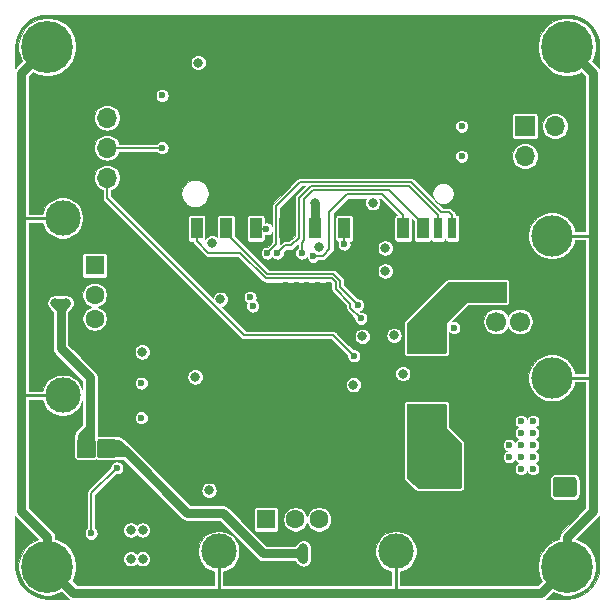
<source format=gbr>
G04 #@! TF.GenerationSoftware,KiCad,Pcbnew,(5.1.4-0-10_14)*
G04 #@! TF.CreationDate,2020-12-07T20:11:59-03:00*
G04 #@! TF.ProjectId,hub_usb_sd,6875625f-7573-4625-9f73-642e6b696361,1.0*
G04 #@! TF.SameCoordinates,Original*
G04 #@! TF.FileFunction,Copper,L1,Top*
G04 #@! TF.FilePolarity,Positive*
%FSLAX46Y46*%
G04 Gerber Fmt 4.6, Leading zero omitted, Abs format (unit mm)*
G04 Created by KiCad (PCBNEW (5.1.4-0-10_14)) date 2020-12-07 20:11:59*
%MOMM*%
%LPD*%
G04 APERTURE LIST*
%ADD10C,0.600000*%
%ADD11R,1.000000X1.800000*%
%ADD12R,0.700000X1.800000*%
%ADD13R,1.500000X2.800000*%
%ADD14R,1.700000X1.700000*%
%ADD15C,1.700000*%
%ADD16C,3.500000*%
%ADD17R,3.300000X2.500000*%
%ADD18C,3.000000*%
%ADD19R,1.600000X1.600000*%
%ADD20C,1.600000*%
%ADD21O,2.000000X1.700000*%
%ADD22C,0.100000*%
%ADD23O,1.700000X1.700000*%
%ADD24C,0.700000*%
%ADD25C,4.400000*%
%ADD26C,0.800000*%
%ADD27C,0.280000*%
%ADD28C,0.800000*%
%ADD29C,0.200000*%
%ADD30C,0.025400*%
G04 APERTURE END LIST*
D10*
X146800000Y-93200000D03*
X145900000Y-93200000D03*
X145000000Y-93200000D03*
X144100000Y-93200000D03*
X143200000Y-93200000D03*
X146800000Y-94100000D03*
X145900000Y-94100000D03*
X145000000Y-94100000D03*
X144100000Y-94100000D03*
X143200000Y-94100000D03*
X146800000Y-95000000D03*
X145900000Y-95000000D03*
X145000000Y-95000000D03*
X144100000Y-95000000D03*
X143200000Y-95000000D03*
X146800000Y-95900000D03*
X145900000Y-95900000D03*
X145000000Y-95900000D03*
X144100000Y-95900000D03*
X143200000Y-95900000D03*
X146800000Y-96800000D03*
X145900000Y-96800000D03*
X145000000Y-96800000D03*
X144100000Y-96800000D03*
X143200000Y-96800000D03*
D11*
X135631430Y-88361000D03*
X138131430Y-88361000D03*
X140631430Y-88361000D03*
X143131430Y-88361000D03*
X145631428Y-88361000D03*
X148131430Y-88361000D03*
X150631430Y-88361000D03*
X153131430Y-88361000D03*
X154781430Y-88361000D03*
D12*
X156081400Y-88361000D03*
X157281400Y-88361000D03*
D13*
X158650000Y-86411000D03*
X133550000Y-86411000D03*
X158650000Y-71911100D03*
X131350000Y-71911100D03*
D14*
X161010000Y-93750000D03*
D15*
X161010000Y-96250000D03*
X163010000Y-96250000D03*
X163010000Y-93750000D03*
D16*
X165720000Y-88980000D03*
X165720000Y-101020000D03*
D17*
X155078000Y-97677000D03*
X155078000Y-104477000D03*
D18*
X124280000Y-102500000D03*
X124280000Y-87500000D03*
D19*
X126990000Y-91500000D03*
D20*
X126990000Y-94000000D03*
X126990000Y-96000000D03*
X126990000Y-98500000D03*
D21*
X166800000Y-107760000D03*
D22*
G36*
X167574504Y-109411204D02*
G01*
X167598773Y-109414804D01*
X167622571Y-109420765D01*
X167645671Y-109429030D01*
X167667849Y-109439520D01*
X167688893Y-109452133D01*
X167708598Y-109466747D01*
X167726777Y-109483223D01*
X167743253Y-109501402D01*
X167757867Y-109521107D01*
X167770480Y-109542151D01*
X167780970Y-109564329D01*
X167789235Y-109587429D01*
X167795196Y-109611227D01*
X167798796Y-109635496D01*
X167800000Y-109660000D01*
X167800000Y-110860000D01*
X167798796Y-110884504D01*
X167795196Y-110908773D01*
X167789235Y-110932571D01*
X167780970Y-110955671D01*
X167770480Y-110977849D01*
X167757867Y-110998893D01*
X167743253Y-111018598D01*
X167726777Y-111036777D01*
X167708598Y-111053253D01*
X167688893Y-111067867D01*
X167667849Y-111080480D01*
X167645671Y-111090970D01*
X167622571Y-111099235D01*
X167598773Y-111105196D01*
X167574504Y-111108796D01*
X167550000Y-111110000D01*
X166050000Y-111110000D01*
X166025496Y-111108796D01*
X166001227Y-111105196D01*
X165977429Y-111099235D01*
X165954329Y-111090970D01*
X165932151Y-111080480D01*
X165911107Y-111067867D01*
X165891402Y-111053253D01*
X165873223Y-111036777D01*
X165856747Y-111018598D01*
X165842133Y-110998893D01*
X165829520Y-110977849D01*
X165819030Y-110955671D01*
X165810765Y-110932571D01*
X165804804Y-110908773D01*
X165801204Y-110884504D01*
X165800000Y-110860000D01*
X165800000Y-109660000D01*
X165801204Y-109635496D01*
X165804804Y-109611227D01*
X165810765Y-109587429D01*
X165819030Y-109564329D01*
X165829520Y-109542151D01*
X165842133Y-109521107D01*
X165856747Y-109501402D01*
X165873223Y-109483223D01*
X165891402Y-109466747D01*
X165911107Y-109452133D01*
X165932151Y-109439520D01*
X165954329Y-109429030D01*
X165977429Y-109420765D01*
X166001227Y-109414804D01*
X166025496Y-109411204D01*
X166050000Y-109410000D01*
X167550000Y-109410000D01*
X167574504Y-109411204D01*
X167574504Y-109411204D01*
G37*
D15*
X166800000Y-110260000D03*
D14*
X128036000Y-76450000D03*
D23*
X128036000Y-78990000D03*
X128036000Y-81530000D03*
X128036000Y-84070000D03*
D24*
X124166726Y-71833274D03*
X123000000Y-71350000D03*
X121833274Y-71833274D03*
X121350000Y-73000000D03*
X121833274Y-74166726D03*
X123000000Y-74650000D03*
X124166726Y-74166726D03*
X124650000Y-73000000D03*
D25*
X123000000Y-73000000D03*
X123000000Y-117000000D03*
D24*
X124650000Y-117000000D03*
X124166726Y-118166726D03*
X123000000Y-118650000D03*
X121833274Y-118166726D03*
X121350000Y-117000000D03*
X121833274Y-115833274D03*
X123000000Y-115350000D03*
X124166726Y-115833274D03*
X168166726Y-71833274D03*
X167000000Y-71350000D03*
X165833274Y-71833274D03*
X165350000Y-73000000D03*
X165833274Y-74166726D03*
X167000000Y-74650000D03*
X168166726Y-74166726D03*
X168650000Y-73000000D03*
D25*
X167000000Y-73000000D03*
D24*
X168166726Y-115833274D03*
X167000000Y-115350000D03*
X165833274Y-115833274D03*
X165350000Y-117000000D03*
X165833274Y-118166726D03*
X167000000Y-118650000D03*
X168166726Y-118166726D03*
X168650000Y-117000000D03*
D25*
X167000000Y-117000000D03*
D18*
X152500000Y-115720000D03*
X137500000Y-115720000D03*
D19*
X141500000Y-113010000D03*
D20*
X144000000Y-113010000D03*
X146000000Y-113010000D03*
X148500000Y-113010000D03*
D14*
X163420000Y-79720000D03*
D23*
X165960000Y-79720000D03*
X163420000Y-82260000D03*
X165960000Y-82260000D03*
D26*
X141549250Y-86520500D03*
X135972930Y-91547000D03*
X146553505Y-99703452D03*
X149477000Y-93500000D03*
X153577000Y-90999000D03*
X153089000Y-102540500D03*
X150861500Y-101603000D03*
X151683000Y-88361000D03*
X147075785Y-83279000D03*
X133550000Y-84460000D03*
X131350000Y-73863000D03*
X141533000Y-107489000D03*
X147620000Y-110127000D03*
X152151000Y-110127000D03*
X140395000Y-103579000D03*
X142353000Y-103579000D03*
D10*
X138438000Y-103479000D03*
D26*
X136485000Y-102911000D03*
X130059500Y-110834000D03*
X131059500Y-110834000D03*
X153577000Y-92950000D03*
D10*
X158586000Y-91874000D03*
D26*
X149095142Y-83279000D03*
X158650000Y-84460000D03*
X158650000Y-73863000D03*
X140153000Y-92486500D03*
X142934000Y-80260000D03*
X139721000Y-74328000D03*
X129090000Y-92515000D03*
X133775000Y-109289000D03*
X139598750Y-86520500D03*
X143499250Y-86520500D03*
D10*
X156222000Y-99887000D03*
D26*
X152349000Y-95547000D03*
D10*
X159106000Y-114315000D03*
X160106000Y-114315000D03*
X158106000Y-114315000D03*
X161106000Y-114315000D03*
D26*
X125410000Y-111334000D03*
X125410000Y-110334000D03*
X126659000Y-117001500D03*
D10*
X121080000Y-114520000D03*
X168920000Y-114520000D03*
D26*
X167295000Y-92931000D03*
X167295000Y-97070000D03*
X141200000Y-117295000D03*
X148799000Y-117295000D03*
X122705000Y-91201000D03*
X122705000Y-98799000D03*
D10*
X158106000Y-113315000D03*
X161106000Y-113315000D03*
X161106000Y-112315000D03*
X160106000Y-112315000D03*
X159106000Y-112315000D03*
X158106000Y-112315000D03*
X160106000Y-113315000D03*
X159106000Y-113315000D03*
D26*
X135508500Y-100935500D03*
X151602000Y-90023500D03*
X152349000Y-97422000D03*
D10*
X157409000Y-96776000D03*
X158068000Y-79720000D03*
D26*
X146001000Y-89964000D03*
X148908500Y-101603000D03*
X153089000Y-100665500D03*
X151602000Y-91974500D03*
D10*
X158068000Y-82260000D03*
D26*
X137651000Y-94361500D03*
X136949430Y-89570665D03*
X135771000Y-74328000D03*
D10*
X132708000Y-77114000D03*
X163108000Y-108710000D03*
X164108000Y-108710000D03*
X164108000Y-107710000D03*
X163108000Y-106710000D03*
X164108000Y-106710000D03*
X164108000Y-105710000D03*
X164108000Y-104710000D03*
X162108000Y-106710000D03*
X163108000Y-107710000D03*
X162108000Y-107710000D03*
X163108000Y-105710000D03*
X163108000Y-104710000D03*
D26*
X144675500Y-116360500D03*
X144675500Y-115409500D03*
X127610000Y-106626894D03*
X128317106Y-107334000D03*
X130059500Y-113912000D03*
X131027500Y-98819000D03*
X136688500Y-110540000D03*
X131059500Y-113912000D03*
D10*
X155679500Y-106960500D03*
X154679500Y-106960500D03*
X154679500Y-107960500D03*
X156679500Y-107960500D03*
X156679500Y-106960500D03*
X157679500Y-106960500D03*
X157679500Y-107960500D03*
D26*
X130059500Y-116340000D03*
X131059500Y-116340000D03*
D10*
X155679500Y-107960500D03*
X154679500Y-108960500D03*
X155679500Y-108960500D03*
X154679500Y-109960500D03*
X155679500Y-109960500D03*
X148954000Y-99169513D03*
D26*
X123639500Y-94675500D03*
X124590500Y-94675500D03*
X126610000Y-106626894D03*
X125902894Y-107334000D03*
X149659213Y-97510000D03*
X145631428Y-86192000D03*
X150539500Y-86192000D03*
D10*
X141619632Y-90457000D03*
X142474000Y-90457000D03*
X144526000Y-90457000D03*
X145511351Y-90729990D03*
X148131430Y-89702000D03*
X141549250Y-88397500D03*
X149270010Y-94850000D03*
X149548800Y-95981200D03*
X132708000Y-81530000D03*
X126710000Y-114186182D03*
X128875686Y-108634000D03*
X140383000Y-94955005D03*
X130945502Y-104392502D03*
X140153000Y-94200010D03*
X130945502Y-101474000D03*
D27*
X150631430Y-88361000D02*
X151683000Y-88361000D01*
X158650000Y-86411000D02*
X158650000Y-84460000D01*
X133550000Y-86411000D02*
X133550000Y-84460000D01*
X158650000Y-71911100D02*
X158650000Y-73863000D01*
X131350000Y-71911100D02*
X131350000Y-73863000D01*
X143131430Y-86888320D02*
X143499250Y-86520500D01*
X143131430Y-88361000D02*
X143131430Y-86888320D01*
D28*
X144200000Y-115885000D02*
X144675500Y-116360500D01*
X144675500Y-115409500D02*
X144200000Y-115885000D01*
X141270000Y-115885000D02*
X144200000Y-115885000D01*
X137852000Y-112467000D02*
X141270000Y-115885000D01*
X137852000Y-112467000D02*
X134833000Y-112467000D01*
X144675500Y-115409500D02*
X144675500Y-116360500D01*
X129700000Y-107334000D02*
X128317106Y-107334000D01*
X134833000Y-112467000D02*
X129700000Y-107334000D01*
X128992894Y-106626894D02*
X129700000Y-107334000D01*
X127610000Y-106626894D02*
X128992894Y-106626894D01*
D29*
X147184488Y-97400001D02*
X148954000Y-99169513D01*
X139656779Y-97400001D02*
X147184488Y-97400001D01*
X128036000Y-85779222D02*
X139656779Y-97400001D01*
X128036000Y-85779222D02*
X128036000Y-84070000D01*
D28*
X124115000Y-95151000D02*
X123639500Y-94675500D01*
X124590500Y-94675500D02*
X124115000Y-95151000D01*
X123639500Y-94675500D02*
X124590500Y-94675500D01*
X124115000Y-98483000D02*
X124115000Y-95151000D01*
X126610000Y-100978000D02*
X124115000Y-98483000D01*
X125902894Y-107334000D02*
X125902894Y-105951000D01*
X126610000Y-105243894D02*
X126610000Y-100978000D01*
X125902894Y-105951000D02*
X126610000Y-105243894D01*
X126610000Y-106626894D02*
X126610000Y-105243894D01*
D29*
X155078000Y-96227000D02*
X155078000Y-97677000D01*
X157555000Y-93750000D02*
X155078000Y-96227000D01*
X161010000Y-93750000D02*
X157555000Y-93750000D01*
D28*
X145631428Y-88361000D02*
X145631428Y-86192000D01*
D29*
X144398031Y-84441969D02*
X142381429Y-86458571D01*
X153757357Y-84441969D02*
X144398031Y-84441969D01*
X157281400Y-88361000D02*
X157281400Y-87261000D01*
X156330388Y-87015000D02*
X153757357Y-84441969D01*
X157281400Y-87261000D02*
X157035400Y-87015000D01*
X157035400Y-87015000D02*
X156330388Y-87015000D01*
X142381429Y-89695203D02*
X141619632Y-90457000D01*
X142381429Y-86458571D02*
X142381429Y-89695203D01*
X156081400Y-88361000D02*
X156081400Y-87261000D01*
X145313033Y-84791979D02*
X144276642Y-85828370D01*
X153612379Y-84791979D02*
X145313033Y-84791979D01*
X156081400Y-87261000D02*
X153612379Y-84791979D01*
X144276642Y-85828370D02*
X144276642Y-89157358D01*
X144276642Y-89157358D02*
X143620000Y-89814000D01*
X143117000Y-89814000D02*
X142474000Y-90457000D01*
X143620000Y-89814000D02*
X143117000Y-89814000D01*
X151962419Y-85141989D02*
X154781430Y-87961000D01*
X154781430Y-87961000D02*
X154781430Y-88361000D01*
X144754034Y-85845966D02*
X145458011Y-85141989D01*
X145458011Y-85141989D02*
X151962419Y-85141989D01*
X144526000Y-89580068D02*
X144754034Y-89352034D01*
X144526000Y-90457000D02*
X144526000Y-89580068D01*
X144754034Y-89352034D02*
X144754034Y-85845966D01*
X151362429Y-85491999D02*
X148323989Y-85491999D01*
X153131430Y-87261000D02*
X151362429Y-85491999D01*
X153131430Y-88361000D02*
X153131430Y-87261000D01*
X146879010Y-86936978D02*
X146879010Y-89458408D01*
X148323989Y-85491999D02*
X146879010Y-86936978D01*
X146879010Y-90144990D02*
X146879010Y-89458408D01*
X146497000Y-90527000D02*
X146879010Y-90144990D01*
X146294010Y-90729990D02*
X146879010Y-90144990D01*
X145511351Y-90729990D02*
X146294010Y-90729990D01*
X148131430Y-88361000D02*
X148131430Y-89702000D01*
X140667930Y-88397500D02*
X140631430Y-88361000D01*
X141549250Y-88397500D02*
X140667930Y-88397500D01*
X147208979Y-92249989D02*
X147750009Y-92791019D01*
X147750009Y-93329999D02*
X149270010Y-94850000D01*
X147750009Y-92791019D02*
X147750009Y-93329999D01*
X138131430Y-88761000D02*
X138131430Y-88361000D01*
X141620418Y-92249989D02*
X138131429Y-88761000D01*
X147208979Y-92249989D02*
X141620419Y-92249989D01*
X135631430Y-88361000D02*
X135631430Y-88761000D01*
X148653000Y-94733000D02*
X148653000Y-95085400D01*
X147400001Y-93480001D02*
X148653000Y-94733000D01*
X148653000Y-95085400D02*
X149548800Y-95981200D01*
X147400001Y-92935999D02*
X147400001Y-93480001D01*
X147064001Y-92599999D02*
X147400001Y-92935999D01*
X141465999Y-92599999D02*
X147064001Y-92599999D01*
X135631430Y-88361000D02*
X135631430Y-89461000D01*
X141465999Y-92599999D02*
X139290285Y-90424285D01*
X139290285Y-90424285D02*
X136594715Y-90424285D01*
X135631430Y-89461000D02*
X136594715Y-90424285D01*
X132704000Y-81530000D02*
X132708000Y-81534000D01*
X128036000Y-81530000D02*
X132704000Y-81530000D01*
X126710000Y-110799686D02*
X128875686Y-108634000D01*
X126710000Y-114186182D02*
X126710000Y-110799686D01*
D28*
X164800000Y-119200000D02*
X167000000Y-117000000D01*
X123000000Y-117000000D02*
X125200000Y-119200000D01*
X120800000Y-75200000D02*
X123000000Y-73000000D01*
X123000000Y-114520000D02*
X120800000Y-112320000D01*
D27*
X124280000Y-102500000D02*
X120800000Y-102500000D01*
X124280000Y-87500000D02*
X120800000Y-87500000D01*
X137500000Y-115720000D02*
X137500000Y-119200000D01*
X152500000Y-115720000D02*
X152500000Y-119200000D01*
X165720000Y-88980000D02*
X169200000Y-88980000D01*
X165720000Y-101020000D02*
X169200000Y-101020000D01*
D28*
X169200000Y-75200000D02*
X167000000Y-73000000D01*
X167000000Y-114520000D02*
X169200000Y-112320000D01*
X169200000Y-112320000D02*
X169200000Y-75200000D01*
X167000000Y-117000000D02*
X167000000Y-114520000D01*
X164800000Y-119200000D02*
X125200000Y-119200000D01*
X123000000Y-117000000D02*
X123000000Y-114520000D01*
X120800000Y-112320000D02*
X120800000Y-75200000D01*
D30*
G36*
X161820991Y-92939009D02*
G01*
X161847300Y-93002525D01*
X161847300Y-94497475D01*
X161820991Y-94560991D01*
X161757475Y-94587300D01*
X158596421Y-94587300D01*
X158593943Y-94587544D01*
X158591561Y-94588267D01*
X158520851Y-94617556D01*
X158518655Y-94618729D01*
X158516731Y-94620309D01*
X156748309Y-96388731D01*
X156746729Y-96390655D01*
X156745556Y-96392851D01*
X156716267Y-96463561D01*
X156715544Y-96465943D01*
X156715300Y-96468421D01*
X156715300Y-98824475D01*
X156688991Y-98887991D01*
X156625475Y-98914300D01*
X153530525Y-98914300D01*
X153467009Y-98887991D01*
X153440700Y-98824475D01*
X153440700Y-96470946D01*
X153468055Y-96404905D01*
X156932905Y-92940055D01*
X156998946Y-92912700D01*
X161757475Y-92912700D01*
X161820991Y-92939009D01*
X161820991Y-92939009D01*
G37*
X161820991Y-92939009D02*
X161847300Y-93002525D01*
X161847300Y-94497475D01*
X161820991Y-94560991D01*
X161757475Y-94587300D01*
X158596421Y-94587300D01*
X158593943Y-94587544D01*
X158591561Y-94588267D01*
X158520851Y-94617556D01*
X158518655Y-94618729D01*
X158516731Y-94620309D01*
X156748309Y-96388731D01*
X156746729Y-96390655D01*
X156745556Y-96392851D01*
X156716267Y-96463561D01*
X156715544Y-96465943D01*
X156715300Y-96468421D01*
X156715300Y-98824475D01*
X156688991Y-98887991D01*
X156625475Y-98914300D01*
X153530525Y-98914300D01*
X153467009Y-98887991D01*
X153440700Y-98824475D01*
X153440700Y-96470946D01*
X153468055Y-96404905D01*
X156932905Y-92940055D01*
X156998946Y-92912700D01*
X161757475Y-92912700D01*
X161820991Y-92939009D01*
G36*
X156688991Y-103266009D02*
G01*
X156715300Y-103329525D01*
X156715300Y-105214579D01*
X156715544Y-105217057D01*
X156716267Y-105219439D01*
X156745556Y-105290149D01*
X156746729Y-105292345D01*
X156748309Y-105294269D01*
X158015945Y-106561905D01*
X158043300Y-106627946D01*
X158043300Y-110234475D01*
X158016991Y-110297991D01*
X157953475Y-110324300D01*
X154346946Y-110324300D01*
X154280905Y-110296945D01*
X153468055Y-109484095D01*
X153440700Y-109418054D01*
X153440700Y-103329525D01*
X153467009Y-103266009D01*
X153530525Y-103239700D01*
X156625475Y-103239700D01*
X156688991Y-103266009D01*
X156688991Y-103266009D01*
G37*
X156688991Y-103266009D02*
X156715300Y-103329525D01*
X156715300Y-105214579D01*
X156715544Y-105217057D01*
X156716267Y-105219439D01*
X156745556Y-105290149D01*
X156746729Y-105292345D01*
X156748309Y-105294269D01*
X158015945Y-106561905D01*
X158043300Y-106627946D01*
X158043300Y-110234475D01*
X158016991Y-110297991D01*
X157953475Y-110324300D01*
X154346946Y-110324300D01*
X154280905Y-110296945D01*
X153468055Y-109484095D01*
X153440700Y-109418054D01*
X153440700Y-103329525D01*
X153467009Y-103266009D01*
X153530525Y-103239700D01*
X156625475Y-103239700D01*
X156688991Y-103266009D01*
D22*
G36*
X169725000Y-116986546D02*
G01*
X169671808Y-117529035D01*
X169518169Y-118037913D01*
X169268611Y-118507265D01*
X168932644Y-118919199D01*
X168523061Y-119258037D01*
X168055470Y-119510860D01*
X167547672Y-119668051D01*
X167006047Y-119724978D01*
X166999615Y-119725000D01*
X165184886Y-119725000D01*
X165261843Y-119661843D01*
X165282200Y-119637038D01*
X165784691Y-119134547D01*
X165839490Y-119171162D01*
X166285361Y-119355848D01*
X166758696Y-119450000D01*
X167241304Y-119450000D01*
X167714639Y-119355848D01*
X168160510Y-119171162D01*
X168561784Y-118903040D01*
X168903040Y-118561784D01*
X169171162Y-118160510D01*
X169355848Y-117714639D01*
X169450000Y-117241304D01*
X169450000Y-116758696D01*
X169355848Y-116285361D01*
X169171162Y-115839490D01*
X168903040Y-115438216D01*
X168561784Y-115096960D01*
X168160510Y-114828838D01*
X167771524Y-114667714D01*
X169637039Y-112802199D01*
X169661843Y-112781843D01*
X169725000Y-112704886D01*
X169725000Y-116986546D01*
X169725000Y-116986546D01*
G37*
X169725000Y-116986546D02*
X169671808Y-117529035D01*
X169518169Y-118037913D01*
X169268611Y-118507265D01*
X168932644Y-118919199D01*
X168523061Y-119258037D01*
X168055470Y-119510860D01*
X167547672Y-119668051D01*
X167006047Y-119724978D01*
X166999615Y-119725000D01*
X165184886Y-119725000D01*
X165261843Y-119661843D01*
X165282200Y-119637038D01*
X165784691Y-119134547D01*
X165839490Y-119171162D01*
X166285361Y-119355848D01*
X166758696Y-119450000D01*
X167241304Y-119450000D01*
X167714639Y-119355848D01*
X168160510Y-119171162D01*
X168561784Y-118903040D01*
X168903040Y-118561784D01*
X169171162Y-118160510D01*
X169355848Y-117714639D01*
X169450000Y-117241304D01*
X169450000Y-116758696D01*
X169355848Y-116285361D01*
X169171162Y-115839490D01*
X168903040Y-115438216D01*
X168561784Y-115096960D01*
X168160510Y-114828838D01*
X167771524Y-114667714D01*
X169637039Y-112802199D01*
X169661843Y-112781843D01*
X169725000Y-112704886D01*
X169725000Y-116986546D01*
G36*
X120284899Y-112716948D02*
G01*
X120338157Y-112781843D01*
X120362962Y-112802200D01*
X122228476Y-114667714D01*
X121839490Y-114828838D01*
X121438216Y-115096960D01*
X121096960Y-115438216D01*
X120828838Y-115839490D01*
X120644152Y-116285361D01*
X120550000Y-116758696D01*
X120550000Y-117241304D01*
X120644152Y-117714639D01*
X120828838Y-118160510D01*
X121096960Y-118561784D01*
X121438216Y-118903040D01*
X121839490Y-119171162D01*
X122285361Y-119355848D01*
X122758696Y-119450000D01*
X123241304Y-119450000D01*
X123714639Y-119355848D01*
X124160510Y-119171162D01*
X124215309Y-119134547D01*
X124717800Y-119637038D01*
X124738157Y-119661843D01*
X124815114Y-119725000D01*
X123013454Y-119725000D01*
X122470965Y-119671808D01*
X121962087Y-119518169D01*
X121492735Y-119268611D01*
X121080801Y-118932644D01*
X120741963Y-118523061D01*
X120489140Y-118055470D01*
X120331949Y-117547672D01*
X120275022Y-117006047D01*
X120275000Y-116999615D01*
X120275000Y-112704886D01*
X120284899Y-112716948D01*
X120284899Y-112716948D01*
G37*
X120284899Y-112716948D02*
X120338157Y-112781843D01*
X120362962Y-112802200D01*
X122228476Y-114667714D01*
X121839490Y-114828838D01*
X121438216Y-115096960D01*
X121096960Y-115438216D01*
X120828838Y-115839490D01*
X120644152Y-116285361D01*
X120550000Y-116758696D01*
X120550000Y-117241304D01*
X120644152Y-117714639D01*
X120828838Y-118160510D01*
X121096960Y-118561784D01*
X121438216Y-118903040D01*
X121839490Y-119171162D01*
X122285361Y-119355848D01*
X122758696Y-119450000D01*
X123241304Y-119450000D01*
X123714639Y-119355848D01*
X124160510Y-119171162D01*
X124215309Y-119134547D01*
X124717800Y-119637038D01*
X124738157Y-119661843D01*
X124815114Y-119725000D01*
X123013454Y-119725000D01*
X122470965Y-119671808D01*
X121962087Y-119518169D01*
X121492735Y-119268611D01*
X121080801Y-118932644D01*
X120741963Y-118523061D01*
X120489140Y-118055470D01*
X120331949Y-117547672D01*
X120275022Y-117006047D01*
X120275000Y-116999615D01*
X120275000Y-112704886D01*
X120284899Y-112716948D01*
G36*
X167529029Y-70328191D02*
G01*
X168037915Y-70481832D01*
X168507262Y-70731388D01*
X168919199Y-71067356D01*
X169258034Y-71476936D01*
X169510862Y-71944534D01*
X169668050Y-72452323D01*
X169724978Y-72993954D01*
X169725001Y-73000671D01*
X169725001Y-74815115D01*
X169661843Y-74738157D01*
X169637038Y-74717800D01*
X169134547Y-74215309D01*
X169171162Y-74160510D01*
X169355848Y-73714639D01*
X169450000Y-73241304D01*
X169450000Y-72758696D01*
X169355848Y-72285361D01*
X169171162Y-71839490D01*
X168903040Y-71438216D01*
X168561784Y-71096960D01*
X168160510Y-70828838D01*
X167714639Y-70644152D01*
X167241304Y-70550000D01*
X166758696Y-70550000D01*
X166285361Y-70644152D01*
X165839490Y-70828838D01*
X165438216Y-71096960D01*
X165096960Y-71438216D01*
X164828838Y-71839490D01*
X164644152Y-72285361D01*
X164550000Y-72758696D01*
X164550000Y-73241304D01*
X164644152Y-73714639D01*
X164828838Y-74160510D01*
X165096960Y-74561784D01*
X165438216Y-74903040D01*
X165839490Y-75171162D01*
X166285361Y-75355848D01*
X166758696Y-75450000D01*
X167241304Y-75450000D01*
X167714639Y-75355848D01*
X168160510Y-75171162D01*
X168215309Y-75134547D01*
X168550001Y-75469239D01*
X168550001Y-88590000D01*
X167681606Y-88590000D01*
X167643141Y-88396622D01*
X167492377Y-88032645D01*
X167273501Y-87705074D01*
X166994926Y-87426499D01*
X166667355Y-87207623D01*
X166303378Y-87056859D01*
X165916983Y-86980000D01*
X165523017Y-86980000D01*
X165136622Y-87056859D01*
X164772645Y-87207623D01*
X164445074Y-87426499D01*
X164166499Y-87705074D01*
X163947623Y-88032645D01*
X163796859Y-88396622D01*
X163720000Y-88783017D01*
X163720000Y-89176983D01*
X163796859Y-89563378D01*
X163947623Y-89927355D01*
X164166499Y-90254926D01*
X164445074Y-90533501D01*
X164772645Y-90752377D01*
X165136622Y-90903141D01*
X165523017Y-90980000D01*
X165916983Y-90980000D01*
X166303378Y-90903141D01*
X166667355Y-90752377D01*
X166994926Y-90533501D01*
X167273501Y-90254926D01*
X167492377Y-89927355D01*
X167643141Y-89563378D01*
X167681606Y-89370000D01*
X168550001Y-89370000D01*
X168550000Y-100630000D01*
X167681606Y-100630000D01*
X167643141Y-100436622D01*
X167492377Y-100072645D01*
X167273501Y-99745074D01*
X166994926Y-99466499D01*
X166667355Y-99247623D01*
X166303378Y-99096859D01*
X165916983Y-99020000D01*
X165523017Y-99020000D01*
X165136622Y-99096859D01*
X164772645Y-99247623D01*
X164445074Y-99466499D01*
X164166499Y-99745074D01*
X163947623Y-100072645D01*
X163796859Y-100436622D01*
X163720000Y-100823017D01*
X163720000Y-101216983D01*
X163796859Y-101603378D01*
X163947623Y-101967355D01*
X164166499Y-102294926D01*
X164445074Y-102573501D01*
X164772645Y-102792377D01*
X165136622Y-102943141D01*
X165523017Y-103020000D01*
X165916983Y-103020000D01*
X166303378Y-102943141D01*
X166667355Y-102792377D01*
X166994926Y-102573501D01*
X167273501Y-102294926D01*
X167492377Y-101967355D01*
X167643141Y-101603378D01*
X167681606Y-101410000D01*
X168550000Y-101410000D01*
X168550000Y-112050762D01*
X166562958Y-114037804D01*
X166538158Y-114058157D01*
X166517805Y-114082957D01*
X166517802Y-114082960D01*
X166456930Y-114157132D01*
X166396573Y-114270053D01*
X166359406Y-114392578D01*
X166346856Y-114520000D01*
X166350001Y-114551931D01*
X166350001Y-114631294D01*
X166285361Y-114644152D01*
X165839490Y-114828838D01*
X165438216Y-115096960D01*
X165096960Y-115438216D01*
X164828838Y-115839490D01*
X164644152Y-116285361D01*
X164550000Y-116758696D01*
X164550000Y-117241304D01*
X164644152Y-117714639D01*
X164828838Y-118160510D01*
X164865453Y-118215309D01*
X164530762Y-118550000D01*
X152890000Y-118550000D01*
X152890000Y-117426709D01*
X153010456Y-117402749D01*
X153328936Y-117270830D01*
X153615560Y-117079314D01*
X153859314Y-116835560D01*
X154050830Y-116548936D01*
X154182749Y-116230456D01*
X154250000Y-115892360D01*
X154250000Y-115547640D01*
X154182749Y-115209544D01*
X154050830Y-114891064D01*
X153859314Y-114604440D01*
X153615560Y-114360686D01*
X153328936Y-114169170D01*
X153010456Y-114037251D01*
X152672360Y-113970000D01*
X152327640Y-113970000D01*
X151989544Y-114037251D01*
X151671064Y-114169170D01*
X151384440Y-114360686D01*
X151140686Y-114604440D01*
X150949170Y-114891064D01*
X150817251Y-115209544D01*
X150750000Y-115547640D01*
X150750000Y-115892360D01*
X150817251Y-116230456D01*
X150949170Y-116548936D01*
X151140686Y-116835560D01*
X151384440Y-117079314D01*
X151671064Y-117270830D01*
X151989544Y-117402749D01*
X152110000Y-117426709D01*
X152110001Y-118550000D01*
X137890000Y-118550000D01*
X137890000Y-117426709D01*
X138010456Y-117402749D01*
X138328936Y-117270830D01*
X138615560Y-117079314D01*
X138859314Y-116835560D01*
X139050830Y-116548936D01*
X139182749Y-116230456D01*
X139250000Y-115892360D01*
X139250000Y-115547640D01*
X139182749Y-115209544D01*
X139050830Y-114891064D01*
X138859314Y-114604440D01*
X138615560Y-114360686D01*
X138328936Y-114169170D01*
X138010456Y-114037251D01*
X137672360Y-113970000D01*
X137327640Y-113970000D01*
X136989544Y-114037251D01*
X136671064Y-114169170D01*
X136384440Y-114360686D01*
X136140686Y-114604440D01*
X135949170Y-114891064D01*
X135817251Y-115209544D01*
X135750000Y-115547640D01*
X135750000Y-115892360D01*
X135817251Y-116230456D01*
X135949170Y-116548936D01*
X136140686Y-116835560D01*
X136384440Y-117079314D01*
X136671064Y-117270830D01*
X136989544Y-117402749D01*
X137110000Y-117426709D01*
X137110001Y-118550000D01*
X125469238Y-118550000D01*
X125134547Y-118215309D01*
X125171162Y-118160510D01*
X125355848Y-117714639D01*
X125450000Y-117241304D01*
X125450000Y-116758696D01*
X125355848Y-116285361D01*
X125351963Y-116275981D01*
X129409500Y-116275981D01*
X129409500Y-116404019D01*
X129434479Y-116529598D01*
X129483478Y-116647890D01*
X129554612Y-116754351D01*
X129645149Y-116844888D01*
X129751610Y-116916022D01*
X129869902Y-116965021D01*
X129995481Y-116990000D01*
X130123519Y-116990000D01*
X130249098Y-116965021D01*
X130367390Y-116916022D01*
X130473851Y-116844888D01*
X130559500Y-116759239D01*
X130645149Y-116844888D01*
X130751610Y-116916022D01*
X130869902Y-116965021D01*
X130995481Y-116990000D01*
X131123519Y-116990000D01*
X131249098Y-116965021D01*
X131367390Y-116916022D01*
X131473851Y-116844888D01*
X131564388Y-116754351D01*
X131635522Y-116647890D01*
X131684521Y-116529598D01*
X131709500Y-116404019D01*
X131709500Y-116275981D01*
X131684521Y-116150402D01*
X131635522Y-116032110D01*
X131564388Y-115925649D01*
X131473851Y-115835112D01*
X131367390Y-115763978D01*
X131249098Y-115714979D01*
X131123519Y-115690000D01*
X130995481Y-115690000D01*
X130869902Y-115714979D01*
X130751610Y-115763978D01*
X130645149Y-115835112D01*
X130559500Y-115920761D01*
X130473851Y-115835112D01*
X130367390Y-115763978D01*
X130249098Y-115714979D01*
X130123519Y-115690000D01*
X129995481Y-115690000D01*
X129869902Y-115714979D01*
X129751610Y-115763978D01*
X129645149Y-115835112D01*
X129554612Y-115925649D01*
X129483478Y-116032110D01*
X129434479Y-116150402D01*
X129409500Y-116275981D01*
X125351963Y-116275981D01*
X125171162Y-115839490D01*
X124903040Y-115438216D01*
X124561784Y-115096960D01*
X124160510Y-114828838D01*
X123714639Y-114644152D01*
X123650000Y-114631295D01*
X123650000Y-114551924D01*
X123653144Y-114520000D01*
X123650000Y-114488076D01*
X123650000Y-114488068D01*
X123640595Y-114392578D01*
X123603427Y-114270052D01*
X123543070Y-114157132D01*
X123522455Y-114132012D01*
X126160000Y-114132012D01*
X126160000Y-114240352D01*
X126181136Y-114346611D01*
X126222597Y-114446705D01*
X126282787Y-114536786D01*
X126359396Y-114613395D01*
X126449477Y-114673585D01*
X126549571Y-114715046D01*
X126655830Y-114736182D01*
X126764170Y-114736182D01*
X126870429Y-114715046D01*
X126970523Y-114673585D01*
X127060604Y-114613395D01*
X127137213Y-114536786D01*
X127197403Y-114446705D01*
X127238864Y-114346611D01*
X127260000Y-114240352D01*
X127260000Y-114132012D01*
X127238864Y-114025753D01*
X127197403Y-113925659D01*
X127145501Y-113847981D01*
X129409500Y-113847981D01*
X129409500Y-113976019D01*
X129434479Y-114101598D01*
X129483478Y-114219890D01*
X129554612Y-114326351D01*
X129645149Y-114416888D01*
X129751610Y-114488022D01*
X129869902Y-114537021D01*
X129995481Y-114562000D01*
X130123519Y-114562000D01*
X130249098Y-114537021D01*
X130367390Y-114488022D01*
X130473851Y-114416888D01*
X130559500Y-114331239D01*
X130645149Y-114416888D01*
X130751610Y-114488022D01*
X130869902Y-114537021D01*
X130995481Y-114562000D01*
X131123519Y-114562000D01*
X131249098Y-114537021D01*
X131367390Y-114488022D01*
X131473851Y-114416888D01*
X131564388Y-114326351D01*
X131635522Y-114219890D01*
X131684521Y-114101598D01*
X131709500Y-113976019D01*
X131709500Y-113847981D01*
X131684521Y-113722402D01*
X131635522Y-113604110D01*
X131564388Y-113497649D01*
X131473851Y-113407112D01*
X131367390Y-113335978D01*
X131249098Y-113286979D01*
X131123519Y-113262000D01*
X130995481Y-113262000D01*
X130869902Y-113286979D01*
X130751610Y-113335978D01*
X130645149Y-113407112D01*
X130559500Y-113492761D01*
X130473851Y-113407112D01*
X130367390Y-113335978D01*
X130249098Y-113286979D01*
X130123519Y-113262000D01*
X129995481Y-113262000D01*
X129869902Y-113286979D01*
X129751610Y-113335978D01*
X129645149Y-113407112D01*
X129554612Y-113497649D01*
X129483478Y-113604110D01*
X129434479Y-113722402D01*
X129409500Y-113847981D01*
X127145501Y-113847981D01*
X127137213Y-113835578D01*
X127060604Y-113758969D01*
X127060000Y-113758565D01*
X127060000Y-110944659D01*
X128820803Y-109183858D01*
X128821516Y-109184000D01*
X128929856Y-109184000D01*
X129036115Y-109162864D01*
X129136209Y-109121403D01*
X129226290Y-109061213D01*
X129302899Y-108984604D01*
X129363089Y-108894523D01*
X129404550Y-108794429D01*
X129425686Y-108688170D01*
X129425686Y-108579830D01*
X129404550Y-108473571D01*
X129363089Y-108373477D01*
X129302899Y-108283396D01*
X129226290Y-108206787D01*
X129136209Y-108146597D01*
X129036115Y-108105136D01*
X128929856Y-108084000D01*
X128821516Y-108084000D01*
X128715257Y-108105136D01*
X128615163Y-108146597D01*
X128525082Y-108206787D01*
X128448473Y-108283396D01*
X128388283Y-108373477D01*
X128346822Y-108473571D01*
X128325686Y-108579830D01*
X128325686Y-108688170D01*
X128325828Y-108688883D01*
X126474676Y-110540037D01*
X126461316Y-110551001D01*
X126417579Y-110604296D01*
X126385079Y-110665099D01*
X126365065Y-110731075D01*
X126358307Y-110799686D01*
X126360001Y-110816884D01*
X126360000Y-113758565D01*
X126359396Y-113758969D01*
X126282787Y-113835578D01*
X126222597Y-113925659D01*
X126181136Y-114025753D01*
X126160000Y-114132012D01*
X123522455Y-114132012D01*
X123461843Y-114058157D01*
X123437038Y-114037800D01*
X121450000Y-112050762D01*
X121450000Y-102890000D01*
X122573291Y-102890000D01*
X122597251Y-103010456D01*
X122729170Y-103328936D01*
X122920686Y-103615560D01*
X123164440Y-103859314D01*
X123451064Y-104050830D01*
X123769544Y-104182749D01*
X124107640Y-104250000D01*
X124452360Y-104250000D01*
X124790456Y-104182749D01*
X125108936Y-104050830D01*
X125395560Y-103859314D01*
X125639314Y-103615560D01*
X125830830Y-103328936D01*
X125960001Y-103017091D01*
X125960000Y-104974656D01*
X125465852Y-105468804D01*
X125441052Y-105489157D01*
X125420699Y-105513957D01*
X125420696Y-105513960D01*
X125359824Y-105588132D01*
X125299467Y-105701053D01*
X125262300Y-105823578D01*
X125249750Y-105951000D01*
X125252895Y-105982931D01*
X125252895Y-106316916D01*
X125252000Y-106326000D01*
X125252000Y-107634000D01*
X125256803Y-107682771D01*
X125271030Y-107729670D01*
X125300319Y-107800381D01*
X125323422Y-107843605D01*
X125354513Y-107881489D01*
X125392398Y-107912579D01*
X125435619Y-107935681D01*
X125506330Y-107964970D01*
X125553227Y-107979196D01*
X125602000Y-107984000D01*
X125870962Y-107984000D01*
X125902894Y-107987145D01*
X125934825Y-107984000D01*
X126910000Y-107984000D01*
X126958771Y-107979197D01*
X127005670Y-107964970D01*
X127076381Y-107935681D01*
X127110000Y-107917712D01*
X127143619Y-107935681D01*
X127214330Y-107964970D01*
X127261227Y-107979196D01*
X127310000Y-107984000D01*
X129430762Y-107984000D01*
X134350804Y-112904043D01*
X134371157Y-112928843D01*
X134395957Y-112949196D01*
X134395959Y-112949198D01*
X134425139Y-112973145D01*
X134470132Y-113010070D01*
X134583052Y-113070427D01*
X134705578Y-113107595D01*
X134801068Y-113117000D01*
X134801078Y-113117000D01*
X134832999Y-113120144D01*
X134864920Y-113117000D01*
X137582762Y-113117000D01*
X140787804Y-116322043D01*
X140808157Y-116346843D01*
X140832957Y-116367196D01*
X140832959Y-116367198D01*
X140907131Y-116428070D01*
X141019107Y-116487922D01*
X141020052Y-116488427D01*
X141142578Y-116525595D01*
X141238068Y-116535000D01*
X141238078Y-116535000D01*
X141270000Y-116538144D01*
X141301921Y-116535000D01*
X143930762Y-116535000D01*
X144170612Y-116774851D01*
X144193310Y-116797549D01*
X144213658Y-116822343D01*
X144238452Y-116842691D01*
X144261149Y-116865388D01*
X144287829Y-116883214D01*
X144312632Y-116903570D01*
X144340933Y-116918697D01*
X144367610Y-116936522D01*
X144397252Y-116948800D01*
X144425552Y-116963927D01*
X144456256Y-116973241D01*
X144485902Y-116985521D01*
X144517375Y-116991781D01*
X144548078Y-117001095D01*
X144559503Y-117002220D01*
X144580009Y-117004240D01*
X144611481Y-117010500D01*
X144643569Y-117010500D01*
X144675500Y-117013645D01*
X144707432Y-117010500D01*
X144739519Y-117010500D01*
X144770990Y-117004240D01*
X144802922Y-117001095D01*
X144833625Y-116991781D01*
X144865098Y-116985521D01*
X144894744Y-116973241D01*
X144925448Y-116963927D01*
X144953748Y-116948800D01*
X144983390Y-116936522D01*
X145010067Y-116918697D01*
X145038368Y-116903570D01*
X145063170Y-116883215D01*
X145089851Y-116865388D01*
X145112543Y-116842696D01*
X145137343Y-116822343D01*
X145157696Y-116797543D01*
X145180388Y-116774851D01*
X145198215Y-116748170D01*
X145218570Y-116723368D01*
X145233697Y-116695067D01*
X145251522Y-116668390D01*
X145263800Y-116638748D01*
X145278927Y-116610448D01*
X145288241Y-116579744D01*
X145300521Y-116550098D01*
X145306781Y-116518625D01*
X145316095Y-116487922D01*
X145319240Y-116455990D01*
X145325500Y-116424519D01*
X145325500Y-116392424D01*
X145328644Y-116360500D01*
X145325500Y-116328576D01*
X145325500Y-115441424D01*
X145328644Y-115409500D01*
X145325500Y-115377576D01*
X145325500Y-115345481D01*
X145319240Y-115314010D01*
X145316095Y-115282078D01*
X145306781Y-115251375D01*
X145300521Y-115219902D01*
X145288241Y-115190256D01*
X145278927Y-115159552D01*
X145263800Y-115131252D01*
X145251522Y-115101610D01*
X145233697Y-115074933D01*
X145218570Y-115046632D01*
X145198215Y-115021830D01*
X145180388Y-114995149D01*
X145157696Y-114972457D01*
X145137343Y-114947657D01*
X145112545Y-114927306D01*
X145089851Y-114904612D01*
X145063170Y-114886785D01*
X145038368Y-114866430D01*
X145010068Y-114851304D01*
X144983390Y-114833478D01*
X144953745Y-114821198D01*
X144925447Y-114806073D01*
X144894746Y-114796760D01*
X144865098Y-114784479D01*
X144833624Y-114778219D01*
X144802922Y-114768905D01*
X144791497Y-114767780D01*
X144770991Y-114765760D01*
X144739519Y-114759500D01*
X144707431Y-114759500D01*
X144675500Y-114756355D01*
X144643568Y-114759500D01*
X144611481Y-114759500D01*
X144580010Y-114765760D01*
X144548078Y-114768905D01*
X144517375Y-114778219D01*
X144485902Y-114784479D01*
X144456256Y-114796759D01*
X144425552Y-114806073D01*
X144397252Y-114821200D01*
X144367610Y-114833478D01*
X144340933Y-114851303D01*
X144312632Y-114866430D01*
X144287829Y-114886786D01*
X144261149Y-114904612D01*
X144238457Y-114927304D01*
X144213657Y-114947657D01*
X144193305Y-114972456D01*
X143930762Y-115235000D01*
X141539239Y-115235000D01*
X138514239Y-112210000D01*
X140448791Y-112210000D01*
X140448791Y-113810000D01*
X140453618Y-113859008D01*
X140467913Y-113906134D01*
X140491127Y-113949564D01*
X140522368Y-113987632D01*
X140560436Y-114018873D01*
X140603866Y-114042087D01*
X140650992Y-114056382D01*
X140700000Y-114061209D01*
X142300000Y-114061209D01*
X142349008Y-114056382D01*
X142396134Y-114042087D01*
X142439564Y-114018873D01*
X142477632Y-113987632D01*
X142508873Y-113949564D01*
X142532087Y-113906134D01*
X142546382Y-113859008D01*
X142551209Y-113810000D01*
X142551209Y-112906584D01*
X142950000Y-112906584D01*
X142950000Y-113113416D01*
X142990350Y-113316274D01*
X143069502Y-113507362D01*
X143184411Y-113679336D01*
X143330664Y-113825589D01*
X143502638Y-113940498D01*
X143693726Y-114019650D01*
X143896584Y-114060000D01*
X144103416Y-114060000D01*
X144306274Y-114019650D01*
X144497362Y-113940498D01*
X144669336Y-113825589D01*
X144815589Y-113679336D01*
X144930498Y-113507362D01*
X145000000Y-113339571D01*
X145069502Y-113507362D01*
X145184411Y-113679336D01*
X145330664Y-113825589D01*
X145502638Y-113940498D01*
X145693726Y-114019650D01*
X145896584Y-114060000D01*
X146103416Y-114060000D01*
X146306274Y-114019650D01*
X146497362Y-113940498D01*
X146669336Y-113825589D01*
X146815589Y-113679336D01*
X146930498Y-113507362D01*
X147009650Y-113316274D01*
X147050000Y-113113416D01*
X147050000Y-112906584D01*
X147009650Y-112703726D01*
X146930498Y-112512638D01*
X146815589Y-112340664D01*
X146669336Y-112194411D01*
X146497362Y-112079502D01*
X146306274Y-112000350D01*
X146103416Y-111960000D01*
X145896584Y-111960000D01*
X145693726Y-112000350D01*
X145502638Y-112079502D01*
X145330664Y-112194411D01*
X145184411Y-112340664D01*
X145069502Y-112512638D01*
X145000000Y-112680429D01*
X144930498Y-112512638D01*
X144815589Y-112340664D01*
X144669336Y-112194411D01*
X144497362Y-112079502D01*
X144306274Y-112000350D01*
X144103416Y-111960000D01*
X143896584Y-111960000D01*
X143693726Y-112000350D01*
X143502638Y-112079502D01*
X143330664Y-112194411D01*
X143184411Y-112340664D01*
X143069502Y-112512638D01*
X142990350Y-112703726D01*
X142950000Y-112906584D01*
X142551209Y-112906584D01*
X142551209Y-112210000D01*
X142546382Y-112160992D01*
X142532087Y-112113866D01*
X142508873Y-112070436D01*
X142477632Y-112032368D01*
X142439564Y-112001127D01*
X142396134Y-111977913D01*
X142349008Y-111963618D01*
X142300000Y-111958791D01*
X140700000Y-111958791D01*
X140650992Y-111963618D01*
X140603866Y-111977913D01*
X140560436Y-112001127D01*
X140522368Y-112032368D01*
X140491127Y-112070436D01*
X140467913Y-112113866D01*
X140453618Y-112160992D01*
X140448791Y-112210000D01*
X138514239Y-112210000D01*
X138334200Y-112029962D01*
X138313843Y-112005157D01*
X138214868Y-111923930D01*
X138101948Y-111863573D01*
X137979422Y-111826405D01*
X137883932Y-111817000D01*
X137883921Y-111817000D01*
X137852000Y-111813856D01*
X137820079Y-111817000D01*
X135102239Y-111817000D01*
X133761220Y-110475981D01*
X136038500Y-110475981D01*
X136038500Y-110604019D01*
X136063479Y-110729598D01*
X136112478Y-110847890D01*
X136183612Y-110954351D01*
X136274149Y-111044888D01*
X136380610Y-111116022D01*
X136498902Y-111165021D01*
X136624481Y-111190000D01*
X136752519Y-111190000D01*
X136878098Y-111165021D01*
X136996390Y-111116022D01*
X137102851Y-111044888D01*
X137193388Y-110954351D01*
X137264522Y-110847890D01*
X137313521Y-110729598D01*
X137338500Y-110604019D01*
X137338500Y-110475981D01*
X137313521Y-110350402D01*
X137264522Y-110232110D01*
X137193388Y-110125649D01*
X137102851Y-110035112D01*
X136996390Y-109963978D01*
X136878098Y-109914979D01*
X136752519Y-109890000D01*
X136624481Y-109890000D01*
X136498902Y-109914979D01*
X136380610Y-109963978D01*
X136274149Y-110035112D01*
X136183612Y-110125649D01*
X136112478Y-110232110D01*
X136063479Y-110350402D01*
X136038500Y-110475981D01*
X133761220Y-110475981D01*
X130182198Y-106896960D01*
X130161843Y-106872157D01*
X130137038Y-106851800D01*
X129475094Y-106189856D01*
X129454737Y-106165051D01*
X129355762Y-106083824D01*
X129242842Y-106023467D01*
X129120316Y-105986299D01*
X129024826Y-105976894D01*
X129024815Y-105976894D01*
X128992894Y-105973750D01*
X128960973Y-105976894D01*
X128627076Y-105976894D01*
X128618000Y-105976000D01*
X127310000Y-105976000D01*
X127261229Y-105980803D01*
X127260000Y-105981176D01*
X127260000Y-105275815D01*
X127263144Y-105243894D01*
X127260000Y-105211973D01*
X127260000Y-104338332D01*
X130395502Y-104338332D01*
X130395502Y-104446672D01*
X130416638Y-104552931D01*
X130458099Y-104653025D01*
X130518289Y-104743106D01*
X130594898Y-104819715D01*
X130684979Y-104879905D01*
X130785073Y-104921366D01*
X130891332Y-104942502D01*
X130999672Y-104942502D01*
X131105931Y-104921366D01*
X131206025Y-104879905D01*
X131296106Y-104819715D01*
X131372715Y-104743106D01*
X131432905Y-104653025D01*
X131474366Y-104552931D01*
X131495502Y-104446672D01*
X131495502Y-104338332D01*
X131474366Y-104232073D01*
X131432905Y-104131979D01*
X131372715Y-104041898D01*
X131296106Y-103965289D01*
X131206025Y-103905099D01*
X131105931Y-103863638D01*
X130999672Y-103842502D01*
X130891332Y-103842502D01*
X130785073Y-103863638D01*
X130684979Y-103905099D01*
X130594898Y-103965289D01*
X130518289Y-104041898D01*
X130458099Y-104131979D01*
X130416638Y-104232073D01*
X130395502Y-104338332D01*
X127260000Y-104338332D01*
X127260000Y-103227000D01*
X153176791Y-103227000D01*
X153176791Y-105727000D01*
X153178000Y-105739275D01*
X153178000Y-109420579D01*
X153182804Y-109469351D01*
X153197030Y-109516250D01*
X153226319Y-109586960D01*
X153249422Y-109630182D01*
X153280512Y-109668066D01*
X154096934Y-110484488D01*
X154134819Y-110515578D01*
X154178040Y-110538681D01*
X154248750Y-110567970D01*
X154295648Y-110582196D01*
X154344421Y-110587000D01*
X157956000Y-110587000D01*
X158004771Y-110582197D01*
X158051670Y-110567970D01*
X158122381Y-110538681D01*
X158165605Y-110515578D01*
X158203489Y-110484487D01*
X158234579Y-110446602D01*
X158257681Y-110403381D01*
X158286970Y-110332670D01*
X158301196Y-110285773D01*
X158306000Y-110237000D01*
X158306000Y-109660000D01*
X165548791Y-109660000D01*
X165548791Y-110860000D01*
X165558422Y-110957781D01*
X165586943Y-111051804D01*
X165633260Y-111138457D01*
X165695592Y-111214408D01*
X165771543Y-111276740D01*
X165858196Y-111323057D01*
X165952219Y-111351578D01*
X166050000Y-111361209D01*
X167550000Y-111361209D01*
X167647781Y-111351578D01*
X167741804Y-111323057D01*
X167828457Y-111276740D01*
X167904408Y-111214408D01*
X167966740Y-111138457D01*
X168013057Y-111051804D01*
X168041578Y-110957781D01*
X168051209Y-110860000D01*
X168051209Y-109660000D01*
X168041578Y-109562219D01*
X168013057Y-109468196D01*
X167966740Y-109381543D01*
X167904408Y-109305592D01*
X167828457Y-109243260D01*
X167741804Y-109196943D01*
X167647781Y-109168422D01*
X167550000Y-109158791D01*
X166050000Y-109158791D01*
X165952219Y-109168422D01*
X165858196Y-109196943D01*
X165771543Y-109243260D01*
X165695592Y-109305592D01*
X165633260Y-109381543D01*
X165586943Y-109468196D01*
X165558422Y-109562219D01*
X165548791Y-109660000D01*
X158306000Y-109660000D01*
X158306000Y-106655830D01*
X161558000Y-106655830D01*
X161558000Y-106764170D01*
X161579136Y-106870429D01*
X161620597Y-106970523D01*
X161680787Y-107060604D01*
X161757396Y-107137213D01*
X161847477Y-107197403D01*
X161877888Y-107210000D01*
X161847477Y-107222597D01*
X161757396Y-107282787D01*
X161680787Y-107359396D01*
X161620597Y-107449477D01*
X161579136Y-107549571D01*
X161558000Y-107655830D01*
X161558000Y-107764170D01*
X161579136Y-107870429D01*
X161620597Y-107970523D01*
X161680787Y-108060604D01*
X161757396Y-108137213D01*
X161847477Y-108197403D01*
X161947571Y-108238864D01*
X162053830Y-108260000D01*
X162162170Y-108260000D01*
X162268429Y-108238864D01*
X162368523Y-108197403D01*
X162458604Y-108137213D01*
X162535213Y-108060604D01*
X162595403Y-107970523D01*
X162608000Y-107940112D01*
X162620597Y-107970523D01*
X162680787Y-108060604D01*
X162757396Y-108137213D01*
X162847477Y-108197403D01*
X162877888Y-108210000D01*
X162847477Y-108222597D01*
X162757396Y-108282787D01*
X162680787Y-108359396D01*
X162620597Y-108449477D01*
X162579136Y-108549571D01*
X162558000Y-108655830D01*
X162558000Y-108764170D01*
X162579136Y-108870429D01*
X162620597Y-108970523D01*
X162680787Y-109060604D01*
X162757396Y-109137213D01*
X162847477Y-109197403D01*
X162947571Y-109238864D01*
X163053830Y-109260000D01*
X163162170Y-109260000D01*
X163268429Y-109238864D01*
X163368523Y-109197403D01*
X163458604Y-109137213D01*
X163535213Y-109060604D01*
X163595403Y-108970523D01*
X163608000Y-108940112D01*
X163620597Y-108970523D01*
X163680787Y-109060604D01*
X163757396Y-109137213D01*
X163847477Y-109197403D01*
X163947571Y-109238864D01*
X164053830Y-109260000D01*
X164162170Y-109260000D01*
X164268429Y-109238864D01*
X164368523Y-109197403D01*
X164458604Y-109137213D01*
X164535213Y-109060604D01*
X164595403Y-108970523D01*
X164636864Y-108870429D01*
X164658000Y-108764170D01*
X164658000Y-108655830D01*
X164636864Y-108549571D01*
X164595403Y-108449477D01*
X164535213Y-108359396D01*
X164458604Y-108282787D01*
X164368523Y-108222597D01*
X164338112Y-108210000D01*
X164368523Y-108197403D01*
X164458604Y-108137213D01*
X164535213Y-108060604D01*
X164595403Y-107970523D01*
X164636864Y-107870429D01*
X164658000Y-107764170D01*
X164658000Y-107655830D01*
X164636864Y-107549571D01*
X164595403Y-107449477D01*
X164535213Y-107359396D01*
X164458604Y-107282787D01*
X164368523Y-107222597D01*
X164338112Y-107210000D01*
X164368523Y-107197403D01*
X164458604Y-107137213D01*
X164535213Y-107060604D01*
X164595403Y-106970523D01*
X164636864Y-106870429D01*
X164658000Y-106764170D01*
X164658000Y-106655830D01*
X164636864Y-106549571D01*
X164595403Y-106449477D01*
X164535213Y-106359396D01*
X164458604Y-106282787D01*
X164368523Y-106222597D01*
X164338112Y-106210000D01*
X164368523Y-106197403D01*
X164458604Y-106137213D01*
X164535213Y-106060604D01*
X164595403Y-105970523D01*
X164636864Y-105870429D01*
X164658000Y-105764170D01*
X164658000Y-105655830D01*
X164636864Y-105549571D01*
X164595403Y-105449477D01*
X164535213Y-105359396D01*
X164458604Y-105282787D01*
X164368523Y-105222597D01*
X164338112Y-105210000D01*
X164368523Y-105197403D01*
X164458604Y-105137213D01*
X164535213Y-105060604D01*
X164595403Y-104970523D01*
X164636864Y-104870429D01*
X164658000Y-104764170D01*
X164658000Y-104655830D01*
X164636864Y-104549571D01*
X164595403Y-104449477D01*
X164535213Y-104359396D01*
X164458604Y-104282787D01*
X164368523Y-104222597D01*
X164268429Y-104181136D01*
X164162170Y-104160000D01*
X164053830Y-104160000D01*
X163947571Y-104181136D01*
X163847477Y-104222597D01*
X163757396Y-104282787D01*
X163680787Y-104359396D01*
X163620597Y-104449477D01*
X163608000Y-104479888D01*
X163595403Y-104449477D01*
X163535213Y-104359396D01*
X163458604Y-104282787D01*
X163368523Y-104222597D01*
X163268429Y-104181136D01*
X163162170Y-104160000D01*
X163053830Y-104160000D01*
X162947571Y-104181136D01*
X162847477Y-104222597D01*
X162757396Y-104282787D01*
X162680787Y-104359396D01*
X162620597Y-104449477D01*
X162579136Y-104549571D01*
X162558000Y-104655830D01*
X162558000Y-104764170D01*
X162579136Y-104870429D01*
X162620597Y-104970523D01*
X162680787Y-105060604D01*
X162757396Y-105137213D01*
X162847477Y-105197403D01*
X162877888Y-105210000D01*
X162847477Y-105222597D01*
X162757396Y-105282787D01*
X162680787Y-105359396D01*
X162620597Y-105449477D01*
X162579136Y-105549571D01*
X162558000Y-105655830D01*
X162558000Y-105764170D01*
X162579136Y-105870429D01*
X162620597Y-105970523D01*
X162680787Y-106060604D01*
X162757396Y-106137213D01*
X162847477Y-106197403D01*
X162877888Y-106210000D01*
X162847477Y-106222597D01*
X162757396Y-106282787D01*
X162680787Y-106359396D01*
X162620597Y-106449477D01*
X162608000Y-106479888D01*
X162595403Y-106449477D01*
X162535213Y-106359396D01*
X162458604Y-106282787D01*
X162368523Y-106222597D01*
X162268429Y-106181136D01*
X162162170Y-106160000D01*
X162053830Y-106160000D01*
X161947571Y-106181136D01*
X161847477Y-106222597D01*
X161757396Y-106282787D01*
X161680787Y-106359396D01*
X161620597Y-106449477D01*
X161579136Y-106549571D01*
X161558000Y-106655830D01*
X158306000Y-106655830D01*
X158306000Y-106625421D01*
X158301196Y-106576649D01*
X158286970Y-106529750D01*
X158257681Y-106459040D01*
X158234578Y-106415818D01*
X158203488Y-106377934D01*
X156979209Y-105153655D01*
X156979209Y-103227000D01*
X156974382Y-103177992D01*
X156960087Y-103130866D01*
X156936873Y-103087436D01*
X156905632Y-103049368D01*
X156867564Y-103018127D01*
X156824134Y-102994913D01*
X156777008Y-102980618D01*
X156728000Y-102975791D01*
X153428000Y-102975791D01*
X153378992Y-102980618D01*
X153331866Y-102994913D01*
X153288436Y-103018127D01*
X153250368Y-103049368D01*
X153219127Y-103087436D01*
X153195913Y-103130866D01*
X153181618Y-103177992D01*
X153176791Y-103227000D01*
X127260000Y-103227000D01*
X127260000Y-101419830D01*
X130395502Y-101419830D01*
X130395502Y-101528170D01*
X130416638Y-101634429D01*
X130458099Y-101734523D01*
X130518289Y-101824604D01*
X130594898Y-101901213D01*
X130684979Y-101961403D01*
X130785073Y-102002864D01*
X130891332Y-102024000D01*
X130999672Y-102024000D01*
X131105931Y-102002864D01*
X131206025Y-101961403D01*
X131296106Y-101901213D01*
X131372715Y-101824604D01*
X131432905Y-101734523D01*
X131474366Y-101634429D01*
X131495502Y-101528170D01*
X131495502Y-101419830D01*
X131474366Y-101313571D01*
X131432905Y-101213477D01*
X131372715Y-101123396D01*
X131296106Y-101046787D01*
X131206025Y-100986597D01*
X131105931Y-100945136D01*
X130999672Y-100924000D01*
X130891332Y-100924000D01*
X130785073Y-100945136D01*
X130684979Y-100986597D01*
X130594898Y-101046787D01*
X130518289Y-101123396D01*
X130458099Y-101213477D01*
X130416638Y-101313571D01*
X130395502Y-101419830D01*
X127260000Y-101419830D01*
X127260000Y-101009924D01*
X127263144Y-100978000D01*
X127260000Y-100946076D01*
X127260000Y-100946068D01*
X127252654Y-100871481D01*
X134858500Y-100871481D01*
X134858500Y-100999519D01*
X134883479Y-101125098D01*
X134932478Y-101243390D01*
X135003612Y-101349851D01*
X135094149Y-101440388D01*
X135200610Y-101511522D01*
X135318902Y-101560521D01*
X135444481Y-101585500D01*
X135572519Y-101585500D01*
X135698098Y-101560521D01*
X135750099Y-101538981D01*
X148258500Y-101538981D01*
X148258500Y-101667019D01*
X148283479Y-101792598D01*
X148332478Y-101910890D01*
X148403612Y-102017351D01*
X148494149Y-102107888D01*
X148600610Y-102179022D01*
X148718902Y-102228021D01*
X148844481Y-102253000D01*
X148972519Y-102253000D01*
X149098098Y-102228021D01*
X149216390Y-102179022D01*
X149322851Y-102107888D01*
X149413388Y-102017351D01*
X149484522Y-101910890D01*
X149533521Y-101792598D01*
X149558500Y-101667019D01*
X149558500Y-101538981D01*
X149533521Y-101413402D01*
X149484522Y-101295110D01*
X149413388Y-101188649D01*
X149322851Y-101098112D01*
X149216390Y-101026978D01*
X149098098Y-100977979D01*
X148972519Y-100953000D01*
X148844481Y-100953000D01*
X148718902Y-100977979D01*
X148600610Y-101026978D01*
X148494149Y-101098112D01*
X148403612Y-101188649D01*
X148332478Y-101295110D01*
X148283479Y-101413402D01*
X148258500Y-101538981D01*
X135750099Y-101538981D01*
X135816390Y-101511522D01*
X135922851Y-101440388D01*
X136013388Y-101349851D01*
X136084522Y-101243390D01*
X136133521Y-101125098D01*
X136158500Y-100999519D01*
X136158500Y-100871481D01*
X136133521Y-100745902D01*
X136084522Y-100627610D01*
X136067064Y-100601481D01*
X152439000Y-100601481D01*
X152439000Y-100729519D01*
X152463979Y-100855098D01*
X152512978Y-100973390D01*
X152584112Y-101079851D01*
X152674649Y-101170388D01*
X152781110Y-101241522D01*
X152899402Y-101290521D01*
X153024981Y-101315500D01*
X153153019Y-101315500D01*
X153278598Y-101290521D01*
X153396890Y-101241522D01*
X153503351Y-101170388D01*
X153593888Y-101079851D01*
X153665022Y-100973390D01*
X153714021Y-100855098D01*
X153739000Y-100729519D01*
X153739000Y-100601481D01*
X153714021Y-100475902D01*
X153665022Y-100357610D01*
X153593888Y-100251149D01*
X153503351Y-100160612D01*
X153396890Y-100089478D01*
X153278598Y-100040479D01*
X153153019Y-100015500D01*
X153024981Y-100015500D01*
X152899402Y-100040479D01*
X152781110Y-100089478D01*
X152674649Y-100160612D01*
X152584112Y-100251149D01*
X152512978Y-100357610D01*
X152463979Y-100475902D01*
X152439000Y-100601481D01*
X136067064Y-100601481D01*
X136013388Y-100521149D01*
X135922851Y-100430612D01*
X135816390Y-100359478D01*
X135698098Y-100310479D01*
X135572519Y-100285500D01*
X135444481Y-100285500D01*
X135318902Y-100310479D01*
X135200610Y-100359478D01*
X135094149Y-100430612D01*
X135003612Y-100521149D01*
X134932478Y-100627610D01*
X134883479Y-100745902D01*
X134858500Y-100871481D01*
X127252654Y-100871481D01*
X127250595Y-100850578D01*
X127213427Y-100728052D01*
X127153070Y-100615132D01*
X127071843Y-100516157D01*
X127047038Y-100495800D01*
X125306219Y-98754981D01*
X130377500Y-98754981D01*
X130377500Y-98883019D01*
X130402479Y-99008598D01*
X130451478Y-99126890D01*
X130522612Y-99233351D01*
X130613149Y-99323888D01*
X130719610Y-99395022D01*
X130837902Y-99444021D01*
X130963481Y-99469000D01*
X131091519Y-99469000D01*
X131217098Y-99444021D01*
X131335390Y-99395022D01*
X131441851Y-99323888D01*
X131532388Y-99233351D01*
X131603522Y-99126890D01*
X131652521Y-99008598D01*
X131677500Y-98883019D01*
X131677500Y-98754981D01*
X131652521Y-98629402D01*
X131603522Y-98511110D01*
X131532388Y-98404649D01*
X131441851Y-98314112D01*
X131335390Y-98242978D01*
X131217098Y-98193979D01*
X131091519Y-98169000D01*
X130963481Y-98169000D01*
X130837902Y-98193979D01*
X130719610Y-98242978D01*
X130613149Y-98314112D01*
X130522612Y-98404649D01*
X130451478Y-98511110D01*
X130402479Y-98629402D01*
X130377500Y-98754981D01*
X125306219Y-98754981D01*
X124765000Y-98213762D01*
X124765000Y-95420238D01*
X125027543Y-95157696D01*
X125052343Y-95137343D01*
X125072696Y-95112543D01*
X125095388Y-95089851D01*
X125113214Y-95063171D01*
X125133570Y-95038368D01*
X125148697Y-95010067D01*
X125166522Y-94983390D01*
X125178800Y-94953748D01*
X125193927Y-94925448D01*
X125203241Y-94894744D01*
X125215521Y-94865098D01*
X125221781Y-94833625D01*
X125231095Y-94802922D01*
X125231224Y-94801611D01*
X125234240Y-94770990D01*
X125240500Y-94739519D01*
X125240500Y-94707432D01*
X125243645Y-94675500D01*
X125240500Y-94643568D01*
X125240500Y-94611481D01*
X125234240Y-94580010D01*
X125231095Y-94548078D01*
X125221781Y-94517375D01*
X125215521Y-94485902D01*
X125203241Y-94456256D01*
X125193927Y-94425552D01*
X125178800Y-94397252D01*
X125166522Y-94367610D01*
X125148697Y-94340933D01*
X125133570Y-94312632D01*
X125113215Y-94287830D01*
X125095388Y-94261149D01*
X125072696Y-94238457D01*
X125052343Y-94213657D01*
X125027543Y-94193304D01*
X125004851Y-94170612D01*
X124978170Y-94152785D01*
X124953368Y-94132430D01*
X124925067Y-94117303D01*
X124898390Y-94099478D01*
X124868748Y-94087200D01*
X124840448Y-94072073D01*
X124809744Y-94062759D01*
X124780098Y-94050479D01*
X124748625Y-94044219D01*
X124717922Y-94034905D01*
X124685990Y-94031760D01*
X124654519Y-94025500D01*
X124622424Y-94025500D01*
X124590500Y-94022356D01*
X124558576Y-94025500D01*
X123671421Y-94025500D01*
X123639500Y-94022356D01*
X123607579Y-94025500D01*
X123575481Y-94025500D01*
X123544010Y-94031760D01*
X123512078Y-94034905D01*
X123481375Y-94044219D01*
X123449902Y-94050479D01*
X123420256Y-94062759D01*
X123389552Y-94072073D01*
X123361252Y-94087200D01*
X123331610Y-94099478D01*
X123304933Y-94117303D01*
X123276632Y-94132430D01*
X123251830Y-94152785D01*
X123225149Y-94170612D01*
X123202457Y-94193304D01*
X123177657Y-94213657D01*
X123157304Y-94238457D01*
X123134612Y-94261149D01*
X123116785Y-94287830D01*
X123096430Y-94312632D01*
X123081303Y-94340933D01*
X123063478Y-94367610D01*
X123051200Y-94397252D01*
X123036073Y-94425552D01*
X123026759Y-94456256D01*
X123014479Y-94485902D01*
X123008219Y-94517375D01*
X122998905Y-94548078D01*
X122995760Y-94580010D01*
X122989500Y-94611481D01*
X122989500Y-94643568D01*
X122986355Y-94675500D01*
X122989500Y-94707432D01*
X122989500Y-94739519D01*
X122995760Y-94770990D01*
X122998905Y-94802922D01*
X123008219Y-94833625D01*
X123014479Y-94865098D01*
X123026759Y-94894744D01*
X123036073Y-94925448D01*
X123051200Y-94953748D01*
X123063478Y-94983390D01*
X123081303Y-95010067D01*
X123096430Y-95038368D01*
X123116785Y-95063170D01*
X123134612Y-95089851D01*
X123157304Y-95112543D01*
X123177657Y-95137343D01*
X123202457Y-95157696D01*
X123225149Y-95180388D01*
X123225152Y-95180390D01*
X123465001Y-95420240D01*
X123465000Y-98451078D01*
X123461856Y-98483000D01*
X123465000Y-98514921D01*
X123465000Y-98514931D01*
X123474405Y-98610421D01*
X123480163Y-98629402D01*
X123511573Y-98732947D01*
X123571930Y-98845868D01*
X123622369Y-98907328D01*
X123653157Y-98944843D01*
X123677962Y-98965200D01*
X125960001Y-101247239D01*
X125960001Y-101982909D01*
X125830830Y-101671064D01*
X125639314Y-101384440D01*
X125395560Y-101140686D01*
X125108936Y-100949170D01*
X124790456Y-100817251D01*
X124452360Y-100750000D01*
X124107640Y-100750000D01*
X123769544Y-100817251D01*
X123451064Y-100949170D01*
X123164440Y-101140686D01*
X122920686Y-101384440D01*
X122729170Y-101671064D01*
X122597251Y-101989544D01*
X122573291Y-102110000D01*
X121450000Y-102110000D01*
X121450000Y-93896584D01*
X125940000Y-93896584D01*
X125940000Y-94103416D01*
X125980350Y-94306274D01*
X126059502Y-94497362D01*
X126174411Y-94669336D01*
X126320664Y-94815589D01*
X126492638Y-94930498D01*
X126660429Y-95000000D01*
X126492638Y-95069502D01*
X126320664Y-95184411D01*
X126174411Y-95330664D01*
X126059502Y-95502638D01*
X125980350Y-95693726D01*
X125940000Y-95896584D01*
X125940000Y-96103416D01*
X125980350Y-96306274D01*
X126059502Y-96497362D01*
X126174411Y-96669336D01*
X126320664Y-96815589D01*
X126492638Y-96930498D01*
X126683726Y-97009650D01*
X126886584Y-97050000D01*
X127093416Y-97050000D01*
X127296274Y-97009650D01*
X127487362Y-96930498D01*
X127659336Y-96815589D01*
X127805589Y-96669336D01*
X127920498Y-96497362D01*
X127999650Y-96306274D01*
X128040000Y-96103416D01*
X128040000Y-95896584D01*
X127999650Y-95693726D01*
X127920498Y-95502638D01*
X127805589Y-95330664D01*
X127659336Y-95184411D01*
X127487362Y-95069502D01*
X127319571Y-95000000D01*
X127487362Y-94930498D01*
X127659336Y-94815589D01*
X127805589Y-94669336D01*
X127920498Y-94497362D01*
X127999650Y-94306274D01*
X128040000Y-94103416D01*
X128040000Y-93896584D01*
X127999650Y-93693726D01*
X127920498Y-93502638D01*
X127805589Y-93330664D01*
X127659336Y-93184411D01*
X127487362Y-93069502D01*
X127296274Y-92990350D01*
X127093416Y-92950000D01*
X126886584Y-92950000D01*
X126683726Y-92990350D01*
X126492638Y-93069502D01*
X126320664Y-93184411D01*
X126174411Y-93330664D01*
X126059502Y-93502638D01*
X125980350Y-93693726D01*
X125940000Y-93896584D01*
X121450000Y-93896584D01*
X121450000Y-90700000D01*
X125938791Y-90700000D01*
X125938791Y-92300000D01*
X125943618Y-92349008D01*
X125957913Y-92396134D01*
X125981127Y-92439564D01*
X126012368Y-92477632D01*
X126050436Y-92508873D01*
X126093866Y-92532087D01*
X126140992Y-92546382D01*
X126190000Y-92551209D01*
X127790000Y-92551209D01*
X127839008Y-92546382D01*
X127886134Y-92532087D01*
X127929564Y-92508873D01*
X127967632Y-92477632D01*
X127998873Y-92439564D01*
X128022087Y-92396134D01*
X128036382Y-92349008D01*
X128041209Y-92300000D01*
X128041209Y-90700000D01*
X128036382Y-90650992D01*
X128022087Y-90603866D01*
X127998873Y-90560436D01*
X127967632Y-90522368D01*
X127929564Y-90491127D01*
X127886134Y-90467913D01*
X127839008Y-90453618D01*
X127790000Y-90448791D01*
X126190000Y-90448791D01*
X126140992Y-90453618D01*
X126093866Y-90467913D01*
X126050436Y-90491127D01*
X126012368Y-90522368D01*
X125981127Y-90560436D01*
X125957913Y-90603866D01*
X125943618Y-90650992D01*
X125938791Y-90700000D01*
X121450000Y-90700000D01*
X121450000Y-87890000D01*
X122573291Y-87890000D01*
X122597251Y-88010456D01*
X122729170Y-88328936D01*
X122920686Y-88615560D01*
X123164440Y-88859314D01*
X123451064Y-89050830D01*
X123769544Y-89182749D01*
X124107640Y-89250000D01*
X124452360Y-89250000D01*
X124790456Y-89182749D01*
X125108936Y-89050830D01*
X125395560Y-88859314D01*
X125639314Y-88615560D01*
X125830830Y-88328936D01*
X125962749Y-88010456D01*
X126030000Y-87672360D01*
X126030000Y-87327640D01*
X125962749Y-86989544D01*
X125830830Y-86671064D01*
X125639314Y-86384440D01*
X125395560Y-86140686D01*
X125108936Y-85949170D01*
X124790456Y-85817251D01*
X124452360Y-85750000D01*
X124107640Y-85750000D01*
X123769544Y-85817251D01*
X123451064Y-85949170D01*
X123164440Y-86140686D01*
X122920686Y-86384440D01*
X122729170Y-86671064D01*
X122597251Y-86989544D01*
X122573291Y-87110000D01*
X121450000Y-87110000D01*
X121450000Y-84070000D01*
X126930678Y-84070000D01*
X126951916Y-84285638D01*
X127014816Y-84492988D01*
X127116958Y-84684084D01*
X127254419Y-84851581D01*
X127421916Y-84989042D01*
X127613012Y-85091184D01*
X127686000Y-85113325D01*
X127686000Y-85762034D01*
X127684307Y-85779222D01*
X127686000Y-85796410D01*
X127691065Y-85847833D01*
X127711078Y-85913808D01*
X127743578Y-85974611D01*
X127787315Y-86027906D01*
X127800676Y-86038871D01*
X139397135Y-97635332D01*
X139408094Y-97648686D01*
X139461389Y-97692423D01*
X139522192Y-97724923D01*
X139588167Y-97744936D01*
X139639590Y-97750001D01*
X139639592Y-97750001D01*
X139656778Y-97751694D01*
X139673964Y-97750001D01*
X147039515Y-97750001D01*
X148404142Y-99114629D01*
X148404000Y-99115343D01*
X148404000Y-99223683D01*
X148425136Y-99329942D01*
X148466597Y-99430036D01*
X148526787Y-99520117D01*
X148603396Y-99596726D01*
X148693477Y-99656916D01*
X148793571Y-99698377D01*
X148899830Y-99719513D01*
X149008170Y-99719513D01*
X149114429Y-99698377D01*
X149214523Y-99656916D01*
X149304604Y-99596726D01*
X149381213Y-99520117D01*
X149441403Y-99430036D01*
X149482864Y-99329942D01*
X149504000Y-99223683D01*
X149504000Y-99115343D01*
X149482864Y-99009084D01*
X149441403Y-98908990D01*
X149381213Y-98818909D01*
X149304604Y-98742300D01*
X149214523Y-98682110D01*
X149114429Y-98640649D01*
X149008170Y-98619513D01*
X148899830Y-98619513D01*
X148899116Y-98619655D01*
X147725442Y-97445981D01*
X149009213Y-97445981D01*
X149009213Y-97574019D01*
X149034192Y-97699598D01*
X149083191Y-97817890D01*
X149154325Y-97924351D01*
X149244862Y-98014888D01*
X149351323Y-98086022D01*
X149469615Y-98135021D01*
X149595194Y-98160000D01*
X149723232Y-98160000D01*
X149848811Y-98135021D01*
X149967103Y-98086022D01*
X150073564Y-98014888D01*
X150164101Y-97924351D01*
X150235235Y-97817890D01*
X150284234Y-97699598D01*
X150309213Y-97574019D01*
X150309213Y-97445981D01*
X150291709Y-97357981D01*
X151699000Y-97357981D01*
X151699000Y-97486019D01*
X151723979Y-97611598D01*
X151772978Y-97729890D01*
X151844112Y-97836351D01*
X151934649Y-97926888D01*
X152041110Y-97998022D01*
X152159402Y-98047021D01*
X152284981Y-98072000D01*
X152413019Y-98072000D01*
X152538598Y-98047021D01*
X152656890Y-97998022D01*
X152763351Y-97926888D01*
X152853888Y-97836351D01*
X152925022Y-97729890D01*
X152974021Y-97611598D01*
X152999000Y-97486019D01*
X152999000Y-97357981D01*
X152974021Y-97232402D01*
X152925022Y-97114110D01*
X152853888Y-97007649D01*
X152763351Y-96917112D01*
X152656890Y-96845978D01*
X152538598Y-96796979D01*
X152413019Y-96772000D01*
X152284981Y-96772000D01*
X152159402Y-96796979D01*
X152041110Y-96845978D01*
X151934649Y-96917112D01*
X151844112Y-97007649D01*
X151772978Y-97114110D01*
X151723979Y-97232402D01*
X151699000Y-97357981D01*
X150291709Y-97357981D01*
X150284234Y-97320402D01*
X150235235Y-97202110D01*
X150164101Y-97095649D01*
X150073564Y-97005112D01*
X149967103Y-96933978D01*
X149848811Y-96884979D01*
X149723232Y-96860000D01*
X149595194Y-96860000D01*
X149469615Y-96884979D01*
X149351323Y-96933978D01*
X149244862Y-97005112D01*
X149154325Y-97095649D01*
X149083191Y-97202110D01*
X149034192Y-97320402D01*
X149009213Y-97445981D01*
X147725442Y-97445981D01*
X147444142Y-97164681D01*
X147433173Y-97151316D01*
X147379878Y-97107579D01*
X147319075Y-97075079D01*
X147253100Y-97055066D01*
X147201677Y-97050001D01*
X147201676Y-97050001D01*
X147184488Y-97048308D01*
X147167300Y-97050001D01*
X139801754Y-97050001D01*
X137755250Y-95003498D01*
X137840598Y-94986521D01*
X137958890Y-94937522D01*
X138065351Y-94866388D01*
X138155888Y-94775851D01*
X138227022Y-94669390D01*
X138276021Y-94551098D01*
X138301000Y-94425519D01*
X138301000Y-94297481D01*
X138276021Y-94171902D01*
X138265226Y-94145840D01*
X139603000Y-94145840D01*
X139603000Y-94254180D01*
X139624136Y-94360439D01*
X139665597Y-94460533D01*
X139725787Y-94550614D01*
X139802396Y-94627223D01*
X139892477Y-94687413D01*
X139898620Y-94689958D01*
X139895597Y-94694482D01*
X139854136Y-94794576D01*
X139833000Y-94900835D01*
X139833000Y-95009175D01*
X139854136Y-95115434D01*
X139895597Y-95215528D01*
X139955787Y-95305609D01*
X140032396Y-95382218D01*
X140122477Y-95442408D01*
X140222571Y-95483869D01*
X140328830Y-95505005D01*
X140437170Y-95505005D01*
X140543429Y-95483869D01*
X140643523Y-95442408D01*
X140733604Y-95382218D01*
X140810213Y-95305609D01*
X140870403Y-95215528D01*
X140911864Y-95115434D01*
X140933000Y-95009175D01*
X140933000Y-94900835D01*
X140911864Y-94794576D01*
X140870403Y-94694482D01*
X140810213Y-94604401D01*
X140733604Y-94527792D01*
X140643523Y-94467602D01*
X140637380Y-94465057D01*
X140640403Y-94460533D01*
X140681864Y-94360439D01*
X140703000Y-94254180D01*
X140703000Y-94145840D01*
X140681864Y-94039581D01*
X140640403Y-93939487D01*
X140580213Y-93849406D01*
X140503604Y-93772797D01*
X140413523Y-93712607D01*
X140313429Y-93671146D01*
X140207170Y-93650010D01*
X140098830Y-93650010D01*
X139992571Y-93671146D01*
X139892477Y-93712607D01*
X139802396Y-93772797D01*
X139725787Y-93849406D01*
X139665597Y-93939487D01*
X139624136Y-94039581D01*
X139603000Y-94145840D01*
X138265226Y-94145840D01*
X138227022Y-94053610D01*
X138155888Y-93947149D01*
X138065351Y-93856612D01*
X137958890Y-93785478D01*
X137840598Y-93736479D01*
X137715019Y-93711500D01*
X137586981Y-93711500D01*
X137461402Y-93736479D01*
X137343110Y-93785478D01*
X137236649Y-93856612D01*
X137146112Y-93947149D01*
X137074978Y-94053610D01*
X137025979Y-94171902D01*
X137009002Y-94257250D01*
X130212752Y-87461000D01*
X134880221Y-87461000D01*
X134880221Y-89261000D01*
X134885048Y-89310008D01*
X134899343Y-89357134D01*
X134922557Y-89400564D01*
X134953798Y-89438632D01*
X134991866Y-89469873D01*
X135035296Y-89493087D01*
X135082422Y-89507382D01*
X135131430Y-89512209D01*
X135284781Y-89512209D01*
X135286495Y-89529611D01*
X135301377Y-89578668D01*
X135306509Y-89595587D01*
X135339009Y-89656390D01*
X135382746Y-89709685D01*
X135396106Y-89720649D01*
X136335070Y-90659615D01*
X136346030Y-90672970D01*
X136399245Y-90716641D01*
X136399325Y-90716707D01*
X136460128Y-90749207D01*
X136526103Y-90769220D01*
X136594715Y-90775978D01*
X136611904Y-90774285D01*
X139145312Y-90774285D01*
X141206354Y-92835329D01*
X141217314Y-92848684D01*
X141270609Y-92892421D01*
X141331412Y-92924921D01*
X141397387Y-92944934D01*
X141448810Y-92949999D01*
X141448812Y-92949999D01*
X141465998Y-92951692D01*
X141483184Y-92949999D01*
X146919027Y-92949999D01*
X147050001Y-93080974D01*
X147050002Y-93462803D01*
X147048308Y-93480001D01*
X147055066Y-93548612D01*
X147075080Y-93614588D01*
X147107580Y-93675391D01*
X147151317Y-93728686D01*
X147164677Y-93739650D01*
X148303000Y-94877975D01*
X148303000Y-95068212D01*
X148301307Y-95085400D01*
X148303000Y-95102588D01*
X148303000Y-95102589D01*
X148308065Y-95154012D01*
X148328079Y-95219987D01*
X148360579Y-95280790D01*
X148404316Y-95334085D01*
X148417676Y-95345049D01*
X148998942Y-95926316D01*
X148998800Y-95927030D01*
X148998800Y-96035370D01*
X149019936Y-96141629D01*
X149061397Y-96241723D01*
X149121587Y-96331804D01*
X149198196Y-96408413D01*
X149288277Y-96468603D01*
X149388371Y-96510064D01*
X149494630Y-96531200D01*
X149602970Y-96531200D01*
X149709229Y-96510064D01*
X149809323Y-96468603D01*
X149871586Y-96427000D01*
X153176791Y-96427000D01*
X153176791Y-98927000D01*
X153181618Y-98976008D01*
X153195913Y-99023134D01*
X153219127Y-99066564D01*
X153250368Y-99104632D01*
X153288436Y-99135873D01*
X153331866Y-99159087D01*
X153378992Y-99173382D01*
X153428000Y-99178209D01*
X156728000Y-99178209D01*
X156777008Y-99173382D01*
X156824134Y-99159087D01*
X156867564Y-99135873D01*
X156905632Y-99104632D01*
X156936873Y-99066564D01*
X156960087Y-99023134D01*
X156974382Y-98976008D01*
X156979209Y-98927000D01*
X156979209Y-97122746D01*
X156981787Y-97126604D01*
X157058396Y-97203213D01*
X157148477Y-97263403D01*
X157248571Y-97304864D01*
X157354830Y-97326000D01*
X157463170Y-97326000D01*
X157569429Y-97304864D01*
X157669523Y-97263403D01*
X157759604Y-97203213D01*
X157836213Y-97126604D01*
X157896403Y-97036523D01*
X157937864Y-96936429D01*
X157959000Y-96830170D01*
X157959000Y-96721830D01*
X157937864Y-96615571D01*
X157896403Y-96515477D01*
X157836213Y-96425396D01*
X157759604Y-96348787D01*
X157669523Y-96288597D01*
X157569429Y-96247136D01*
X157463170Y-96226000D01*
X157354830Y-96226000D01*
X157264608Y-96243946D01*
X157366895Y-96141659D01*
X159910000Y-96141659D01*
X159910000Y-96358341D01*
X159952273Y-96570858D01*
X160035193Y-96771045D01*
X160155575Y-96951209D01*
X160308791Y-97104425D01*
X160488955Y-97224807D01*
X160689142Y-97307727D01*
X160901659Y-97350000D01*
X161118341Y-97350000D01*
X161330858Y-97307727D01*
X161531045Y-97224807D01*
X161711209Y-97104425D01*
X161864425Y-96951209D01*
X161984807Y-96771045D01*
X162010000Y-96710224D01*
X162035193Y-96771045D01*
X162155575Y-96951209D01*
X162308791Y-97104425D01*
X162488955Y-97224807D01*
X162689142Y-97307727D01*
X162901659Y-97350000D01*
X163118341Y-97350000D01*
X163330858Y-97307727D01*
X163531045Y-97224807D01*
X163711209Y-97104425D01*
X163864425Y-96951209D01*
X163984807Y-96771045D01*
X164067727Y-96570858D01*
X164110000Y-96358341D01*
X164110000Y-96141659D01*
X164067727Y-95929142D01*
X163984807Y-95728955D01*
X163864425Y-95548791D01*
X163711209Y-95395575D01*
X163531045Y-95275193D01*
X163330858Y-95192273D01*
X163118341Y-95150000D01*
X162901659Y-95150000D01*
X162689142Y-95192273D01*
X162488955Y-95275193D01*
X162308791Y-95395575D01*
X162155575Y-95548791D01*
X162035193Y-95728955D01*
X162010000Y-95789776D01*
X161984807Y-95728955D01*
X161864425Y-95548791D01*
X161711209Y-95395575D01*
X161531045Y-95275193D01*
X161330858Y-95192273D01*
X161118341Y-95150000D01*
X160901659Y-95150000D01*
X160689142Y-95192273D01*
X160488955Y-95275193D01*
X160308791Y-95395575D01*
X160155575Y-95548791D01*
X160035193Y-95728955D01*
X159952273Y-95929142D01*
X159910000Y-96141659D01*
X157366895Y-96141659D01*
X158658554Y-94850000D01*
X160147725Y-94850000D01*
X160160000Y-94851209D01*
X161860000Y-94851209D01*
X161909008Y-94846382D01*
X161956134Y-94832087D01*
X161999564Y-94808873D01*
X162037632Y-94777632D01*
X162068873Y-94739564D01*
X162092087Y-94696134D01*
X162106382Y-94649008D01*
X162111209Y-94600000D01*
X162111209Y-92900000D01*
X162106382Y-92850992D01*
X162092087Y-92803866D01*
X162068873Y-92760436D01*
X162037632Y-92722368D01*
X161999564Y-92691127D01*
X161956134Y-92667913D01*
X161909008Y-92653618D01*
X161860000Y-92648791D01*
X160160000Y-92648791D01*
X160147725Y-92650000D01*
X156996421Y-92650000D01*
X156947649Y-92654804D01*
X156900750Y-92669030D01*
X156830040Y-92698319D01*
X156786818Y-92721422D01*
X156748934Y-92752512D01*
X153280512Y-96220934D01*
X153271223Y-96232253D01*
X153250368Y-96249368D01*
X153219127Y-96287436D01*
X153195913Y-96330866D01*
X153181618Y-96377992D01*
X153176791Y-96427000D01*
X149871586Y-96427000D01*
X149899404Y-96408413D01*
X149976013Y-96331804D01*
X150036203Y-96241723D01*
X150077664Y-96141629D01*
X150098800Y-96035370D01*
X150098800Y-95927030D01*
X150077664Y-95820771D01*
X150036203Y-95720677D01*
X149976013Y-95630596D01*
X149899404Y-95553987D01*
X149809323Y-95493797D01*
X149709229Y-95452336D01*
X149602970Y-95431200D01*
X149494630Y-95431200D01*
X149493916Y-95431342D01*
X149438217Y-95375642D01*
X149530533Y-95337403D01*
X149620614Y-95277213D01*
X149697223Y-95200604D01*
X149757413Y-95110523D01*
X149798874Y-95010429D01*
X149820010Y-94904170D01*
X149820010Y-94795830D01*
X149798874Y-94689571D01*
X149757413Y-94589477D01*
X149697223Y-94499396D01*
X149620614Y-94422787D01*
X149530533Y-94362597D01*
X149430439Y-94321136D01*
X149324180Y-94300000D01*
X149215840Y-94300000D01*
X149215126Y-94300142D01*
X148100009Y-93185026D01*
X148100009Y-92808208D01*
X148101702Y-92791019D01*
X148094944Y-92722407D01*
X148084299Y-92687315D01*
X148074931Y-92656432D01*
X148042431Y-92595629D01*
X147998693Y-92542334D01*
X147985338Y-92531374D01*
X147468632Y-92014669D01*
X147457664Y-92001304D01*
X147404369Y-91957567D01*
X147343566Y-91925067D01*
X147295482Y-91910481D01*
X150952000Y-91910481D01*
X150952000Y-92038519D01*
X150976979Y-92164098D01*
X151025978Y-92282390D01*
X151097112Y-92388851D01*
X151187649Y-92479388D01*
X151294110Y-92550522D01*
X151412402Y-92599521D01*
X151537981Y-92624500D01*
X151666019Y-92624500D01*
X151791598Y-92599521D01*
X151909890Y-92550522D01*
X152016351Y-92479388D01*
X152106888Y-92388851D01*
X152178022Y-92282390D01*
X152227021Y-92164098D01*
X152252000Y-92038519D01*
X152252000Y-91910481D01*
X152227021Y-91784902D01*
X152178022Y-91666610D01*
X152106888Y-91560149D01*
X152016351Y-91469612D01*
X151909890Y-91398478D01*
X151791598Y-91349479D01*
X151666019Y-91324500D01*
X151537981Y-91324500D01*
X151412402Y-91349479D01*
X151294110Y-91398478D01*
X151187649Y-91469612D01*
X151097112Y-91560149D01*
X151025978Y-91666610D01*
X150976979Y-91784902D01*
X150952000Y-91910481D01*
X147295482Y-91910481D01*
X147277591Y-91905054D01*
X147226168Y-91899989D01*
X147226167Y-91899989D01*
X147208979Y-91898296D01*
X147191791Y-91899989D01*
X141765393Y-91899989D01*
X138882639Y-89017237D01*
X138882639Y-87461000D01*
X139880221Y-87461000D01*
X139880221Y-89261000D01*
X139885048Y-89310008D01*
X139899343Y-89357134D01*
X139922557Y-89400564D01*
X139953798Y-89438632D01*
X139991866Y-89469873D01*
X140035296Y-89493087D01*
X140082422Y-89507382D01*
X140131430Y-89512209D01*
X141131430Y-89512209D01*
X141180438Y-89507382D01*
X141227564Y-89493087D01*
X141270994Y-89469873D01*
X141309062Y-89438632D01*
X141340303Y-89400564D01*
X141363517Y-89357134D01*
X141377812Y-89310008D01*
X141382639Y-89261000D01*
X141382639Y-88923803D01*
X141388821Y-88926364D01*
X141495080Y-88947500D01*
X141603420Y-88947500D01*
X141709679Y-88926364D01*
X141809773Y-88884903D01*
X141899854Y-88824713D01*
X141976463Y-88748104D01*
X142031430Y-88665840D01*
X142031430Y-89550227D01*
X141674516Y-89907142D01*
X141673802Y-89907000D01*
X141565462Y-89907000D01*
X141459203Y-89928136D01*
X141359109Y-89969597D01*
X141269028Y-90029787D01*
X141192419Y-90106396D01*
X141132229Y-90196477D01*
X141090768Y-90296571D01*
X141069632Y-90402830D01*
X141069632Y-90511170D01*
X141090768Y-90617429D01*
X141132229Y-90717523D01*
X141192419Y-90807604D01*
X141269028Y-90884213D01*
X141359109Y-90944403D01*
X141459203Y-90985864D01*
X141565462Y-91007000D01*
X141673802Y-91007000D01*
X141780061Y-90985864D01*
X141880155Y-90944403D01*
X141970236Y-90884213D01*
X142046816Y-90807633D01*
X142123396Y-90884213D01*
X142213477Y-90944403D01*
X142313571Y-90985864D01*
X142419830Y-91007000D01*
X142528170Y-91007000D01*
X142634429Y-90985864D01*
X142734523Y-90944403D01*
X142824604Y-90884213D01*
X142901213Y-90807604D01*
X142961403Y-90717523D01*
X143002864Y-90617429D01*
X143024000Y-90511170D01*
X143024000Y-90402830D01*
X143023858Y-90402116D01*
X143261975Y-90164000D01*
X143602812Y-90164000D01*
X143620000Y-90165693D01*
X143637188Y-90164000D01*
X143637189Y-90164000D01*
X143688612Y-90158935D01*
X143754587Y-90138922D01*
X143815390Y-90106422D01*
X143868685Y-90062685D01*
X143879653Y-90049320D01*
X144176001Y-89752973D01*
X144176000Y-90029383D01*
X144175396Y-90029787D01*
X144098787Y-90106396D01*
X144038597Y-90196477D01*
X143997136Y-90296571D01*
X143976000Y-90402830D01*
X143976000Y-90511170D01*
X143997136Y-90617429D01*
X144038597Y-90717523D01*
X144098787Y-90807604D01*
X144175396Y-90884213D01*
X144265477Y-90944403D01*
X144365571Y-90985864D01*
X144471830Y-91007000D01*
X144580170Y-91007000D01*
X144686429Y-90985864D01*
X144786523Y-90944403D01*
X144876604Y-90884213D01*
X144953213Y-90807604D01*
X144963078Y-90792840D01*
X144982487Y-90890419D01*
X145023948Y-90990513D01*
X145084138Y-91080594D01*
X145160747Y-91157203D01*
X145250828Y-91217393D01*
X145350922Y-91258854D01*
X145457181Y-91279990D01*
X145565521Y-91279990D01*
X145671780Y-91258854D01*
X145771874Y-91217393D01*
X145861955Y-91157203D01*
X145938564Y-91080594D01*
X145938968Y-91079990D01*
X146276822Y-91079990D01*
X146294010Y-91081683D01*
X146311198Y-91079990D01*
X146311199Y-91079990D01*
X146362622Y-91074925D01*
X146428597Y-91054912D01*
X146489400Y-91022412D01*
X146542695Y-90978675D01*
X146553663Y-90965310D01*
X147029049Y-90489925D01*
X147114344Y-90404630D01*
X147127694Y-90393675D01*
X147158882Y-90355673D01*
X147171432Y-90340380D01*
X147203932Y-90279577D01*
X147223945Y-90213602D01*
X147230703Y-90144990D01*
X147229010Y-90127801D01*
X147229010Y-87461000D01*
X147380221Y-87461000D01*
X147380221Y-89261000D01*
X147385048Y-89310008D01*
X147399343Y-89357134D01*
X147422557Y-89400564D01*
X147453798Y-89438632D01*
X147491866Y-89469873D01*
X147535296Y-89493087D01*
X147582422Y-89507382D01*
X147615383Y-89510628D01*
X147602566Y-89541571D01*
X147581430Y-89647830D01*
X147581430Y-89756170D01*
X147602566Y-89862429D01*
X147644027Y-89962523D01*
X147704217Y-90052604D01*
X147780826Y-90129213D01*
X147870907Y-90189403D01*
X147971001Y-90230864D01*
X148077260Y-90252000D01*
X148185600Y-90252000D01*
X148291859Y-90230864D01*
X148391953Y-90189403D01*
X148482034Y-90129213D01*
X148558643Y-90052604D01*
X148618833Y-89962523D01*
X148620093Y-89959481D01*
X150952000Y-89959481D01*
X150952000Y-90087519D01*
X150976979Y-90213098D01*
X151025978Y-90331390D01*
X151097112Y-90437851D01*
X151187649Y-90528388D01*
X151294110Y-90599522D01*
X151412402Y-90648521D01*
X151537981Y-90673500D01*
X151666019Y-90673500D01*
X151791598Y-90648521D01*
X151909890Y-90599522D01*
X152016351Y-90528388D01*
X152106888Y-90437851D01*
X152178022Y-90331390D01*
X152227021Y-90213098D01*
X152252000Y-90087519D01*
X152252000Y-89959481D01*
X152227021Y-89833902D01*
X152178022Y-89715610D01*
X152106888Y-89609149D01*
X152016351Y-89518612D01*
X151909890Y-89447478D01*
X151791598Y-89398479D01*
X151666019Y-89373500D01*
X151537981Y-89373500D01*
X151412402Y-89398479D01*
X151294110Y-89447478D01*
X151187649Y-89518612D01*
X151097112Y-89609149D01*
X151025978Y-89715610D01*
X150976979Y-89833902D01*
X150952000Y-89959481D01*
X148620093Y-89959481D01*
X148660294Y-89862429D01*
X148681430Y-89756170D01*
X148681430Y-89647830D01*
X148660294Y-89541571D01*
X148647477Y-89510628D01*
X148680438Y-89507382D01*
X148727564Y-89493087D01*
X148770994Y-89469873D01*
X148809062Y-89438632D01*
X148840303Y-89400564D01*
X148863517Y-89357134D01*
X148877812Y-89310008D01*
X148882639Y-89261000D01*
X148882639Y-87461000D01*
X148877812Y-87411992D01*
X148863517Y-87364866D01*
X148840303Y-87321436D01*
X148809062Y-87283368D01*
X148770994Y-87252127D01*
X148727564Y-87228913D01*
X148680438Y-87214618D01*
X148631430Y-87209791D01*
X147631430Y-87209791D01*
X147582422Y-87214618D01*
X147535296Y-87228913D01*
X147491866Y-87252127D01*
X147453798Y-87283368D01*
X147422557Y-87321436D01*
X147399343Y-87364866D01*
X147385048Y-87411992D01*
X147380221Y-87461000D01*
X147229010Y-87461000D01*
X147229010Y-87081951D01*
X148468963Y-85841999D01*
X149991615Y-85841999D01*
X149963478Y-85884110D01*
X149914479Y-86002402D01*
X149889500Y-86127981D01*
X149889500Y-86256019D01*
X149914479Y-86381598D01*
X149963478Y-86499890D01*
X150034612Y-86606351D01*
X150125149Y-86696888D01*
X150231610Y-86768022D01*
X150349902Y-86817021D01*
X150475481Y-86842000D01*
X150603519Y-86842000D01*
X150729098Y-86817021D01*
X150847390Y-86768022D01*
X150953851Y-86696888D01*
X151044388Y-86606351D01*
X151115522Y-86499890D01*
X151164521Y-86381598D01*
X151189500Y-86256019D01*
X151189500Y-86127981D01*
X151164521Y-86002402D01*
X151115522Y-85884110D01*
X151087385Y-85841999D01*
X151217456Y-85841999D01*
X152589387Y-87213932D01*
X152582422Y-87214618D01*
X152535296Y-87228913D01*
X152491866Y-87252127D01*
X152453798Y-87283368D01*
X152422557Y-87321436D01*
X152399343Y-87364866D01*
X152385048Y-87411992D01*
X152380221Y-87461000D01*
X152380221Y-89261000D01*
X152385048Y-89310008D01*
X152399343Y-89357134D01*
X152422557Y-89400564D01*
X152453798Y-89438632D01*
X152491866Y-89469873D01*
X152535296Y-89493087D01*
X152582422Y-89507382D01*
X152631430Y-89512209D01*
X153631430Y-89512209D01*
X153680438Y-89507382D01*
X153727564Y-89493087D01*
X153770994Y-89469873D01*
X153809062Y-89438632D01*
X153840303Y-89400564D01*
X153863517Y-89357134D01*
X153877812Y-89310008D01*
X153882639Y-89261000D01*
X153882639Y-87557184D01*
X154030221Y-87704766D01*
X154030221Y-89261000D01*
X154035048Y-89310008D01*
X154049343Y-89357134D01*
X154072557Y-89400564D01*
X154103798Y-89438632D01*
X154141866Y-89469873D01*
X154185296Y-89493087D01*
X154232422Y-89507382D01*
X154281430Y-89512209D01*
X155281430Y-89512209D01*
X155330438Y-89507382D01*
X155377564Y-89493087D01*
X155420994Y-89469873D01*
X155459062Y-89438632D01*
X155490303Y-89400564D01*
X155506415Y-89370421D01*
X155522527Y-89400564D01*
X155553768Y-89438632D01*
X155591836Y-89469873D01*
X155635266Y-89493087D01*
X155682392Y-89507382D01*
X155731400Y-89512209D01*
X156431400Y-89512209D01*
X156480408Y-89507382D01*
X156527534Y-89493087D01*
X156570964Y-89469873D01*
X156609032Y-89438632D01*
X156640273Y-89400564D01*
X156663487Y-89357134D01*
X156677782Y-89310008D01*
X156681400Y-89273275D01*
X156685018Y-89310008D01*
X156699313Y-89357134D01*
X156722527Y-89400564D01*
X156753768Y-89438632D01*
X156791836Y-89469873D01*
X156835266Y-89493087D01*
X156882392Y-89507382D01*
X156931400Y-89512209D01*
X157631400Y-89512209D01*
X157680408Y-89507382D01*
X157727534Y-89493087D01*
X157770964Y-89469873D01*
X157809032Y-89438632D01*
X157840273Y-89400564D01*
X157863487Y-89357134D01*
X157877782Y-89310008D01*
X157882609Y-89261000D01*
X157882609Y-87461000D01*
X157877782Y-87411992D01*
X157863487Y-87364866D01*
X157840273Y-87321436D01*
X157809032Y-87283368D01*
X157770964Y-87252127D01*
X157727534Y-87228913D01*
X157680408Y-87214618D01*
X157631400Y-87209791D01*
X157628049Y-87209791D01*
X157626335Y-87192388D01*
X157606322Y-87126413D01*
X157573822Y-87065610D01*
X157541042Y-87025667D01*
X157530085Y-87012315D01*
X157516730Y-87001355D01*
X157295053Y-86779680D01*
X157284085Y-86766315D01*
X157230790Y-86722578D01*
X157169987Y-86690078D01*
X157104012Y-86670065D01*
X157052589Y-86665000D01*
X157052588Y-86665000D01*
X157035400Y-86663307D01*
X157018212Y-86665000D01*
X156475363Y-86665000D01*
X155132720Y-85322358D01*
X155600000Y-85322358D01*
X155600000Y-85499642D01*
X155634586Y-85673520D01*
X155702430Y-85837310D01*
X155800924Y-85984717D01*
X155926283Y-86110076D01*
X156073690Y-86208570D01*
X156237480Y-86276414D01*
X156411358Y-86311000D01*
X156588642Y-86311000D01*
X156762520Y-86276414D01*
X156926310Y-86208570D01*
X157073717Y-86110076D01*
X157199076Y-85984717D01*
X157297570Y-85837310D01*
X157365414Y-85673520D01*
X157400000Y-85499642D01*
X157400000Y-85322358D01*
X157365414Y-85148480D01*
X157297570Y-84984690D01*
X157199076Y-84837283D01*
X157073717Y-84711924D01*
X156926310Y-84613430D01*
X156762520Y-84545586D01*
X156588642Y-84511000D01*
X156411358Y-84511000D01*
X156237480Y-84545586D01*
X156073690Y-84613430D01*
X155926283Y-84711924D01*
X155800924Y-84837283D01*
X155702430Y-84984690D01*
X155634586Y-85148480D01*
X155600000Y-85322358D01*
X155132720Y-85322358D01*
X154017010Y-84206649D01*
X154006042Y-84193284D01*
X153952747Y-84149547D01*
X153891944Y-84117047D01*
X153825969Y-84097034D01*
X153774546Y-84091969D01*
X153774545Y-84091969D01*
X153757357Y-84090276D01*
X153740169Y-84091969D01*
X144415220Y-84091969D01*
X144398031Y-84090276D01*
X144329419Y-84097034D01*
X144263443Y-84117047D01*
X144242264Y-84128368D01*
X144202641Y-84149547D01*
X144149346Y-84193284D01*
X144138382Y-84206644D01*
X142146105Y-86198922D01*
X142132744Y-86209887D01*
X142089007Y-86263182D01*
X142056507Y-86323985D01*
X142036494Y-86389959D01*
X142036494Y-86389960D01*
X142029736Y-86458571D01*
X142031429Y-86475759D01*
X142031430Y-88129159D01*
X141976463Y-88046896D01*
X141899854Y-87970287D01*
X141809773Y-87910097D01*
X141709679Y-87868636D01*
X141603420Y-87847500D01*
X141495080Y-87847500D01*
X141388821Y-87868636D01*
X141382639Y-87871197D01*
X141382639Y-87461000D01*
X141377812Y-87411992D01*
X141363517Y-87364866D01*
X141340303Y-87321436D01*
X141309062Y-87283368D01*
X141270994Y-87252127D01*
X141227564Y-87228913D01*
X141180438Y-87214618D01*
X141131430Y-87209791D01*
X140131430Y-87209791D01*
X140082422Y-87214618D01*
X140035296Y-87228913D01*
X139991866Y-87252127D01*
X139953798Y-87283368D01*
X139922557Y-87321436D01*
X139899343Y-87364866D01*
X139885048Y-87411992D01*
X139880221Y-87461000D01*
X138882639Y-87461000D01*
X138877812Y-87411992D01*
X138863517Y-87364866D01*
X138840303Y-87321436D01*
X138809062Y-87283368D01*
X138770994Y-87252127D01*
X138727564Y-87228913D01*
X138680438Y-87214618D01*
X138631430Y-87209791D01*
X137631430Y-87209791D01*
X137582422Y-87214618D01*
X137535296Y-87228913D01*
X137491866Y-87252127D01*
X137453798Y-87283368D01*
X137422557Y-87321436D01*
X137399343Y-87364866D01*
X137385048Y-87411992D01*
X137380221Y-87461000D01*
X137380221Y-89082217D01*
X137363781Y-89065777D01*
X137257320Y-88994643D01*
X137139028Y-88945644D01*
X137013449Y-88920665D01*
X136885411Y-88920665D01*
X136759832Y-88945644D01*
X136641540Y-88994643D01*
X136535079Y-89065777D01*
X136444542Y-89156314D01*
X136382639Y-89248960D01*
X136382639Y-87461000D01*
X136377812Y-87411992D01*
X136363517Y-87364866D01*
X136340303Y-87321436D01*
X136309062Y-87283368D01*
X136270994Y-87252127D01*
X136227564Y-87228913D01*
X136180438Y-87214618D01*
X136131430Y-87209791D01*
X135131430Y-87209791D01*
X135082422Y-87214618D01*
X135035296Y-87228913D01*
X134991866Y-87252127D01*
X134953798Y-87283368D01*
X134922557Y-87321436D01*
X134899343Y-87364866D01*
X134885048Y-87411992D01*
X134880221Y-87461000D01*
X130212752Y-87461000D01*
X128386000Y-85634249D01*
X128386000Y-85297735D01*
X134350000Y-85297735D01*
X134350000Y-85524265D01*
X134394194Y-85746443D01*
X134480884Y-85955729D01*
X134606737Y-86144082D01*
X134766918Y-86304263D01*
X134955271Y-86430116D01*
X135164557Y-86516806D01*
X135386735Y-86561000D01*
X135613265Y-86561000D01*
X135835443Y-86516806D01*
X136044729Y-86430116D01*
X136233082Y-86304263D01*
X136393263Y-86144082D01*
X136519116Y-85955729D01*
X136605806Y-85746443D01*
X136650000Y-85524265D01*
X136650000Y-85297735D01*
X136605806Y-85075557D01*
X136519116Y-84866271D01*
X136393263Y-84677918D01*
X136233082Y-84517737D01*
X136044729Y-84391884D01*
X135835443Y-84305194D01*
X135613265Y-84261000D01*
X135386735Y-84261000D01*
X135164557Y-84305194D01*
X134955271Y-84391884D01*
X134766918Y-84517737D01*
X134606737Y-84677918D01*
X134480884Y-84866271D01*
X134394194Y-85075557D01*
X134350000Y-85297735D01*
X128386000Y-85297735D01*
X128386000Y-85113325D01*
X128458988Y-85091184D01*
X128650084Y-84989042D01*
X128817581Y-84851581D01*
X128955042Y-84684084D01*
X129057184Y-84492988D01*
X129120084Y-84285638D01*
X129141322Y-84070000D01*
X129120084Y-83854362D01*
X129057184Y-83647012D01*
X128955042Y-83455916D01*
X128817581Y-83288419D01*
X128650084Y-83150958D01*
X128458988Y-83048816D01*
X128251638Y-82985916D01*
X128090036Y-82970000D01*
X127981964Y-82970000D01*
X127820362Y-82985916D01*
X127613012Y-83048816D01*
X127421916Y-83150958D01*
X127254419Y-83288419D01*
X127116958Y-83455916D01*
X127014816Y-83647012D01*
X126951916Y-83854362D01*
X126930678Y-84070000D01*
X121450000Y-84070000D01*
X121450000Y-81530000D01*
X126930678Y-81530000D01*
X126951916Y-81745638D01*
X127014816Y-81952988D01*
X127116958Y-82144084D01*
X127254419Y-82311581D01*
X127421916Y-82449042D01*
X127613012Y-82551184D01*
X127820362Y-82614084D01*
X127981964Y-82630000D01*
X128090036Y-82630000D01*
X128251638Y-82614084D01*
X128458988Y-82551184D01*
X128650084Y-82449042D01*
X128817581Y-82311581D01*
X128904368Y-82205830D01*
X157518000Y-82205830D01*
X157518000Y-82314170D01*
X157539136Y-82420429D01*
X157580597Y-82520523D01*
X157640787Y-82610604D01*
X157717396Y-82687213D01*
X157807477Y-82747403D01*
X157907571Y-82788864D01*
X158013830Y-82810000D01*
X158122170Y-82810000D01*
X158228429Y-82788864D01*
X158328523Y-82747403D01*
X158418604Y-82687213D01*
X158495213Y-82610604D01*
X158555403Y-82520523D01*
X158596864Y-82420429D01*
X158618000Y-82314170D01*
X158618000Y-82260000D01*
X162314678Y-82260000D01*
X162335916Y-82475638D01*
X162398816Y-82682988D01*
X162500958Y-82874084D01*
X162638419Y-83041581D01*
X162805916Y-83179042D01*
X162997012Y-83281184D01*
X163204362Y-83344084D01*
X163365964Y-83360000D01*
X163474036Y-83360000D01*
X163635638Y-83344084D01*
X163842988Y-83281184D01*
X164034084Y-83179042D01*
X164201581Y-83041581D01*
X164339042Y-82874084D01*
X164441184Y-82682988D01*
X164504084Y-82475638D01*
X164525322Y-82260000D01*
X164504084Y-82044362D01*
X164441184Y-81837012D01*
X164339042Y-81645916D01*
X164201581Y-81478419D01*
X164034084Y-81340958D01*
X163842988Y-81238816D01*
X163635638Y-81175916D01*
X163474036Y-81160000D01*
X163365964Y-81160000D01*
X163204362Y-81175916D01*
X162997012Y-81238816D01*
X162805916Y-81340958D01*
X162638419Y-81478419D01*
X162500958Y-81645916D01*
X162398816Y-81837012D01*
X162335916Y-82044362D01*
X162314678Y-82260000D01*
X158618000Y-82260000D01*
X158618000Y-82205830D01*
X158596864Y-82099571D01*
X158555403Y-81999477D01*
X158495213Y-81909396D01*
X158418604Y-81832787D01*
X158328523Y-81772597D01*
X158228429Y-81731136D01*
X158122170Y-81710000D01*
X158013830Y-81710000D01*
X157907571Y-81731136D01*
X157807477Y-81772597D01*
X157717396Y-81832787D01*
X157640787Y-81909396D01*
X157580597Y-81999477D01*
X157539136Y-82099571D01*
X157518000Y-82205830D01*
X128904368Y-82205830D01*
X128955042Y-82144084D01*
X129057184Y-81952988D01*
X129079325Y-81880000D01*
X132280383Y-81880000D01*
X132280787Y-81880604D01*
X132357396Y-81957213D01*
X132447477Y-82017403D01*
X132547571Y-82058864D01*
X132653830Y-82080000D01*
X132762170Y-82080000D01*
X132868429Y-82058864D01*
X132968523Y-82017403D01*
X133058604Y-81957213D01*
X133135213Y-81880604D01*
X133195403Y-81790523D01*
X133236864Y-81690429D01*
X133258000Y-81584170D01*
X133258000Y-81475830D01*
X133236864Y-81369571D01*
X133195403Y-81269477D01*
X133135213Y-81179396D01*
X133058604Y-81102787D01*
X132968523Y-81042597D01*
X132868429Y-81001136D01*
X132762170Y-80980000D01*
X132653830Y-80980000D01*
X132547571Y-81001136D01*
X132447477Y-81042597D01*
X132357396Y-81102787D01*
X132280787Y-81179396D01*
X132280383Y-81180000D01*
X129079325Y-81180000D01*
X129057184Y-81107012D01*
X128955042Y-80915916D01*
X128817581Y-80748419D01*
X128650084Y-80610958D01*
X128458988Y-80508816D01*
X128251638Y-80445916D01*
X128090036Y-80430000D01*
X127981964Y-80430000D01*
X127820362Y-80445916D01*
X127613012Y-80508816D01*
X127421916Y-80610958D01*
X127254419Y-80748419D01*
X127116958Y-80915916D01*
X127014816Y-81107012D01*
X126951916Y-81314362D01*
X126930678Y-81530000D01*
X121450000Y-81530000D01*
X121450000Y-78990000D01*
X126930678Y-78990000D01*
X126951916Y-79205638D01*
X127014816Y-79412988D01*
X127116958Y-79604084D01*
X127254419Y-79771581D01*
X127421916Y-79909042D01*
X127613012Y-80011184D01*
X127820362Y-80074084D01*
X127981964Y-80090000D01*
X128090036Y-80090000D01*
X128251638Y-80074084D01*
X128458988Y-80011184D01*
X128650084Y-79909042D01*
X128817581Y-79771581D01*
X128904368Y-79665830D01*
X157518000Y-79665830D01*
X157518000Y-79774170D01*
X157539136Y-79880429D01*
X157580597Y-79980523D01*
X157640787Y-80070604D01*
X157717396Y-80147213D01*
X157807477Y-80207403D01*
X157907571Y-80248864D01*
X158013830Y-80270000D01*
X158122170Y-80270000D01*
X158228429Y-80248864D01*
X158328523Y-80207403D01*
X158418604Y-80147213D01*
X158495213Y-80070604D01*
X158555403Y-79980523D01*
X158596864Y-79880429D01*
X158618000Y-79774170D01*
X158618000Y-79665830D01*
X158596864Y-79559571D01*
X158555403Y-79459477D01*
X158495213Y-79369396D01*
X158418604Y-79292787D01*
X158328523Y-79232597D01*
X158228429Y-79191136D01*
X158122170Y-79170000D01*
X158013830Y-79170000D01*
X157907571Y-79191136D01*
X157807477Y-79232597D01*
X157717396Y-79292787D01*
X157640787Y-79369396D01*
X157580597Y-79459477D01*
X157539136Y-79559571D01*
X157518000Y-79665830D01*
X128904368Y-79665830D01*
X128955042Y-79604084D01*
X129057184Y-79412988D01*
X129120084Y-79205638D01*
X129141322Y-78990000D01*
X129129504Y-78870000D01*
X162318791Y-78870000D01*
X162318791Y-80570000D01*
X162323618Y-80619008D01*
X162337913Y-80666134D01*
X162361127Y-80709564D01*
X162392368Y-80747632D01*
X162430436Y-80778873D01*
X162473866Y-80802087D01*
X162520992Y-80816382D01*
X162570000Y-80821209D01*
X164270000Y-80821209D01*
X164319008Y-80816382D01*
X164366134Y-80802087D01*
X164409564Y-80778873D01*
X164447632Y-80747632D01*
X164478873Y-80709564D01*
X164502087Y-80666134D01*
X164516382Y-80619008D01*
X164521209Y-80570000D01*
X164521209Y-79720000D01*
X164854678Y-79720000D01*
X164875916Y-79935638D01*
X164938816Y-80142988D01*
X165040958Y-80334084D01*
X165178419Y-80501581D01*
X165345916Y-80639042D01*
X165537012Y-80741184D01*
X165744362Y-80804084D01*
X165905964Y-80820000D01*
X166014036Y-80820000D01*
X166175638Y-80804084D01*
X166382988Y-80741184D01*
X166574084Y-80639042D01*
X166741581Y-80501581D01*
X166879042Y-80334084D01*
X166981184Y-80142988D01*
X167044084Y-79935638D01*
X167065322Y-79720000D01*
X167044084Y-79504362D01*
X166981184Y-79297012D01*
X166879042Y-79105916D01*
X166741581Y-78938419D01*
X166574084Y-78800958D01*
X166382988Y-78698816D01*
X166175638Y-78635916D01*
X166014036Y-78620000D01*
X165905964Y-78620000D01*
X165744362Y-78635916D01*
X165537012Y-78698816D01*
X165345916Y-78800958D01*
X165178419Y-78938419D01*
X165040958Y-79105916D01*
X164938816Y-79297012D01*
X164875916Y-79504362D01*
X164854678Y-79720000D01*
X164521209Y-79720000D01*
X164521209Y-78870000D01*
X164516382Y-78820992D01*
X164502087Y-78773866D01*
X164478873Y-78730436D01*
X164447632Y-78692368D01*
X164409564Y-78661127D01*
X164366134Y-78637913D01*
X164319008Y-78623618D01*
X164270000Y-78618791D01*
X162570000Y-78618791D01*
X162520992Y-78623618D01*
X162473866Y-78637913D01*
X162430436Y-78661127D01*
X162392368Y-78692368D01*
X162361127Y-78730436D01*
X162337913Y-78773866D01*
X162323618Y-78820992D01*
X162318791Y-78870000D01*
X129129504Y-78870000D01*
X129120084Y-78774362D01*
X129057184Y-78567012D01*
X128955042Y-78375916D01*
X128817581Y-78208419D01*
X128650084Y-78070958D01*
X128458988Y-77968816D01*
X128251638Y-77905916D01*
X128090036Y-77890000D01*
X127981964Y-77890000D01*
X127820362Y-77905916D01*
X127613012Y-77968816D01*
X127421916Y-78070958D01*
X127254419Y-78208419D01*
X127116958Y-78375916D01*
X127014816Y-78567012D01*
X126951916Y-78774362D01*
X126930678Y-78990000D01*
X121450000Y-78990000D01*
X121450000Y-77059830D01*
X132158000Y-77059830D01*
X132158000Y-77168170D01*
X132179136Y-77274429D01*
X132220597Y-77374523D01*
X132280787Y-77464604D01*
X132357396Y-77541213D01*
X132447477Y-77601403D01*
X132547571Y-77642864D01*
X132653830Y-77664000D01*
X132762170Y-77664000D01*
X132868429Y-77642864D01*
X132968523Y-77601403D01*
X133058604Y-77541213D01*
X133135213Y-77464604D01*
X133195403Y-77374523D01*
X133236864Y-77274429D01*
X133258000Y-77168170D01*
X133258000Y-77059830D01*
X133236864Y-76953571D01*
X133195403Y-76853477D01*
X133135213Y-76763396D01*
X133058604Y-76686787D01*
X132968523Y-76626597D01*
X132868429Y-76585136D01*
X132762170Y-76564000D01*
X132653830Y-76564000D01*
X132547571Y-76585136D01*
X132447477Y-76626597D01*
X132357396Y-76686787D01*
X132280787Y-76763396D01*
X132220597Y-76853477D01*
X132179136Y-76953571D01*
X132158000Y-77059830D01*
X121450000Y-77059830D01*
X121450000Y-75469238D01*
X121784691Y-75134547D01*
X121839490Y-75171162D01*
X122285361Y-75355848D01*
X122758696Y-75450000D01*
X123241304Y-75450000D01*
X123714639Y-75355848D01*
X124160510Y-75171162D01*
X124561784Y-74903040D01*
X124903040Y-74561784D01*
X125102025Y-74263981D01*
X135121000Y-74263981D01*
X135121000Y-74392019D01*
X135145979Y-74517598D01*
X135194978Y-74635890D01*
X135266112Y-74742351D01*
X135356649Y-74832888D01*
X135463110Y-74904022D01*
X135581402Y-74953021D01*
X135706981Y-74978000D01*
X135835019Y-74978000D01*
X135960598Y-74953021D01*
X136078890Y-74904022D01*
X136185351Y-74832888D01*
X136275888Y-74742351D01*
X136347022Y-74635890D01*
X136396021Y-74517598D01*
X136421000Y-74392019D01*
X136421000Y-74263981D01*
X136396021Y-74138402D01*
X136347022Y-74020110D01*
X136275888Y-73913649D01*
X136185351Y-73823112D01*
X136078890Y-73751978D01*
X135960598Y-73702979D01*
X135835019Y-73678000D01*
X135706981Y-73678000D01*
X135581402Y-73702979D01*
X135463110Y-73751978D01*
X135356649Y-73823112D01*
X135266112Y-73913649D01*
X135194978Y-74020110D01*
X135145979Y-74138402D01*
X135121000Y-74263981D01*
X125102025Y-74263981D01*
X125171162Y-74160510D01*
X125355848Y-73714639D01*
X125450000Y-73241304D01*
X125450000Y-72758696D01*
X125355848Y-72285361D01*
X125171162Y-71839490D01*
X124903040Y-71438216D01*
X124561784Y-71096960D01*
X124160510Y-70828838D01*
X123714639Y-70644152D01*
X123241304Y-70550000D01*
X122758696Y-70550000D01*
X122285361Y-70644152D01*
X121839490Y-70828838D01*
X121438216Y-71096960D01*
X121096960Y-71438216D01*
X120828838Y-71839490D01*
X120644152Y-72285361D01*
X120550000Y-72758696D01*
X120550000Y-73241304D01*
X120644152Y-73714639D01*
X120828838Y-74160510D01*
X120865453Y-74215309D01*
X120362958Y-74717804D01*
X120338158Y-74738157D01*
X120317805Y-74762957D01*
X120317802Y-74762960D01*
X120275000Y-74815114D01*
X120275000Y-73013455D01*
X120328191Y-72470971D01*
X120481832Y-71962085D01*
X120731388Y-71492738D01*
X121067356Y-71080801D01*
X121476936Y-70741966D01*
X121944534Y-70489138D01*
X122452323Y-70331950D01*
X122993954Y-70275022D01*
X123000384Y-70275000D01*
X166986545Y-70275000D01*
X167529029Y-70328191D01*
X167529029Y-70328191D01*
G37*
X167529029Y-70328191D02*
X168037915Y-70481832D01*
X168507262Y-70731388D01*
X168919199Y-71067356D01*
X169258034Y-71476936D01*
X169510862Y-71944534D01*
X169668050Y-72452323D01*
X169724978Y-72993954D01*
X169725001Y-73000671D01*
X169725001Y-74815115D01*
X169661843Y-74738157D01*
X169637038Y-74717800D01*
X169134547Y-74215309D01*
X169171162Y-74160510D01*
X169355848Y-73714639D01*
X169450000Y-73241304D01*
X169450000Y-72758696D01*
X169355848Y-72285361D01*
X169171162Y-71839490D01*
X168903040Y-71438216D01*
X168561784Y-71096960D01*
X168160510Y-70828838D01*
X167714639Y-70644152D01*
X167241304Y-70550000D01*
X166758696Y-70550000D01*
X166285361Y-70644152D01*
X165839490Y-70828838D01*
X165438216Y-71096960D01*
X165096960Y-71438216D01*
X164828838Y-71839490D01*
X164644152Y-72285361D01*
X164550000Y-72758696D01*
X164550000Y-73241304D01*
X164644152Y-73714639D01*
X164828838Y-74160510D01*
X165096960Y-74561784D01*
X165438216Y-74903040D01*
X165839490Y-75171162D01*
X166285361Y-75355848D01*
X166758696Y-75450000D01*
X167241304Y-75450000D01*
X167714639Y-75355848D01*
X168160510Y-75171162D01*
X168215309Y-75134547D01*
X168550001Y-75469239D01*
X168550001Y-88590000D01*
X167681606Y-88590000D01*
X167643141Y-88396622D01*
X167492377Y-88032645D01*
X167273501Y-87705074D01*
X166994926Y-87426499D01*
X166667355Y-87207623D01*
X166303378Y-87056859D01*
X165916983Y-86980000D01*
X165523017Y-86980000D01*
X165136622Y-87056859D01*
X164772645Y-87207623D01*
X164445074Y-87426499D01*
X164166499Y-87705074D01*
X163947623Y-88032645D01*
X163796859Y-88396622D01*
X163720000Y-88783017D01*
X163720000Y-89176983D01*
X163796859Y-89563378D01*
X163947623Y-89927355D01*
X164166499Y-90254926D01*
X164445074Y-90533501D01*
X164772645Y-90752377D01*
X165136622Y-90903141D01*
X165523017Y-90980000D01*
X165916983Y-90980000D01*
X166303378Y-90903141D01*
X166667355Y-90752377D01*
X166994926Y-90533501D01*
X167273501Y-90254926D01*
X167492377Y-89927355D01*
X167643141Y-89563378D01*
X167681606Y-89370000D01*
X168550001Y-89370000D01*
X168550000Y-100630000D01*
X167681606Y-100630000D01*
X167643141Y-100436622D01*
X167492377Y-100072645D01*
X167273501Y-99745074D01*
X166994926Y-99466499D01*
X166667355Y-99247623D01*
X166303378Y-99096859D01*
X165916983Y-99020000D01*
X165523017Y-99020000D01*
X165136622Y-99096859D01*
X164772645Y-99247623D01*
X164445074Y-99466499D01*
X164166499Y-99745074D01*
X163947623Y-100072645D01*
X163796859Y-100436622D01*
X163720000Y-100823017D01*
X163720000Y-101216983D01*
X163796859Y-101603378D01*
X163947623Y-101967355D01*
X164166499Y-102294926D01*
X164445074Y-102573501D01*
X164772645Y-102792377D01*
X165136622Y-102943141D01*
X165523017Y-103020000D01*
X165916983Y-103020000D01*
X166303378Y-102943141D01*
X166667355Y-102792377D01*
X166994926Y-102573501D01*
X167273501Y-102294926D01*
X167492377Y-101967355D01*
X167643141Y-101603378D01*
X167681606Y-101410000D01*
X168550000Y-101410000D01*
X168550000Y-112050762D01*
X166562958Y-114037804D01*
X166538158Y-114058157D01*
X166517805Y-114082957D01*
X166517802Y-114082960D01*
X166456930Y-114157132D01*
X166396573Y-114270053D01*
X166359406Y-114392578D01*
X166346856Y-114520000D01*
X166350001Y-114551931D01*
X166350001Y-114631294D01*
X166285361Y-114644152D01*
X165839490Y-114828838D01*
X165438216Y-115096960D01*
X165096960Y-115438216D01*
X164828838Y-115839490D01*
X164644152Y-116285361D01*
X164550000Y-116758696D01*
X164550000Y-117241304D01*
X164644152Y-117714639D01*
X164828838Y-118160510D01*
X164865453Y-118215309D01*
X164530762Y-118550000D01*
X152890000Y-118550000D01*
X152890000Y-117426709D01*
X153010456Y-117402749D01*
X153328936Y-117270830D01*
X153615560Y-117079314D01*
X153859314Y-116835560D01*
X154050830Y-116548936D01*
X154182749Y-116230456D01*
X154250000Y-115892360D01*
X154250000Y-115547640D01*
X154182749Y-115209544D01*
X154050830Y-114891064D01*
X153859314Y-114604440D01*
X153615560Y-114360686D01*
X153328936Y-114169170D01*
X153010456Y-114037251D01*
X152672360Y-113970000D01*
X152327640Y-113970000D01*
X151989544Y-114037251D01*
X151671064Y-114169170D01*
X151384440Y-114360686D01*
X151140686Y-114604440D01*
X150949170Y-114891064D01*
X150817251Y-115209544D01*
X150750000Y-115547640D01*
X150750000Y-115892360D01*
X150817251Y-116230456D01*
X150949170Y-116548936D01*
X151140686Y-116835560D01*
X151384440Y-117079314D01*
X151671064Y-117270830D01*
X151989544Y-117402749D01*
X152110000Y-117426709D01*
X152110001Y-118550000D01*
X137890000Y-118550000D01*
X137890000Y-117426709D01*
X138010456Y-117402749D01*
X138328936Y-117270830D01*
X138615560Y-117079314D01*
X138859314Y-116835560D01*
X139050830Y-116548936D01*
X139182749Y-116230456D01*
X139250000Y-115892360D01*
X139250000Y-115547640D01*
X139182749Y-115209544D01*
X139050830Y-114891064D01*
X138859314Y-114604440D01*
X138615560Y-114360686D01*
X138328936Y-114169170D01*
X138010456Y-114037251D01*
X137672360Y-113970000D01*
X137327640Y-113970000D01*
X136989544Y-114037251D01*
X136671064Y-114169170D01*
X136384440Y-114360686D01*
X136140686Y-114604440D01*
X135949170Y-114891064D01*
X135817251Y-115209544D01*
X135750000Y-115547640D01*
X135750000Y-115892360D01*
X135817251Y-116230456D01*
X135949170Y-116548936D01*
X136140686Y-116835560D01*
X136384440Y-117079314D01*
X136671064Y-117270830D01*
X136989544Y-117402749D01*
X137110000Y-117426709D01*
X137110001Y-118550000D01*
X125469238Y-118550000D01*
X125134547Y-118215309D01*
X125171162Y-118160510D01*
X125355848Y-117714639D01*
X125450000Y-117241304D01*
X125450000Y-116758696D01*
X125355848Y-116285361D01*
X125351963Y-116275981D01*
X129409500Y-116275981D01*
X129409500Y-116404019D01*
X129434479Y-116529598D01*
X129483478Y-116647890D01*
X129554612Y-116754351D01*
X129645149Y-116844888D01*
X129751610Y-116916022D01*
X129869902Y-116965021D01*
X129995481Y-116990000D01*
X130123519Y-116990000D01*
X130249098Y-116965021D01*
X130367390Y-116916022D01*
X130473851Y-116844888D01*
X130559500Y-116759239D01*
X130645149Y-116844888D01*
X130751610Y-116916022D01*
X130869902Y-116965021D01*
X130995481Y-116990000D01*
X131123519Y-116990000D01*
X131249098Y-116965021D01*
X131367390Y-116916022D01*
X131473851Y-116844888D01*
X131564388Y-116754351D01*
X131635522Y-116647890D01*
X131684521Y-116529598D01*
X131709500Y-116404019D01*
X131709500Y-116275981D01*
X131684521Y-116150402D01*
X131635522Y-116032110D01*
X131564388Y-115925649D01*
X131473851Y-115835112D01*
X131367390Y-115763978D01*
X131249098Y-115714979D01*
X131123519Y-115690000D01*
X130995481Y-115690000D01*
X130869902Y-115714979D01*
X130751610Y-115763978D01*
X130645149Y-115835112D01*
X130559500Y-115920761D01*
X130473851Y-115835112D01*
X130367390Y-115763978D01*
X130249098Y-115714979D01*
X130123519Y-115690000D01*
X129995481Y-115690000D01*
X129869902Y-115714979D01*
X129751610Y-115763978D01*
X129645149Y-115835112D01*
X129554612Y-115925649D01*
X129483478Y-116032110D01*
X129434479Y-116150402D01*
X129409500Y-116275981D01*
X125351963Y-116275981D01*
X125171162Y-115839490D01*
X124903040Y-115438216D01*
X124561784Y-115096960D01*
X124160510Y-114828838D01*
X123714639Y-114644152D01*
X123650000Y-114631295D01*
X123650000Y-114551924D01*
X123653144Y-114520000D01*
X123650000Y-114488076D01*
X123650000Y-114488068D01*
X123640595Y-114392578D01*
X123603427Y-114270052D01*
X123543070Y-114157132D01*
X123522455Y-114132012D01*
X126160000Y-114132012D01*
X126160000Y-114240352D01*
X126181136Y-114346611D01*
X126222597Y-114446705D01*
X126282787Y-114536786D01*
X126359396Y-114613395D01*
X126449477Y-114673585D01*
X126549571Y-114715046D01*
X126655830Y-114736182D01*
X126764170Y-114736182D01*
X126870429Y-114715046D01*
X126970523Y-114673585D01*
X127060604Y-114613395D01*
X127137213Y-114536786D01*
X127197403Y-114446705D01*
X127238864Y-114346611D01*
X127260000Y-114240352D01*
X127260000Y-114132012D01*
X127238864Y-114025753D01*
X127197403Y-113925659D01*
X127145501Y-113847981D01*
X129409500Y-113847981D01*
X129409500Y-113976019D01*
X129434479Y-114101598D01*
X129483478Y-114219890D01*
X129554612Y-114326351D01*
X129645149Y-114416888D01*
X129751610Y-114488022D01*
X129869902Y-114537021D01*
X129995481Y-114562000D01*
X130123519Y-114562000D01*
X130249098Y-114537021D01*
X130367390Y-114488022D01*
X130473851Y-114416888D01*
X130559500Y-114331239D01*
X130645149Y-114416888D01*
X130751610Y-114488022D01*
X130869902Y-114537021D01*
X130995481Y-114562000D01*
X131123519Y-114562000D01*
X131249098Y-114537021D01*
X131367390Y-114488022D01*
X131473851Y-114416888D01*
X131564388Y-114326351D01*
X131635522Y-114219890D01*
X131684521Y-114101598D01*
X131709500Y-113976019D01*
X131709500Y-113847981D01*
X131684521Y-113722402D01*
X131635522Y-113604110D01*
X131564388Y-113497649D01*
X131473851Y-113407112D01*
X131367390Y-113335978D01*
X131249098Y-113286979D01*
X131123519Y-113262000D01*
X130995481Y-113262000D01*
X130869902Y-113286979D01*
X130751610Y-113335978D01*
X130645149Y-113407112D01*
X130559500Y-113492761D01*
X130473851Y-113407112D01*
X130367390Y-113335978D01*
X130249098Y-113286979D01*
X130123519Y-113262000D01*
X129995481Y-113262000D01*
X129869902Y-113286979D01*
X129751610Y-113335978D01*
X129645149Y-113407112D01*
X129554612Y-113497649D01*
X129483478Y-113604110D01*
X129434479Y-113722402D01*
X129409500Y-113847981D01*
X127145501Y-113847981D01*
X127137213Y-113835578D01*
X127060604Y-113758969D01*
X127060000Y-113758565D01*
X127060000Y-110944659D01*
X128820803Y-109183858D01*
X128821516Y-109184000D01*
X128929856Y-109184000D01*
X129036115Y-109162864D01*
X129136209Y-109121403D01*
X129226290Y-109061213D01*
X129302899Y-108984604D01*
X129363089Y-108894523D01*
X129404550Y-108794429D01*
X129425686Y-108688170D01*
X129425686Y-108579830D01*
X129404550Y-108473571D01*
X129363089Y-108373477D01*
X129302899Y-108283396D01*
X129226290Y-108206787D01*
X129136209Y-108146597D01*
X129036115Y-108105136D01*
X128929856Y-108084000D01*
X128821516Y-108084000D01*
X128715257Y-108105136D01*
X128615163Y-108146597D01*
X128525082Y-108206787D01*
X128448473Y-108283396D01*
X128388283Y-108373477D01*
X128346822Y-108473571D01*
X128325686Y-108579830D01*
X128325686Y-108688170D01*
X128325828Y-108688883D01*
X126474676Y-110540037D01*
X126461316Y-110551001D01*
X126417579Y-110604296D01*
X126385079Y-110665099D01*
X126365065Y-110731075D01*
X126358307Y-110799686D01*
X126360001Y-110816884D01*
X126360000Y-113758565D01*
X126359396Y-113758969D01*
X126282787Y-113835578D01*
X126222597Y-113925659D01*
X126181136Y-114025753D01*
X126160000Y-114132012D01*
X123522455Y-114132012D01*
X123461843Y-114058157D01*
X123437038Y-114037800D01*
X121450000Y-112050762D01*
X121450000Y-102890000D01*
X122573291Y-102890000D01*
X122597251Y-103010456D01*
X122729170Y-103328936D01*
X122920686Y-103615560D01*
X123164440Y-103859314D01*
X123451064Y-104050830D01*
X123769544Y-104182749D01*
X124107640Y-104250000D01*
X124452360Y-104250000D01*
X124790456Y-104182749D01*
X125108936Y-104050830D01*
X125395560Y-103859314D01*
X125639314Y-103615560D01*
X125830830Y-103328936D01*
X125960001Y-103017091D01*
X125960000Y-104974656D01*
X125465852Y-105468804D01*
X125441052Y-105489157D01*
X125420699Y-105513957D01*
X125420696Y-105513960D01*
X125359824Y-105588132D01*
X125299467Y-105701053D01*
X125262300Y-105823578D01*
X125249750Y-105951000D01*
X125252895Y-105982931D01*
X125252895Y-106316916D01*
X125252000Y-106326000D01*
X125252000Y-107634000D01*
X125256803Y-107682771D01*
X125271030Y-107729670D01*
X125300319Y-107800381D01*
X125323422Y-107843605D01*
X125354513Y-107881489D01*
X125392398Y-107912579D01*
X125435619Y-107935681D01*
X125506330Y-107964970D01*
X125553227Y-107979196D01*
X125602000Y-107984000D01*
X125870962Y-107984000D01*
X125902894Y-107987145D01*
X125934825Y-107984000D01*
X126910000Y-107984000D01*
X126958771Y-107979197D01*
X127005670Y-107964970D01*
X127076381Y-107935681D01*
X127110000Y-107917712D01*
X127143619Y-107935681D01*
X127214330Y-107964970D01*
X127261227Y-107979196D01*
X127310000Y-107984000D01*
X129430762Y-107984000D01*
X134350804Y-112904043D01*
X134371157Y-112928843D01*
X134395957Y-112949196D01*
X134395959Y-112949198D01*
X134425139Y-112973145D01*
X134470132Y-113010070D01*
X134583052Y-113070427D01*
X134705578Y-113107595D01*
X134801068Y-113117000D01*
X134801078Y-113117000D01*
X134832999Y-113120144D01*
X134864920Y-113117000D01*
X137582762Y-113117000D01*
X140787804Y-116322043D01*
X140808157Y-116346843D01*
X140832957Y-116367196D01*
X140832959Y-116367198D01*
X140907131Y-116428070D01*
X141019107Y-116487922D01*
X141020052Y-116488427D01*
X141142578Y-116525595D01*
X141238068Y-116535000D01*
X141238078Y-116535000D01*
X141270000Y-116538144D01*
X141301921Y-116535000D01*
X143930762Y-116535000D01*
X144170612Y-116774851D01*
X144193310Y-116797549D01*
X144213658Y-116822343D01*
X144238452Y-116842691D01*
X144261149Y-116865388D01*
X144287829Y-116883214D01*
X144312632Y-116903570D01*
X144340933Y-116918697D01*
X144367610Y-116936522D01*
X144397252Y-116948800D01*
X144425552Y-116963927D01*
X144456256Y-116973241D01*
X144485902Y-116985521D01*
X144517375Y-116991781D01*
X144548078Y-117001095D01*
X144559503Y-117002220D01*
X144580009Y-117004240D01*
X144611481Y-117010500D01*
X144643569Y-117010500D01*
X144675500Y-117013645D01*
X144707432Y-117010500D01*
X144739519Y-117010500D01*
X144770990Y-117004240D01*
X144802922Y-117001095D01*
X144833625Y-116991781D01*
X144865098Y-116985521D01*
X144894744Y-116973241D01*
X144925448Y-116963927D01*
X144953748Y-116948800D01*
X144983390Y-116936522D01*
X145010067Y-116918697D01*
X145038368Y-116903570D01*
X145063170Y-116883215D01*
X145089851Y-116865388D01*
X145112543Y-116842696D01*
X145137343Y-116822343D01*
X145157696Y-116797543D01*
X145180388Y-116774851D01*
X145198215Y-116748170D01*
X145218570Y-116723368D01*
X145233697Y-116695067D01*
X145251522Y-116668390D01*
X145263800Y-116638748D01*
X145278927Y-116610448D01*
X145288241Y-116579744D01*
X145300521Y-116550098D01*
X145306781Y-116518625D01*
X145316095Y-116487922D01*
X145319240Y-116455990D01*
X145325500Y-116424519D01*
X145325500Y-116392424D01*
X145328644Y-116360500D01*
X145325500Y-116328576D01*
X145325500Y-115441424D01*
X145328644Y-115409500D01*
X145325500Y-115377576D01*
X145325500Y-115345481D01*
X145319240Y-115314010D01*
X145316095Y-115282078D01*
X145306781Y-115251375D01*
X145300521Y-115219902D01*
X145288241Y-115190256D01*
X145278927Y-115159552D01*
X145263800Y-115131252D01*
X145251522Y-115101610D01*
X145233697Y-115074933D01*
X145218570Y-115046632D01*
X145198215Y-115021830D01*
X145180388Y-114995149D01*
X145157696Y-114972457D01*
X145137343Y-114947657D01*
X145112545Y-114927306D01*
X145089851Y-114904612D01*
X145063170Y-114886785D01*
X145038368Y-114866430D01*
X145010068Y-114851304D01*
X144983390Y-114833478D01*
X144953745Y-114821198D01*
X144925447Y-114806073D01*
X144894746Y-114796760D01*
X144865098Y-114784479D01*
X144833624Y-114778219D01*
X144802922Y-114768905D01*
X144791497Y-114767780D01*
X144770991Y-114765760D01*
X144739519Y-114759500D01*
X144707431Y-114759500D01*
X144675500Y-114756355D01*
X144643568Y-114759500D01*
X144611481Y-114759500D01*
X144580010Y-114765760D01*
X144548078Y-114768905D01*
X144517375Y-114778219D01*
X144485902Y-114784479D01*
X144456256Y-114796759D01*
X144425552Y-114806073D01*
X144397252Y-114821200D01*
X144367610Y-114833478D01*
X144340933Y-114851303D01*
X144312632Y-114866430D01*
X144287829Y-114886786D01*
X144261149Y-114904612D01*
X144238457Y-114927304D01*
X144213657Y-114947657D01*
X144193305Y-114972456D01*
X143930762Y-115235000D01*
X141539239Y-115235000D01*
X138514239Y-112210000D01*
X140448791Y-112210000D01*
X140448791Y-113810000D01*
X140453618Y-113859008D01*
X140467913Y-113906134D01*
X140491127Y-113949564D01*
X140522368Y-113987632D01*
X140560436Y-114018873D01*
X140603866Y-114042087D01*
X140650992Y-114056382D01*
X140700000Y-114061209D01*
X142300000Y-114061209D01*
X142349008Y-114056382D01*
X142396134Y-114042087D01*
X142439564Y-114018873D01*
X142477632Y-113987632D01*
X142508873Y-113949564D01*
X142532087Y-113906134D01*
X142546382Y-113859008D01*
X142551209Y-113810000D01*
X142551209Y-112906584D01*
X142950000Y-112906584D01*
X142950000Y-113113416D01*
X142990350Y-113316274D01*
X143069502Y-113507362D01*
X143184411Y-113679336D01*
X143330664Y-113825589D01*
X143502638Y-113940498D01*
X143693726Y-114019650D01*
X143896584Y-114060000D01*
X144103416Y-114060000D01*
X144306274Y-114019650D01*
X144497362Y-113940498D01*
X144669336Y-113825589D01*
X144815589Y-113679336D01*
X144930498Y-113507362D01*
X145000000Y-113339571D01*
X145069502Y-113507362D01*
X145184411Y-113679336D01*
X145330664Y-113825589D01*
X145502638Y-113940498D01*
X145693726Y-114019650D01*
X145896584Y-114060000D01*
X146103416Y-114060000D01*
X146306274Y-114019650D01*
X146497362Y-113940498D01*
X146669336Y-113825589D01*
X146815589Y-113679336D01*
X146930498Y-113507362D01*
X147009650Y-113316274D01*
X147050000Y-113113416D01*
X147050000Y-112906584D01*
X147009650Y-112703726D01*
X146930498Y-112512638D01*
X146815589Y-112340664D01*
X146669336Y-112194411D01*
X146497362Y-112079502D01*
X146306274Y-112000350D01*
X146103416Y-111960000D01*
X145896584Y-111960000D01*
X145693726Y-112000350D01*
X145502638Y-112079502D01*
X145330664Y-112194411D01*
X145184411Y-112340664D01*
X145069502Y-112512638D01*
X145000000Y-112680429D01*
X144930498Y-112512638D01*
X144815589Y-112340664D01*
X144669336Y-112194411D01*
X144497362Y-112079502D01*
X144306274Y-112000350D01*
X144103416Y-111960000D01*
X143896584Y-111960000D01*
X143693726Y-112000350D01*
X143502638Y-112079502D01*
X143330664Y-112194411D01*
X143184411Y-112340664D01*
X143069502Y-112512638D01*
X142990350Y-112703726D01*
X142950000Y-112906584D01*
X142551209Y-112906584D01*
X142551209Y-112210000D01*
X142546382Y-112160992D01*
X142532087Y-112113866D01*
X142508873Y-112070436D01*
X142477632Y-112032368D01*
X142439564Y-112001127D01*
X142396134Y-111977913D01*
X142349008Y-111963618D01*
X142300000Y-111958791D01*
X140700000Y-111958791D01*
X140650992Y-111963618D01*
X140603866Y-111977913D01*
X140560436Y-112001127D01*
X140522368Y-112032368D01*
X140491127Y-112070436D01*
X140467913Y-112113866D01*
X140453618Y-112160992D01*
X140448791Y-112210000D01*
X138514239Y-112210000D01*
X138334200Y-112029962D01*
X138313843Y-112005157D01*
X138214868Y-111923930D01*
X138101948Y-111863573D01*
X137979422Y-111826405D01*
X137883932Y-111817000D01*
X137883921Y-111817000D01*
X137852000Y-111813856D01*
X137820079Y-111817000D01*
X135102239Y-111817000D01*
X133761220Y-110475981D01*
X136038500Y-110475981D01*
X136038500Y-110604019D01*
X136063479Y-110729598D01*
X136112478Y-110847890D01*
X136183612Y-110954351D01*
X136274149Y-111044888D01*
X136380610Y-111116022D01*
X136498902Y-111165021D01*
X136624481Y-111190000D01*
X136752519Y-111190000D01*
X136878098Y-111165021D01*
X136996390Y-111116022D01*
X137102851Y-111044888D01*
X137193388Y-110954351D01*
X137264522Y-110847890D01*
X137313521Y-110729598D01*
X137338500Y-110604019D01*
X137338500Y-110475981D01*
X137313521Y-110350402D01*
X137264522Y-110232110D01*
X137193388Y-110125649D01*
X137102851Y-110035112D01*
X136996390Y-109963978D01*
X136878098Y-109914979D01*
X136752519Y-109890000D01*
X136624481Y-109890000D01*
X136498902Y-109914979D01*
X136380610Y-109963978D01*
X136274149Y-110035112D01*
X136183612Y-110125649D01*
X136112478Y-110232110D01*
X136063479Y-110350402D01*
X136038500Y-110475981D01*
X133761220Y-110475981D01*
X130182198Y-106896960D01*
X130161843Y-106872157D01*
X130137038Y-106851800D01*
X129475094Y-106189856D01*
X129454737Y-106165051D01*
X129355762Y-106083824D01*
X129242842Y-106023467D01*
X129120316Y-105986299D01*
X129024826Y-105976894D01*
X129024815Y-105976894D01*
X128992894Y-105973750D01*
X128960973Y-105976894D01*
X128627076Y-105976894D01*
X128618000Y-105976000D01*
X127310000Y-105976000D01*
X127261229Y-105980803D01*
X127260000Y-105981176D01*
X127260000Y-105275815D01*
X127263144Y-105243894D01*
X127260000Y-105211973D01*
X127260000Y-104338332D01*
X130395502Y-104338332D01*
X130395502Y-104446672D01*
X130416638Y-104552931D01*
X130458099Y-104653025D01*
X130518289Y-104743106D01*
X130594898Y-104819715D01*
X130684979Y-104879905D01*
X130785073Y-104921366D01*
X130891332Y-104942502D01*
X130999672Y-104942502D01*
X131105931Y-104921366D01*
X131206025Y-104879905D01*
X131296106Y-104819715D01*
X131372715Y-104743106D01*
X131432905Y-104653025D01*
X131474366Y-104552931D01*
X131495502Y-104446672D01*
X131495502Y-104338332D01*
X131474366Y-104232073D01*
X131432905Y-104131979D01*
X131372715Y-104041898D01*
X131296106Y-103965289D01*
X131206025Y-103905099D01*
X131105931Y-103863638D01*
X130999672Y-103842502D01*
X130891332Y-103842502D01*
X130785073Y-103863638D01*
X130684979Y-103905099D01*
X130594898Y-103965289D01*
X130518289Y-104041898D01*
X130458099Y-104131979D01*
X130416638Y-104232073D01*
X130395502Y-104338332D01*
X127260000Y-104338332D01*
X127260000Y-103227000D01*
X153176791Y-103227000D01*
X153176791Y-105727000D01*
X153178000Y-105739275D01*
X153178000Y-109420579D01*
X153182804Y-109469351D01*
X153197030Y-109516250D01*
X153226319Y-109586960D01*
X153249422Y-109630182D01*
X153280512Y-109668066D01*
X154096934Y-110484488D01*
X154134819Y-110515578D01*
X154178040Y-110538681D01*
X154248750Y-110567970D01*
X154295648Y-110582196D01*
X154344421Y-110587000D01*
X157956000Y-110587000D01*
X158004771Y-110582197D01*
X158051670Y-110567970D01*
X158122381Y-110538681D01*
X158165605Y-110515578D01*
X158203489Y-110484487D01*
X158234579Y-110446602D01*
X158257681Y-110403381D01*
X158286970Y-110332670D01*
X158301196Y-110285773D01*
X158306000Y-110237000D01*
X158306000Y-109660000D01*
X165548791Y-109660000D01*
X165548791Y-110860000D01*
X165558422Y-110957781D01*
X165586943Y-111051804D01*
X165633260Y-111138457D01*
X165695592Y-111214408D01*
X165771543Y-111276740D01*
X165858196Y-111323057D01*
X165952219Y-111351578D01*
X166050000Y-111361209D01*
X167550000Y-111361209D01*
X167647781Y-111351578D01*
X167741804Y-111323057D01*
X167828457Y-111276740D01*
X167904408Y-111214408D01*
X167966740Y-111138457D01*
X168013057Y-111051804D01*
X168041578Y-110957781D01*
X168051209Y-110860000D01*
X168051209Y-109660000D01*
X168041578Y-109562219D01*
X168013057Y-109468196D01*
X167966740Y-109381543D01*
X167904408Y-109305592D01*
X167828457Y-109243260D01*
X167741804Y-109196943D01*
X167647781Y-109168422D01*
X167550000Y-109158791D01*
X166050000Y-109158791D01*
X165952219Y-109168422D01*
X165858196Y-109196943D01*
X165771543Y-109243260D01*
X165695592Y-109305592D01*
X165633260Y-109381543D01*
X165586943Y-109468196D01*
X165558422Y-109562219D01*
X165548791Y-109660000D01*
X158306000Y-109660000D01*
X158306000Y-106655830D01*
X161558000Y-106655830D01*
X161558000Y-106764170D01*
X161579136Y-106870429D01*
X161620597Y-106970523D01*
X161680787Y-107060604D01*
X161757396Y-107137213D01*
X161847477Y-107197403D01*
X161877888Y-107210000D01*
X161847477Y-107222597D01*
X161757396Y-107282787D01*
X161680787Y-107359396D01*
X161620597Y-107449477D01*
X161579136Y-107549571D01*
X161558000Y-107655830D01*
X161558000Y-107764170D01*
X161579136Y-107870429D01*
X161620597Y-107970523D01*
X161680787Y-108060604D01*
X161757396Y-108137213D01*
X161847477Y-108197403D01*
X161947571Y-108238864D01*
X162053830Y-108260000D01*
X162162170Y-108260000D01*
X162268429Y-108238864D01*
X162368523Y-108197403D01*
X162458604Y-108137213D01*
X162535213Y-108060604D01*
X162595403Y-107970523D01*
X162608000Y-107940112D01*
X162620597Y-107970523D01*
X162680787Y-108060604D01*
X162757396Y-108137213D01*
X162847477Y-108197403D01*
X162877888Y-108210000D01*
X162847477Y-108222597D01*
X162757396Y-108282787D01*
X162680787Y-108359396D01*
X162620597Y-108449477D01*
X162579136Y-108549571D01*
X162558000Y-108655830D01*
X162558000Y-108764170D01*
X162579136Y-108870429D01*
X162620597Y-108970523D01*
X162680787Y-109060604D01*
X162757396Y-109137213D01*
X162847477Y-109197403D01*
X162947571Y-109238864D01*
X163053830Y-109260000D01*
X163162170Y-109260000D01*
X163268429Y-109238864D01*
X163368523Y-109197403D01*
X163458604Y-109137213D01*
X163535213Y-109060604D01*
X163595403Y-108970523D01*
X163608000Y-108940112D01*
X163620597Y-108970523D01*
X163680787Y-109060604D01*
X163757396Y-109137213D01*
X163847477Y-109197403D01*
X163947571Y-109238864D01*
X164053830Y-109260000D01*
X164162170Y-109260000D01*
X164268429Y-109238864D01*
X164368523Y-109197403D01*
X164458604Y-109137213D01*
X164535213Y-109060604D01*
X164595403Y-108970523D01*
X164636864Y-108870429D01*
X164658000Y-108764170D01*
X164658000Y-108655830D01*
X164636864Y-108549571D01*
X164595403Y-108449477D01*
X164535213Y-108359396D01*
X164458604Y-108282787D01*
X164368523Y-108222597D01*
X164338112Y-108210000D01*
X164368523Y-108197403D01*
X164458604Y-108137213D01*
X164535213Y-108060604D01*
X164595403Y-107970523D01*
X164636864Y-107870429D01*
X164658000Y-107764170D01*
X164658000Y-107655830D01*
X164636864Y-107549571D01*
X164595403Y-107449477D01*
X164535213Y-107359396D01*
X164458604Y-107282787D01*
X164368523Y-107222597D01*
X164338112Y-107210000D01*
X164368523Y-107197403D01*
X164458604Y-107137213D01*
X164535213Y-107060604D01*
X164595403Y-106970523D01*
X164636864Y-106870429D01*
X164658000Y-106764170D01*
X164658000Y-106655830D01*
X164636864Y-106549571D01*
X164595403Y-106449477D01*
X164535213Y-106359396D01*
X164458604Y-106282787D01*
X164368523Y-106222597D01*
X164338112Y-106210000D01*
X164368523Y-106197403D01*
X164458604Y-106137213D01*
X164535213Y-106060604D01*
X164595403Y-105970523D01*
X164636864Y-105870429D01*
X164658000Y-105764170D01*
X164658000Y-105655830D01*
X164636864Y-105549571D01*
X164595403Y-105449477D01*
X164535213Y-105359396D01*
X164458604Y-105282787D01*
X164368523Y-105222597D01*
X164338112Y-105210000D01*
X164368523Y-105197403D01*
X164458604Y-105137213D01*
X164535213Y-105060604D01*
X164595403Y-104970523D01*
X164636864Y-104870429D01*
X164658000Y-104764170D01*
X164658000Y-104655830D01*
X164636864Y-104549571D01*
X164595403Y-104449477D01*
X164535213Y-104359396D01*
X164458604Y-104282787D01*
X164368523Y-104222597D01*
X164268429Y-104181136D01*
X164162170Y-104160000D01*
X164053830Y-104160000D01*
X163947571Y-104181136D01*
X163847477Y-104222597D01*
X163757396Y-104282787D01*
X163680787Y-104359396D01*
X163620597Y-104449477D01*
X163608000Y-104479888D01*
X163595403Y-104449477D01*
X163535213Y-104359396D01*
X163458604Y-104282787D01*
X163368523Y-104222597D01*
X163268429Y-104181136D01*
X163162170Y-104160000D01*
X163053830Y-104160000D01*
X162947571Y-104181136D01*
X162847477Y-104222597D01*
X162757396Y-104282787D01*
X162680787Y-104359396D01*
X162620597Y-104449477D01*
X162579136Y-104549571D01*
X162558000Y-104655830D01*
X162558000Y-104764170D01*
X162579136Y-104870429D01*
X162620597Y-104970523D01*
X162680787Y-105060604D01*
X162757396Y-105137213D01*
X162847477Y-105197403D01*
X162877888Y-105210000D01*
X162847477Y-105222597D01*
X162757396Y-105282787D01*
X162680787Y-105359396D01*
X162620597Y-105449477D01*
X162579136Y-105549571D01*
X162558000Y-105655830D01*
X162558000Y-105764170D01*
X162579136Y-105870429D01*
X162620597Y-105970523D01*
X162680787Y-106060604D01*
X162757396Y-106137213D01*
X162847477Y-106197403D01*
X162877888Y-106210000D01*
X162847477Y-106222597D01*
X162757396Y-106282787D01*
X162680787Y-106359396D01*
X162620597Y-106449477D01*
X162608000Y-106479888D01*
X162595403Y-106449477D01*
X162535213Y-106359396D01*
X162458604Y-106282787D01*
X162368523Y-106222597D01*
X162268429Y-106181136D01*
X162162170Y-106160000D01*
X162053830Y-106160000D01*
X161947571Y-106181136D01*
X161847477Y-106222597D01*
X161757396Y-106282787D01*
X161680787Y-106359396D01*
X161620597Y-106449477D01*
X161579136Y-106549571D01*
X161558000Y-106655830D01*
X158306000Y-106655830D01*
X158306000Y-106625421D01*
X158301196Y-106576649D01*
X158286970Y-106529750D01*
X158257681Y-106459040D01*
X158234578Y-106415818D01*
X158203488Y-106377934D01*
X156979209Y-105153655D01*
X156979209Y-103227000D01*
X156974382Y-103177992D01*
X156960087Y-103130866D01*
X156936873Y-103087436D01*
X156905632Y-103049368D01*
X156867564Y-103018127D01*
X156824134Y-102994913D01*
X156777008Y-102980618D01*
X156728000Y-102975791D01*
X153428000Y-102975791D01*
X153378992Y-102980618D01*
X153331866Y-102994913D01*
X153288436Y-103018127D01*
X153250368Y-103049368D01*
X153219127Y-103087436D01*
X153195913Y-103130866D01*
X153181618Y-103177992D01*
X153176791Y-103227000D01*
X127260000Y-103227000D01*
X127260000Y-101419830D01*
X130395502Y-101419830D01*
X130395502Y-101528170D01*
X130416638Y-101634429D01*
X130458099Y-101734523D01*
X130518289Y-101824604D01*
X130594898Y-101901213D01*
X130684979Y-101961403D01*
X130785073Y-102002864D01*
X130891332Y-102024000D01*
X130999672Y-102024000D01*
X131105931Y-102002864D01*
X131206025Y-101961403D01*
X131296106Y-101901213D01*
X131372715Y-101824604D01*
X131432905Y-101734523D01*
X131474366Y-101634429D01*
X131495502Y-101528170D01*
X131495502Y-101419830D01*
X131474366Y-101313571D01*
X131432905Y-101213477D01*
X131372715Y-101123396D01*
X131296106Y-101046787D01*
X131206025Y-100986597D01*
X131105931Y-100945136D01*
X130999672Y-100924000D01*
X130891332Y-100924000D01*
X130785073Y-100945136D01*
X130684979Y-100986597D01*
X130594898Y-101046787D01*
X130518289Y-101123396D01*
X130458099Y-101213477D01*
X130416638Y-101313571D01*
X130395502Y-101419830D01*
X127260000Y-101419830D01*
X127260000Y-101009924D01*
X127263144Y-100978000D01*
X127260000Y-100946076D01*
X127260000Y-100946068D01*
X127252654Y-100871481D01*
X134858500Y-100871481D01*
X134858500Y-100999519D01*
X134883479Y-101125098D01*
X134932478Y-101243390D01*
X135003612Y-101349851D01*
X135094149Y-101440388D01*
X135200610Y-101511522D01*
X135318902Y-101560521D01*
X135444481Y-101585500D01*
X135572519Y-101585500D01*
X135698098Y-101560521D01*
X135750099Y-101538981D01*
X148258500Y-101538981D01*
X148258500Y-101667019D01*
X148283479Y-101792598D01*
X148332478Y-101910890D01*
X148403612Y-102017351D01*
X148494149Y-102107888D01*
X148600610Y-102179022D01*
X148718902Y-102228021D01*
X148844481Y-102253000D01*
X148972519Y-102253000D01*
X149098098Y-102228021D01*
X149216390Y-102179022D01*
X149322851Y-102107888D01*
X149413388Y-102017351D01*
X149484522Y-101910890D01*
X149533521Y-101792598D01*
X149558500Y-101667019D01*
X149558500Y-101538981D01*
X149533521Y-101413402D01*
X149484522Y-101295110D01*
X149413388Y-101188649D01*
X149322851Y-101098112D01*
X149216390Y-101026978D01*
X149098098Y-100977979D01*
X148972519Y-100953000D01*
X148844481Y-100953000D01*
X148718902Y-100977979D01*
X148600610Y-101026978D01*
X148494149Y-101098112D01*
X148403612Y-101188649D01*
X148332478Y-101295110D01*
X148283479Y-101413402D01*
X148258500Y-101538981D01*
X135750099Y-101538981D01*
X135816390Y-101511522D01*
X135922851Y-101440388D01*
X136013388Y-101349851D01*
X136084522Y-101243390D01*
X136133521Y-101125098D01*
X136158500Y-100999519D01*
X136158500Y-100871481D01*
X136133521Y-100745902D01*
X136084522Y-100627610D01*
X136067064Y-100601481D01*
X152439000Y-100601481D01*
X152439000Y-100729519D01*
X152463979Y-100855098D01*
X152512978Y-100973390D01*
X152584112Y-101079851D01*
X152674649Y-101170388D01*
X152781110Y-101241522D01*
X152899402Y-101290521D01*
X153024981Y-101315500D01*
X153153019Y-101315500D01*
X153278598Y-101290521D01*
X153396890Y-101241522D01*
X153503351Y-101170388D01*
X153593888Y-101079851D01*
X153665022Y-100973390D01*
X153714021Y-100855098D01*
X153739000Y-100729519D01*
X153739000Y-100601481D01*
X153714021Y-100475902D01*
X153665022Y-100357610D01*
X153593888Y-100251149D01*
X153503351Y-100160612D01*
X153396890Y-100089478D01*
X153278598Y-100040479D01*
X153153019Y-100015500D01*
X153024981Y-100015500D01*
X152899402Y-100040479D01*
X152781110Y-100089478D01*
X152674649Y-100160612D01*
X152584112Y-100251149D01*
X152512978Y-100357610D01*
X152463979Y-100475902D01*
X152439000Y-100601481D01*
X136067064Y-100601481D01*
X136013388Y-100521149D01*
X135922851Y-100430612D01*
X135816390Y-100359478D01*
X135698098Y-100310479D01*
X135572519Y-100285500D01*
X135444481Y-100285500D01*
X135318902Y-100310479D01*
X135200610Y-100359478D01*
X135094149Y-100430612D01*
X135003612Y-100521149D01*
X134932478Y-100627610D01*
X134883479Y-100745902D01*
X134858500Y-100871481D01*
X127252654Y-100871481D01*
X127250595Y-100850578D01*
X127213427Y-100728052D01*
X127153070Y-100615132D01*
X127071843Y-100516157D01*
X127047038Y-100495800D01*
X125306219Y-98754981D01*
X130377500Y-98754981D01*
X130377500Y-98883019D01*
X130402479Y-99008598D01*
X130451478Y-99126890D01*
X130522612Y-99233351D01*
X130613149Y-99323888D01*
X130719610Y-99395022D01*
X130837902Y-99444021D01*
X130963481Y-99469000D01*
X131091519Y-99469000D01*
X131217098Y-99444021D01*
X131335390Y-99395022D01*
X131441851Y-99323888D01*
X131532388Y-99233351D01*
X131603522Y-99126890D01*
X131652521Y-99008598D01*
X131677500Y-98883019D01*
X131677500Y-98754981D01*
X131652521Y-98629402D01*
X131603522Y-98511110D01*
X131532388Y-98404649D01*
X131441851Y-98314112D01*
X131335390Y-98242978D01*
X131217098Y-98193979D01*
X131091519Y-98169000D01*
X130963481Y-98169000D01*
X130837902Y-98193979D01*
X130719610Y-98242978D01*
X130613149Y-98314112D01*
X130522612Y-98404649D01*
X130451478Y-98511110D01*
X130402479Y-98629402D01*
X130377500Y-98754981D01*
X125306219Y-98754981D01*
X124765000Y-98213762D01*
X124765000Y-95420238D01*
X125027543Y-95157696D01*
X125052343Y-95137343D01*
X125072696Y-95112543D01*
X125095388Y-95089851D01*
X125113214Y-95063171D01*
X125133570Y-95038368D01*
X125148697Y-95010067D01*
X125166522Y-94983390D01*
X125178800Y-94953748D01*
X125193927Y-94925448D01*
X125203241Y-94894744D01*
X125215521Y-94865098D01*
X125221781Y-94833625D01*
X125231095Y-94802922D01*
X125231224Y-94801611D01*
X125234240Y-94770990D01*
X125240500Y-94739519D01*
X125240500Y-94707432D01*
X125243645Y-94675500D01*
X125240500Y-94643568D01*
X125240500Y-94611481D01*
X125234240Y-94580010D01*
X125231095Y-94548078D01*
X125221781Y-94517375D01*
X125215521Y-94485902D01*
X125203241Y-94456256D01*
X125193927Y-94425552D01*
X125178800Y-94397252D01*
X125166522Y-94367610D01*
X125148697Y-94340933D01*
X125133570Y-94312632D01*
X125113215Y-94287830D01*
X125095388Y-94261149D01*
X125072696Y-94238457D01*
X125052343Y-94213657D01*
X125027543Y-94193304D01*
X125004851Y-94170612D01*
X124978170Y-94152785D01*
X124953368Y-94132430D01*
X124925067Y-94117303D01*
X124898390Y-94099478D01*
X124868748Y-94087200D01*
X124840448Y-94072073D01*
X124809744Y-94062759D01*
X124780098Y-94050479D01*
X124748625Y-94044219D01*
X124717922Y-94034905D01*
X124685990Y-94031760D01*
X124654519Y-94025500D01*
X124622424Y-94025500D01*
X124590500Y-94022356D01*
X124558576Y-94025500D01*
X123671421Y-94025500D01*
X123639500Y-94022356D01*
X123607579Y-94025500D01*
X123575481Y-94025500D01*
X123544010Y-94031760D01*
X123512078Y-94034905D01*
X123481375Y-94044219D01*
X123449902Y-94050479D01*
X123420256Y-94062759D01*
X123389552Y-94072073D01*
X123361252Y-94087200D01*
X123331610Y-94099478D01*
X123304933Y-94117303D01*
X123276632Y-94132430D01*
X123251830Y-94152785D01*
X123225149Y-94170612D01*
X123202457Y-94193304D01*
X123177657Y-94213657D01*
X123157304Y-94238457D01*
X123134612Y-94261149D01*
X123116785Y-94287830D01*
X123096430Y-94312632D01*
X123081303Y-94340933D01*
X123063478Y-94367610D01*
X123051200Y-94397252D01*
X123036073Y-94425552D01*
X123026759Y-94456256D01*
X123014479Y-94485902D01*
X123008219Y-94517375D01*
X122998905Y-94548078D01*
X122995760Y-94580010D01*
X122989500Y-94611481D01*
X122989500Y-94643568D01*
X122986355Y-94675500D01*
X122989500Y-94707432D01*
X122989500Y-94739519D01*
X122995760Y-94770990D01*
X122998905Y-94802922D01*
X123008219Y-94833625D01*
X123014479Y-94865098D01*
X123026759Y-94894744D01*
X123036073Y-94925448D01*
X123051200Y-94953748D01*
X123063478Y-94983390D01*
X123081303Y-95010067D01*
X123096430Y-95038368D01*
X123116785Y-95063170D01*
X123134612Y-95089851D01*
X123157304Y-95112543D01*
X123177657Y-95137343D01*
X123202457Y-95157696D01*
X123225149Y-95180388D01*
X123225152Y-95180390D01*
X123465001Y-95420240D01*
X123465000Y-98451078D01*
X123461856Y-98483000D01*
X123465000Y-98514921D01*
X123465000Y-98514931D01*
X123474405Y-98610421D01*
X123480163Y-98629402D01*
X123511573Y-98732947D01*
X123571930Y-98845868D01*
X123622369Y-98907328D01*
X123653157Y-98944843D01*
X123677962Y-98965200D01*
X125960001Y-101247239D01*
X125960001Y-101982909D01*
X125830830Y-101671064D01*
X125639314Y-101384440D01*
X125395560Y-101140686D01*
X125108936Y-100949170D01*
X124790456Y-100817251D01*
X124452360Y-100750000D01*
X124107640Y-100750000D01*
X123769544Y-100817251D01*
X123451064Y-100949170D01*
X123164440Y-101140686D01*
X122920686Y-101384440D01*
X122729170Y-101671064D01*
X122597251Y-101989544D01*
X122573291Y-102110000D01*
X121450000Y-102110000D01*
X121450000Y-93896584D01*
X125940000Y-93896584D01*
X125940000Y-94103416D01*
X125980350Y-94306274D01*
X126059502Y-94497362D01*
X126174411Y-94669336D01*
X126320664Y-94815589D01*
X126492638Y-94930498D01*
X126660429Y-95000000D01*
X126492638Y-95069502D01*
X126320664Y-95184411D01*
X126174411Y-95330664D01*
X126059502Y-95502638D01*
X125980350Y-95693726D01*
X125940000Y-95896584D01*
X125940000Y-96103416D01*
X125980350Y-96306274D01*
X126059502Y-96497362D01*
X126174411Y-96669336D01*
X126320664Y-96815589D01*
X126492638Y-96930498D01*
X126683726Y-97009650D01*
X126886584Y-97050000D01*
X127093416Y-97050000D01*
X127296274Y-97009650D01*
X127487362Y-96930498D01*
X127659336Y-96815589D01*
X127805589Y-96669336D01*
X127920498Y-96497362D01*
X127999650Y-96306274D01*
X128040000Y-96103416D01*
X128040000Y-95896584D01*
X127999650Y-95693726D01*
X127920498Y-95502638D01*
X127805589Y-95330664D01*
X127659336Y-95184411D01*
X127487362Y-95069502D01*
X127319571Y-95000000D01*
X127487362Y-94930498D01*
X127659336Y-94815589D01*
X127805589Y-94669336D01*
X127920498Y-94497362D01*
X127999650Y-94306274D01*
X128040000Y-94103416D01*
X128040000Y-93896584D01*
X127999650Y-93693726D01*
X127920498Y-93502638D01*
X127805589Y-93330664D01*
X127659336Y-93184411D01*
X127487362Y-93069502D01*
X127296274Y-92990350D01*
X127093416Y-92950000D01*
X126886584Y-92950000D01*
X126683726Y-92990350D01*
X126492638Y-93069502D01*
X126320664Y-93184411D01*
X126174411Y-93330664D01*
X126059502Y-93502638D01*
X125980350Y-93693726D01*
X125940000Y-93896584D01*
X121450000Y-93896584D01*
X121450000Y-90700000D01*
X125938791Y-90700000D01*
X125938791Y-92300000D01*
X125943618Y-92349008D01*
X125957913Y-92396134D01*
X125981127Y-92439564D01*
X126012368Y-92477632D01*
X126050436Y-92508873D01*
X126093866Y-92532087D01*
X126140992Y-92546382D01*
X126190000Y-92551209D01*
X127790000Y-92551209D01*
X127839008Y-92546382D01*
X127886134Y-92532087D01*
X127929564Y-92508873D01*
X127967632Y-92477632D01*
X127998873Y-92439564D01*
X128022087Y-92396134D01*
X128036382Y-92349008D01*
X128041209Y-92300000D01*
X128041209Y-90700000D01*
X128036382Y-90650992D01*
X128022087Y-90603866D01*
X127998873Y-90560436D01*
X127967632Y-90522368D01*
X127929564Y-90491127D01*
X127886134Y-90467913D01*
X127839008Y-90453618D01*
X127790000Y-90448791D01*
X126190000Y-90448791D01*
X126140992Y-90453618D01*
X126093866Y-90467913D01*
X126050436Y-90491127D01*
X126012368Y-90522368D01*
X125981127Y-90560436D01*
X125957913Y-90603866D01*
X125943618Y-90650992D01*
X125938791Y-90700000D01*
X121450000Y-90700000D01*
X121450000Y-87890000D01*
X122573291Y-87890000D01*
X122597251Y-88010456D01*
X122729170Y-88328936D01*
X122920686Y-88615560D01*
X123164440Y-88859314D01*
X123451064Y-89050830D01*
X123769544Y-89182749D01*
X124107640Y-89250000D01*
X124452360Y-89250000D01*
X124790456Y-89182749D01*
X125108936Y-89050830D01*
X125395560Y-88859314D01*
X125639314Y-88615560D01*
X125830830Y-88328936D01*
X125962749Y-88010456D01*
X126030000Y-87672360D01*
X126030000Y-87327640D01*
X125962749Y-86989544D01*
X125830830Y-86671064D01*
X125639314Y-86384440D01*
X125395560Y-86140686D01*
X125108936Y-85949170D01*
X124790456Y-85817251D01*
X124452360Y-85750000D01*
X124107640Y-85750000D01*
X123769544Y-85817251D01*
X123451064Y-85949170D01*
X123164440Y-86140686D01*
X122920686Y-86384440D01*
X122729170Y-86671064D01*
X122597251Y-86989544D01*
X122573291Y-87110000D01*
X121450000Y-87110000D01*
X121450000Y-84070000D01*
X126930678Y-84070000D01*
X126951916Y-84285638D01*
X127014816Y-84492988D01*
X127116958Y-84684084D01*
X127254419Y-84851581D01*
X127421916Y-84989042D01*
X127613012Y-85091184D01*
X127686000Y-85113325D01*
X127686000Y-85762034D01*
X127684307Y-85779222D01*
X127686000Y-85796410D01*
X127691065Y-85847833D01*
X127711078Y-85913808D01*
X127743578Y-85974611D01*
X127787315Y-86027906D01*
X127800676Y-86038871D01*
X139397135Y-97635332D01*
X139408094Y-97648686D01*
X139461389Y-97692423D01*
X139522192Y-97724923D01*
X139588167Y-97744936D01*
X139639590Y-97750001D01*
X139639592Y-97750001D01*
X139656778Y-97751694D01*
X139673964Y-97750001D01*
X147039515Y-97750001D01*
X148404142Y-99114629D01*
X148404000Y-99115343D01*
X148404000Y-99223683D01*
X148425136Y-99329942D01*
X148466597Y-99430036D01*
X148526787Y-99520117D01*
X148603396Y-99596726D01*
X148693477Y-99656916D01*
X148793571Y-99698377D01*
X148899830Y-99719513D01*
X149008170Y-99719513D01*
X149114429Y-99698377D01*
X149214523Y-99656916D01*
X149304604Y-99596726D01*
X149381213Y-99520117D01*
X149441403Y-99430036D01*
X149482864Y-99329942D01*
X149504000Y-99223683D01*
X149504000Y-99115343D01*
X149482864Y-99009084D01*
X149441403Y-98908990D01*
X149381213Y-98818909D01*
X149304604Y-98742300D01*
X149214523Y-98682110D01*
X149114429Y-98640649D01*
X149008170Y-98619513D01*
X148899830Y-98619513D01*
X148899116Y-98619655D01*
X147725442Y-97445981D01*
X149009213Y-97445981D01*
X149009213Y-97574019D01*
X149034192Y-97699598D01*
X149083191Y-97817890D01*
X149154325Y-97924351D01*
X149244862Y-98014888D01*
X149351323Y-98086022D01*
X149469615Y-98135021D01*
X149595194Y-98160000D01*
X149723232Y-98160000D01*
X149848811Y-98135021D01*
X149967103Y-98086022D01*
X150073564Y-98014888D01*
X150164101Y-97924351D01*
X150235235Y-97817890D01*
X150284234Y-97699598D01*
X150309213Y-97574019D01*
X150309213Y-97445981D01*
X150291709Y-97357981D01*
X151699000Y-97357981D01*
X151699000Y-97486019D01*
X151723979Y-97611598D01*
X151772978Y-97729890D01*
X151844112Y-97836351D01*
X151934649Y-97926888D01*
X152041110Y-97998022D01*
X152159402Y-98047021D01*
X152284981Y-98072000D01*
X152413019Y-98072000D01*
X152538598Y-98047021D01*
X152656890Y-97998022D01*
X152763351Y-97926888D01*
X152853888Y-97836351D01*
X152925022Y-97729890D01*
X152974021Y-97611598D01*
X152999000Y-97486019D01*
X152999000Y-97357981D01*
X152974021Y-97232402D01*
X152925022Y-97114110D01*
X152853888Y-97007649D01*
X152763351Y-96917112D01*
X152656890Y-96845978D01*
X152538598Y-96796979D01*
X152413019Y-96772000D01*
X152284981Y-96772000D01*
X152159402Y-96796979D01*
X152041110Y-96845978D01*
X151934649Y-96917112D01*
X151844112Y-97007649D01*
X151772978Y-97114110D01*
X151723979Y-97232402D01*
X151699000Y-97357981D01*
X150291709Y-97357981D01*
X150284234Y-97320402D01*
X150235235Y-97202110D01*
X150164101Y-97095649D01*
X150073564Y-97005112D01*
X149967103Y-96933978D01*
X149848811Y-96884979D01*
X149723232Y-96860000D01*
X149595194Y-96860000D01*
X149469615Y-96884979D01*
X149351323Y-96933978D01*
X149244862Y-97005112D01*
X149154325Y-97095649D01*
X149083191Y-97202110D01*
X149034192Y-97320402D01*
X149009213Y-97445981D01*
X147725442Y-97445981D01*
X147444142Y-97164681D01*
X147433173Y-97151316D01*
X147379878Y-97107579D01*
X147319075Y-97075079D01*
X147253100Y-97055066D01*
X147201677Y-97050001D01*
X147201676Y-97050001D01*
X147184488Y-97048308D01*
X147167300Y-97050001D01*
X139801754Y-97050001D01*
X137755250Y-95003498D01*
X137840598Y-94986521D01*
X137958890Y-94937522D01*
X138065351Y-94866388D01*
X138155888Y-94775851D01*
X138227022Y-94669390D01*
X138276021Y-94551098D01*
X138301000Y-94425519D01*
X138301000Y-94297481D01*
X138276021Y-94171902D01*
X138265226Y-94145840D01*
X139603000Y-94145840D01*
X139603000Y-94254180D01*
X139624136Y-94360439D01*
X139665597Y-94460533D01*
X139725787Y-94550614D01*
X139802396Y-94627223D01*
X139892477Y-94687413D01*
X139898620Y-94689958D01*
X139895597Y-94694482D01*
X139854136Y-94794576D01*
X139833000Y-94900835D01*
X139833000Y-95009175D01*
X139854136Y-95115434D01*
X139895597Y-95215528D01*
X139955787Y-95305609D01*
X140032396Y-95382218D01*
X140122477Y-95442408D01*
X140222571Y-95483869D01*
X140328830Y-95505005D01*
X140437170Y-95505005D01*
X140543429Y-95483869D01*
X140643523Y-95442408D01*
X140733604Y-95382218D01*
X140810213Y-95305609D01*
X140870403Y-95215528D01*
X140911864Y-95115434D01*
X140933000Y-95009175D01*
X140933000Y-94900835D01*
X140911864Y-94794576D01*
X140870403Y-94694482D01*
X140810213Y-94604401D01*
X140733604Y-94527792D01*
X140643523Y-94467602D01*
X140637380Y-94465057D01*
X140640403Y-94460533D01*
X140681864Y-94360439D01*
X140703000Y-94254180D01*
X140703000Y-94145840D01*
X140681864Y-94039581D01*
X140640403Y-93939487D01*
X140580213Y-93849406D01*
X140503604Y-93772797D01*
X140413523Y-93712607D01*
X140313429Y-93671146D01*
X140207170Y-93650010D01*
X140098830Y-93650010D01*
X139992571Y-93671146D01*
X139892477Y-93712607D01*
X139802396Y-93772797D01*
X139725787Y-93849406D01*
X139665597Y-93939487D01*
X139624136Y-94039581D01*
X139603000Y-94145840D01*
X138265226Y-94145840D01*
X138227022Y-94053610D01*
X138155888Y-93947149D01*
X138065351Y-93856612D01*
X137958890Y-93785478D01*
X137840598Y-93736479D01*
X137715019Y-93711500D01*
X137586981Y-93711500D01*
X137461402Y-93736479D01*
X137343110Y-93785478D01*
X137236649Y-93856612D01*
X137146112Y-93947149D01*
X137074978Y-94053610D01*
X137025979Y-94171902D01*
X137009002Y-94257250D01*
X130212752Y-87461000D01*
X134880221Y-87461000D01*
X134880221Y-89261000D01*
X134885048Y-89310008D01*
X134899343Y-89357134D01*
X134922557Y-89400564D01*
X134953798Y-89438632D01*
X134991866Y-89469873D01*
X135035296Y-89493087D01*
X135082422Y-89507382D01*
X135131430Y-89512209D01*
X135284781Y-89512209D01*
X135286495Y-89529611D01*
X135301377Y-89578668D01*
X135306509Y-89595587D01*
X135339009Y-89656390D01*
X135382746Y-89709685D01*
X135396106Y-89720649D01*
X136335070Y-90659615D01*
X136346030Y-90672970D01*
X136399245Y-90716641D01*
X136399325Y-90716707D01*
X136460128Y-90749207D01*
X136526103Y-90769220D01*
X136594715Y-90775978D01*
X136611904Y-90774285D01*
X139145312Y-90774285D01*
X141206354Y-92835329D01*
X141217314Y-92848684D01*
X141270609Y-92892421D01*
X141331412Y-92924921D01*
X141397387Y-92944934D01*
X141448810Y-92949999D01*
X141448812Y-92949999D01*
X141465998Y-92951692D01*
X141483184Y-92949999D01*
X146919027Y-92949999D01*
X147050001Y-93080974D01*
X147050002Y-93462803D01*
X147048308Y-93480001D01*
X147055066Y-93548612D01*
X147075080Y-93614588D01*
X147107580Y-93675391D01*
X147151317Y-93728686D01*
X147164677Y-93739650D01*
X148303000Y-94877975D01*
X148303000Y-95068212D01*
X148301307Y-95085400D01*
X148303000Y-95102588D01*
X148303000Y-95102589D01*
X148308065Y-95154012D01*
X148328079Y-95219987D01*
X148360579Y-95280790D01*
X148404316Y-95334085D01*
X148417676Y-95345049D01*
X148998942Y-95926316D01*
X148998800Y-95927030D01*
X148998800Y-96035370D01*
X149019936Y-96141629D01*
X149061397Y-96241723D01*
X149121587Y-96331804D01*
X149198196Y-96408413D01*
X149288277Y-96468603D01*
X149388371Y-96510064D01*
X149494630Y-96531200D01*
X149602970Y-96531200D01*
X149709229Y-96510064D01*
X149809323Y-96468603D01*
X149871586Y-96427000D01*
X153176791Y-96427000D01*
X153176791Y-98927000D01*
X153181618Y-98976008D01*
X153195913Y-99023134D01*
X153219127Y-99066564D01*
X153250368Y-99104632D01*
X153288436Y-99135873D01*
X153331866Y-99159087D01*
X153378992Y-99173382D01*
X153428000Y-99178209D01*
X156728000Y-99178209D01*
X156777008Y-99173382D01*
X156824134Y-99159087D01*
X156867564Y-99135873D01*
X156905632Y-99104632D01*
X156936873Y-99066564D01*
X156960087Y-99023134D01*
X156974382Y-98976008D01*
X156979209Y-98927000D01*
X156979209Y-97122746D01*
X156981787Y-97126604D01*
X157058396Y-97203213D01*
X157148477Y-97263403D01*
X157248571Y-97304864D01*
X157354830Y-97326000D01*
X157463170Y-97326000D01*
X157569429Y-97304864D01*
X157669523Y-97263403D01*
X157759604Y-97203213D01*
X157836213Y-97126604D01*
X157896403Y-97036523D01*
X157937864Y-96936429D01*
X157959000Y-96830170D01*
X157959000Y-96721830D01*
X157937864Y-96615571D01*
X157896403Y-96515477D01*
X157836213Y-96425396D01*
X157759604Y-96348787D01*
X157669523Y-96288597D01*
X157569429Y-96247136D01*
X157463170Y-96226000D01*
X157354830Y-96226000D01*
X157264608Y-96243946D01*
X157366895Y-96141659D01*
X159910000Y-96141659D01*
X159910000Y-96358341D01*
X159952273Y-96570858D01*
X160035193Y-96771045D01*
X160155575Y-96951209D01*
X160308791Y-97104425D01*
X160488955Y-97224807D01*
X160689142Y-97307727D01*
X160901659Y-97350000D01*
X161118341Y-97350000D01*
X161330858Y-97307727D01*
X161531045Y-97224807D01*
X161711209Y-97104425D01*
X161864425Y-96951209D01*
X161984807Y-96771045D01*
X162010000Y-96710224D01*
X162035193Y-96771045D01*
X162155575Y-96951209D01*
X162308791Y-97104425D01*
X162488955Y-97224807D01*
X162689142Y-97307727D01*
X162901659Y-97350000D01*
X163118341Y-97350000D01*
X163330858Y-97307727D01*
X163531045Y-97224807D01*
X163711209Y-97104425D01*
X163864425Y-96951209D01*
X163984807Y-96771045D01*
X164067727Y-96570858D01*
X164110000Y-96358341D01*
X164110000Y-96141659D01*
X164067727Y-95929142D01*
X163984807Y-95728955D01*
X163864425Y-95548791D01*
X163711209Y-95395575D01*
X163531045Y-95275193D01*
X163330858Y-95192273D01*
X163118341Y-95150000D01*
X162901659Y-95150000D01*
X162689142Y-95192273D01*
X162488955Y-95275193D01*
X162308791Y-95395575D01*
X162155575Y-95548791D01*
X162035193Y-95728955D01*
X162010000Y-95789776D01*
X161984807Y-95728955D01*
X161864425Y-95548791D01*
X161711209Y-95395575D01*
X161531045Y-95275193D01*
X161330858Y-95192273D01*
X161118341Y-95150000D01*
X160901659Y-95150000D01*
X160689142Y-95192273D01*
X160488955Y-95275193D01*
X160308791Y-95395575D01*
X160155575Y-95548791D01*
X160035193Y-95728955D01*
X159952273Y-95929142D01*
X159910000Y-96141659D01*
X157366895Y-96141659D01*
X158658554Y-94850000D01*
X160147725Y-94850000D01*
X160160000Y-94851209D01*
X161860000Y-94851209D01*
X161909008Y-94846382D01*
X161956134Y-94832087D01*
X161999564Y-94808873D01*
X162037632Y-94777632D01*
X162068873Y-94739564D01*
X162092087Y-94696134D01*
X162106382Y-94649008D01*
X162111209Y-94600000D01*
X162111209Y-92900000D01*
X162106382Y-92850992D01*
X162092087Y-92803866D01*
X162068873Y-92760436D01*
X162037632Y-92722368D01*
X161999564Y-92691127D01*
X161956134Y-92667913D01*
X161909008Y-92653618D01*
X161860000Y-92648791D01*
X160160000Y-92648791D01*
X160147725Y-92650000D01*
X156996421Y-92650000D01*
X156947649Y-92654804D01*
X156900750Y-92669030D01*
X156830040Y-92698319D01*
X156786818Y-92721422D01*
X156748934Y-92752512D01*
X153280512Y-96220934D01*
X153271223Y-96232253D01*
X153250368Y-96249368D01*
X153219127Y-96287436D01*
X153195913Y-96330866D01*
X153181618Y-96377992D01*
X153176791Y-96427000D01*
X149871586Y-96427000D01*
X149899404Y-96408413D01*
X149976013Y-96331804D01*
X150036203Y-96241723D01*
X150077664Y-96141629D01*
X150098800Y-96035370D01*
X150098800Y-95927030D01*
X150077664Y-95820771D01*
X150036203Y-95720677D01*
X149976013Y-95630596D01*
X149899404Y-95553987D01*
X149809323Y-95493797D01*
X149709229Y-95452336D01*
X149602970Y-95431200D01*
X149494630Y-95431200D01*
X149493916Y-95431342D01*
X149438217Y-95375642D01*
X149530533Y-95337403D01*
X149620614Y-95277213D01*
X149697223Y-95200604D01*
X149757413Y-95110523D01*
X149798874Y-95010429D01*
X149820010Y-94904170D01*
X149820010Y-94795830D01*
X149798874Y-94689571D01*
X149757413Y-94589477D01*
X149697223Y-94499396D01*
X149620614Y-94422787D01*
X149530533Y-94362597D01*
X149430439Y-94321136D01*
X149324180Y-94300000D01*
X149215840Y-94300000D01*
X149215126Y-94300142D01*
X148100009Y-93185026D01*
X148100009Y-92808208D01*
X148101702Y-92791019D01*
X148094944Y-92722407D01*
X148084299Y-92687315D01*
X148074931Y-92656432D01*
X148042431Y-92595629D01*
X147998693Y-92542334D01*
X147985338Y-92531374D01*
X147468632Y-92014669D01*
X147457664Y-92001304D01*
X147404369Y-91957567D01*
X147343566Y-91925067D01*
X147295482Y-91910481D01*
X150952000Y-91910481D01*
X150952000Y-92038519D01*
X150976979Y-92164098D01*
X151025978Y-92282390D01*
X151097112Y-92388851D01*
X151187649Y-92479388D01*
X151294110Y-92550522D01*
X151412402Y-92599521D01*
X151537981Y-92624500D01*
X151666019Y-92624500D01*
X151791598Y-92599521D01*
X151909890Y-92550522D01*
X152016351Y-92479388D01*
X152106888Y-92388851D01*
X152178022Y-92282390D01*
X152227021Y-92164098D01*
X152252000Y-92038519D01*
X152252000Y-91910481D01*
X152227021Y-91784902D01*
X152178022Y-91666610D01*
X152106888Y-91560149D01*
X152016351Y-91469612D01*
X151909890Y-91398478D01*
X151791598Y-91349479D01*
X151666019Y-91324500D01*
X151537981Y-91324500D01*
X151412402Y-91349479D01*
X151294110Y-91398478D01*
X151187649Y-91469612D01*
X151097112Y-91560149D01*
X151025978Y-91666610D01*
X150976979Y-91784902D01*
X150952000Y-91910481D01*
X147295482Y-91910481D01*
X147277591Y-91905054D01*
X147226168Y-91899989D01*
X147226167Y-91899989D01*
X147208979Y-91898296D01*
X147191791Y-91899989D01*
X141765393Y-91899989D01*
X138882639Y-89017237D01*
X138882639Y-87461000D01*
X139880221Y-87461000D01*
X139880221Y-89261000D01*
X139885048Y-89310008D01*
X139899343Y-89357134D01*
X139922557Y-89400564D01*
X139953798Y-89438632D01*
X139991866Y-89469873D01*
X140035296Y-89493087D01*
X140082422Y-89507382D01*
X140131430Y-89512209D01*
X141131430Y-89512209D01*
X141180438Y-89507382D01*
X141227564Y-89493087D01*
X141270994Y-89469873D01*
X141309062Y-89438632D01*
X141340303Y-89400564D01*
X141363517Y-89357134D01*
X141377812Y-89310008D01*
X141382639Y-89261000D01*
X141382639Y-88923803D01*
X141388821Y-88926364D01*
X141495080Y-88947500D01*
X141603420Y-88947500D01*
X141709679Y-88926364D01*
X141809773Y-88884903D01*
X141899854Y-88824713D01*
X141976463Y-88748104D01*
X142031430Y-88665840D01*
X142031430Y-89550227D01*
X141674516Y-89907142D01*
X141673802Y-89907000D01*
X141565462Y-89907000D01*
X141459203Y-89928136D01*
X141359109Y-89969597D01*
X141269028Y-90029787D01*
X141192419Y-90106396D01*
X141132229Y-90196477D01*
X141090768Y-90296571D01*
X141069632Y-90402830D01*
X141069632Y-90511170D01*
X141090768Y-90617429D01*
X141132229Y-90717523D01*
X141192419Y-90807604D01*
X141269028Y-90884213D01*
X141359109Y-90944403D01*
X141459203Y-90985864D01*
X141565462Y-91007000D01*
X141673802Y-91007000D01*
X141780061Y-90985864D01*
X141880155Y-90944403D01*
X141970236Y-90884213D01*
X142046816Y-90807633D01*
X142123396Y-90884213D01*
X142213477Y-90944403D01*
X142313571Y-90985864D01*
X142419830Y-91007000D01*
X142528170Y-91007000D01*
X142634429Y-90985864D01*
X142734523Y-90944403D01*
X142824604Y-90884213D01*
X142901213Y-90807604D01*
X142961403Y-90717523D01*
X143002864Y-90617429D01*
X143024000Y-90511170D01*
X143024000Y-90402830D01*
X143023858Y-90402116D01*
X143261975Y-90164000D01*
X143602812Y-90164000D01*
X143620000Y-90165693D01*
X143637188Y-90164000D01*
X143637189Y-90164000D01*
X143688612Y-90158935D01*
X143754587Y-90138922D01*
X143815390Y-90106422D01*
X143868685Y-90062685D01*
X143879653Y-90049320D01*
X144176001Y-89752973D01*
X144176000Y-90029383D01*
X144175396Y-90029787D01*
X144098787Y-90106396D01*
X144038597Y-90196477D01*
X143997136Y-90296571D01*
X143976000Y-90402830D01*
X143976000Y-90511170D01*
X143997136Y-90617429D01*
X144038597Y-90717523D01*
X144098787Y-90807604D01*
X144175396Y-90884213D01*
X144265477Y-90944403D01*
X144365571Y-90985864D01*
X144471830Y-91007000D01*
X144580170Y-91007000D01*
X144686429Y-90985864D01*
X144786523Y-90944403D01*
X144876604Y-90884213D01*
X144953213Y-90807604D01*
X144963078Y-90792840D01*
X144982487Y-90890419D01*
X145023948Y-90990513D01*
X145084138Y-91080594D01*
X145160747Y-91157203D01*
X145250828Y-91217393D01*
X145350922Y-91258854D01*
X145457181Y-91279990D01*
X145565521Y-91279990D01*
X145671780Y-91258854D01*
X145771874Y-91217393D01*
X145861955Y-91157203D01*
X145938564Y-91080594D01*
X145938968Y-91079990D01*
X146276822Y-91079990D01*
X146294010Y-91081683D01*
X146311198Y-91079990D01*
X146311199Y-91079990D01*
X146362622Y-91074925D01*
X146428597Y-91054912D01*
X146489400Y-91022412D01*
X146542695Y-90978675D01*
X146553663Y-90965310D01*
X147029049Y-90489925D01*
X147114344Y-90404630D01*
X147127694Y-90393675D01*
X147158882Y-90355673D01*
X147171432Y-90340380D01*
X147203932Y-90279577D01*
X147223945Y-90213602D01*
X147230703Y-90144990D01*
X147229010Y-90127801D01*
X147229010Y-87461000D01*
X147380221Y-87461000D01*
X147380221Y-89261000D01*
X147385048Y-89310008D01*
X147399343Y-89357134D01*
X147422557Y-89400564D01*
X147453798Y-89438632D01*
X147491866Y-89469873D01*
X147535296Y-89493087D01*
X147582422Y-89507382D01*
X147615383Y-89510628D01*
X147602566Y-89541571D01*
X147581430Y-89647830D01*
X147581430Y-89756170D01*
X147602566Y-89862429D01*
X147644027Y-89962523D01*
X147704217Y-90052604D01*
X147780826Y-90129213D01*
X147870907Y-90189403D01*
X147971001Y-90230864D01*
X148077260Y-90252000D01*
X148185600Y-90252000D01*
X148291859Y-90230864D01*
X148391953Y-90189403D01*
X148482034Y-90129213D01*
X148558643Y-90052604D01*
X148618833Y-89962523D01*
X148620093Y-89959481D01*
X150952000Y-89959481D01*
X150952000Y-90087519D01*
X150976979Y-90213098D01*
X151025978Y-90331390D01*
X151097112Y-90437851D01*
X151187649Y-90528388D01*
X151294110Y-90599522D01*
X151412402Y-90648521D01*
X151537981Y-90673500D01*
X151666019Y-90673500D01*
X151791598Y-90648521D01*
X151909890Y-90599522D01*
X152016351Y-90528388D01*
X152106888Y-90437851D01*
X152178022Y-90331390D01*
X152227021Y-90213098D01*
X152252000Y-90087519D01*
X152252000Y-89959481D01*
X152227021Y-89833902D01*
X152178022Y-89715610D01*
X152106888Y-89609149D01*
X152016351Y-89518612D01*
X151909890Y-89447478D01*
X151791598Y-89398479D01*
X151666019Y-89373500D01*
X151537981Y-89373500D01*
X151412402Y-89398479D01*
X151294110Y-89447478D01*
X151187649Y-89518612D01*
X151097112Y-89609149D01*
X151025978Y-89715610D01*
X150976979Y-89833902D01*
X150952000Y-89959481D01*
X148620093Y-89959481D01*
X148660294Y-89862429D01*
X148681430Y-89756170D01*
X148681430Y-89647830D01*
X148660294Y-89541571D01*
X148647477Y-89510628D01*
X148680438Y-89507382D01*
X148727564Y-89493087D01*
X148770994Y-89469873D01*
X148809062Y-89438632D01*
X148840303Y-89400564D01*
X148863517Y-89357134D01*
X148877812Y-89310008D01*
X148882639Y-89261000D01*
X148882639Y-87461000D01*
X148877812Y-87411992D01*
X148863517Y-87364866D01*
X148840303Y-87321436D01*
X148809062Y-87283368D01*
X148770994Y-87252127D01*
X148727564Y-87228913D01*
X148680438Y-87214618D01*
X148631430Y-87209791D01*
X147631430Y-87209791D01*
X147582422Y-87214618D01*
X147535296Y-87228913D01*
X147491866Y-87252127D01*
X147453798Y-87283368D01*
X147422557Y-87321436D01*
X147399343Y-87364866D01*
X147385048Y-87411992D01*
X147380221Y-87461000D01*
X147229010Y-87461000D01*
X147229010Y-87081951D01*
X148468963Y-85841999D01*
X149991615Y-85841999D01*
X149963478Y-85884110D01*
X149914479Y-86002402D01*
X149889500Y-86127981D01*
X149889500Y-86256019D01*
X149914479Y-86381598D01*
X149963478Y-86499890D01*
X150034612Y-86606351D01*
X150125149Y-86696888D01*
X150231610Y-86768022D01*
X150349902Y-86817021D01*
X150475481Y-86842000D01*
X150603519Y-86842000D01*
X150729098Y-86817021D01*
X150847390Y-86768022D01*
X150953851Y-86696888D01*
X151044388Y-86606351D01*
X151115522Y-86499890D01*
X151164521Y-86381598D01*
X151189500Y-86256019D01*
X151189500Y-86127981D01*
X151164521Y-86002402D01*
X151115522Y-85884110D01*
X151087385Y-85841999D01*
X151217456Y-85841999D01*
X152589387Y-87213932D01*
X152582422Y-87214618D01*
X152535296Y-87228913D01*
X152491866Y-87252127D01*
X152453798Y-87283368D01*
X152422557Y-87321436D01*
X152399343Y-87364866D01*
X152385048Y-87411992D01*
X152380221Y-87461000D01*
X152380221Y-89261000D01*
X152385048Y-89310008D01*
X152399343Y-89357134D01*
X152422557Y-89400564D01*
X152453798Y-89438632D01*
X152491866Y-89469873D01*
X152535296Y-89493087D01*
X152582422Y-89507382D01*
X152631430Y-89512209D01*
X153631430Y-89512209D01*
X153680438Y-89507382D01*
X153727564Y-89493087D01*
X153770994Y-89469873D01*
X153809062Y-89438632D01*
X153840303Y-89400564D01*
X153863517Y-89357134D01*
X153877812Y-89310008D01*
X153882639Y-89261000D01*
X153882639Y-87557184D01*
X154030221Y-87704766D01*
X154030221Y-89261000D01*
X154035048Y-89310008D01*
X154049343Y-89357134D01*
X154072557Y-89400564D01*
X154103798Y-89438632D01*
X154141866Y-89469873D01*
X154185296Y-89493087D01*
X154232422Y-89507382D01*
X154281430Y-89512209D01*
X155281430Y-89512209D01*
X155330438Y-89507382D01*
X155377564Y-89493087D01*
X155420994Y-89469873D01*
X155459062Y-89438632D01*
X155490303Y-89400564D01*
X155506415Y-89370421D01*
X155522527Y-89400564D01*
X155553768Y-89438632D01*
X155591836Y-89469873D01*
X155635266Y-89493087D01*
X155682392Y-89507382D01*
X155731400Y-89512209D01*
X156431400Y-89512209D01*
X156480408Y-89507382D01*
X156527534Y-89493087D01*
X156570964Y-89469873D01*
X156609032Y-89438632D01*
X156640273Y-89400564D01*
X156663487Y-89357134D01*
X156677782Y-89310008D01*
X156681400Y-89273275D01*
X156685018Y-89310008D01*
X156699313Y-89357134D01*
X156722527Y-89400564D01*
X156753768Y-89438632D01*
X156791836Y-89469873D01*
X156835266Y-89493087D01*
X156882392Y-89507382D01*
X156931400Y-89512209D01*
X157631400Y-89512209D01*
X157680408Y-89507382D01*
X157727534Y-89493087D01*
X157770964Y-89469873D01*
X157809032Y-89438632D01*
X157840273Y-89400564D01*
X157863487Y-89357134D01*
X157877782Y-89310008D01*
X157882609Y-89261000D01*
X157882609Y-87461000D01*
X157877782Y-87411992D01*
X157863487Y-87364866D01*
X157840273Y-87321436D01*
X157809032Y-87283368D01*
X157770964Y-87252127D01*
X157727534Y-87228913D01*
X157680408Y-87214618D01*
X157631400Y-87209791D01*
X157628049Y-87209791D01*
X157626335Y-87192388D01*
X157606322Y-87126413D01*
X157573822Y-87065610D01*
X157541042Y-87025667D01*
X157530085Y-87012315D01*
X157516730Y-87001355D01*
X157295053Y-86779680D01*
X157284085Y-86766315D01*
X157230790Y-86722578D01*
X157169987Y-86690078D01*
X157104012Y-86670065D01*
X157052589Y-86665000D01*
X157052588Y-86665000D01*
X157035400Y-86663307D01*
X157018212Y-86665000D01*
X156475363Y-86665000D01*
X155132720Y-85322358D01*
X155600000Y-85322358D01*
X155600000Y-85499642D01*
X155634586Y-85673520D01*
X155702430Y-85837310D01*
X155800924Y-85984717D01*
X155926283Y-86110076D01*
X156073690Y-86208570D01*
X156237480Y-86276414D01*
X156411358Y-86311000D01*
X156588642Y-86311000D01*
X156762520Y-86276414D01*
X156926310Y-86208570D01*
X157073717Y-86110076D01*
X157199076Y-85984717D01*
X157297570Y-85837310D01*
X157365414Y-85673520D01*
X157400000Y-85499642D01*
X157400000Y-85322358D01*
X157365414Y-85148480D01*
X157297570Y-84984690D01*
X157199076Y-84837283D01*
X157073717Y-84711924D01*
X156926310Y-84613430D01*
X156762520Y-84545586D01*
X156588642Y-84511000D01*
X156411358Y-84511000D01*
X156237480Y-84545586D01*
X156073690Y-84613430D01*
X155926283Y-84711924D01*
X155800924Y-84837283D01*
X155702430Y-84984690D01*
X155634586Y-85148480D01*
X155600000Y-85322358D01*
X155132720Y-85322358D01*
X154017010Y-84206649D01*
X154006042Y-84193284D01*
X153952747Y-84149547D01*
X153891944Y-84117047D01*
X153825969Y-84097034D01*
X153774546Y-84091969D01*
X153774545Y-84091969D01*
X153757357Y-84090276D01*
X153740169Y-84091969D01*
X144415220Y-84091969D01*
X144398031Y-84090276D01*
X144329419Y-84097034D01*
X144263443Y-84117047D01*
X144242264Y-84128368D01*
X144202641Y-84149547D01*
X144149346Y-84193284D01*
X144138382Y-84206644D01*
X142146105Y-86198922D01*
X142132744Y-86209887D01*
X142089007Y-86263182D01*
X142056507Y-86323985D01*
X142036494Y-86389959D01*
X142036494Y-86389960D01*
X142029736Y-86458571D01*
X142031429Y-86475759D01*
X142031430Y-88129159D01*
X141976463Y-88046896D01*
X141899854Y-87970287D01*
X141809773Y-87910097D01*
X141709679Y-87868636D01*
X141603420Y-87847500D01*
X141495080Y-87847500D01*
X141388821Y-87868636D01*
X141382639Y-87871197D01*
X141382639Y-87461000D01*
X141377812Y-87411992D01*
X141363517Y-87364866D01*
X141340303Y-87321436D01*
X141309062Y-87283368D01*
X141270994Y-87252127D01*
X141227564Y-87228913D01*
X141180438Y-87214618D01*
X141131430Y-87209791D01*
X140131430Y-87209791D01*
X140082422Y-87214618D01*
X140035296Y-87228913D01*
X139991866Y-87252127D01*
X139953798Y-87283368D01*
X139922557Y-87321436D01*
X139899343Y-87364866D01*
X139885048Y-87411992D01*
X139880221Y-87461000D01*
X138882639Y-87461000D01*
X138877812Y-87411992D01*
X138863517Y-87364866D01*
X138840303Y-87321436D01*
X138809062Y-87283368D01*
X138770994Y-87252127D01*
X138727564Y-87228913D01*
X138680438Y-87214618D01*
X138631430Y-87209791D01*
X137631430Y-87209791D01*
X137582422Y-87214618D01*
X137535296Y-87228913D01*
X137491866Y-87252127D01*
X137453798Y-87283368D01*
X137422557Y-87321436D01*
X137399343Y-87364866D01*
X137385048Y-87411992D01*
X137380221Y-87461000D01*
X137380221Y-89082217D01*
X137363781Y-89065777D01*
X137257320Y-88994643D01*
X137139028Y-88945644D01*
X137013449Y-88920665D01*
X136885411Y-88920665D01*
X136759832Y-88945644D01*
X136641540Y-88994643D01*
X136535079Y-89065777D01*
X136444542Y-89156314D01*
X136382639Y-89248960D01*
X136382639Y-87461000D01*
X136377812Y-87411992D01*
X136363517Y-87364866D01*
X136340303Y-87321436D01*
X136309062Y-87283368D01*
X136270994Y-87252127D01*
X136227564Y-87228913D01*
X136180438Y-87214618D01*
X136131430Y-87209791D01*
X135131430Y-87209791D01*
X135082422Y-87214618D01*
X135035296Y-87228913D01*
X134991866Y-87252127D01*
X134953798Y-87283368D01*
X134922557Y-87321436D01*
X134899343Y-87364866D01*
X134885048Y-87411992D01*
X134880221Y-87461000D01*
X130212752Y-87461000D01*
X128386000Y-85634249D01*
X128386000Y-85297735D01*
X134350000Y-85297735D01*
X134350000Y-85524265D01*
X134394194Y-85746443D01*
X134480884Y-85955729D01*
X134606737Y-86144082D01*
X134766918Y-86304263D01*
X134955271Y-86430116D01*
X135164557Y-86516806D01*
X135386735Y-86561000D01*
X135613265Y-86561000D01*
X135835443Y-86516806D01*
X136044729Y-86430116D01*
X136233082Y-86304263D01*
X136393263Y-86144082D01*
X136519116Y-85955729D01*
X136605806Y-85746443D01*
X136650000Y-85524265D01*
X136650000Y-85297735D01*
X136605806Y-85075557D01*
X136519116Y-84866271D01*
X136393263Y-84677918D01*
X136233082Y-84517737D01*
X136044729Y-84391884D01*
X135835443Y-84305194D01*
X135613265Y-84261000D01*
X135386735Y-84261000D01*
X135164557Y-84305194D01*
X134955271Y-84391884D01*
X134766918Y-84517737D01*
X134606737Y-84677918D01*
X134480884Y-84866271D01*
X134394194Y-85075557D01*
X134350000Y-85297735D01*
X128386000Y-85297735D01*
X128386000Y-85113325D01*
X128458988Y-85091184D01*
X128650084Y-84989042D01*
X128817581Y-84851581D01*
X128955042Y-84684084D01*
X129057184Y-84492988D01*
X129120084Y-84285638D01*
X129141322Y-84070000D01*
X129120084Y-83854362D01*
X129057184Y-83647012D01*
X128955042Y-83455916D01*
X128817581Y-83288419D01*
X128650084Y-83150958D01*
X128458988Y-83048816D01*
X128251638Y-82985916D01*
X128090036Y-82970000D01*
X127981964Y-82970000D01*
X127820362Y-82985916D01*
X127613012Y-83048816D01*
X127421916Y-83150958D01*
X127254419Y-83288419D01*
X127116958Y-83455916D01*
X127014816Y-83647012D01*
X126951916Y-83854362D01*
X126930678Y-84070000D01*
X121450000Y-84070000D01*
X121450000Y-81530000D01*
X126930678Y-81530000D01*
X126951916Y-81745638D01*
X127014816Y-81952988D01*
X127116958Y-82144084D01*
X127254419Y-82311581D01*
X127421916Y-82449042D01*
X127613012Y-82551184D01*
X127820362Y-82614084D01*
X127981964Y-82630000D01*
X128090036Y-82630000D01*
X128251638Y-82614084D01*
X128458988Y-82551184D01*
X128650084Y-82449042D01*
X128817581Y-82311581D01*
X128904368Y-82205830D01*
X157518000Y-82205830D01*
X157518000Y-82314170D01*
X157539136Y-82420429D01*
X157580597Y-82520523D01*
X157640787Y-82610604D01*
X157717396Y-82687213D01*
X157807477Y-82747403D01*
X157907571Y-82788864D01*
X158013830Y-82810000D01*
X158122170Y-82810000D01*
X158228429Y-82788864D01*
X158328523Y-82747403D01*
X158418604Y-82687213D01*
X158495213Y-82610604D01*
X158555403Y-82520523D01*
X158596864Y-82420429D01*
X158618000Y-82314170D01*
X158618000Y-82260000D01*
X162314678Y-82260000D01*
X162335916Y-82475638D01*
X162398816Y-82682988D01*
X162500958Y-82874084D01*
X162638419Y-83041581D01*
X162805916Y-83179042D01*
X162997012Y-83281184D01*
X163204362Y-83344084D01*
X163365964Y-83360000D01*
X163474036Y-83360000D01*
X163635638Y-83344084D01*
X163842988Y-83281184D01*
X164034084Y-83179042D01*
X164201581Y-83041581D01*
X164339042Y-82874084D01*
X164441184Y-82682988D01*
X164504084Y-82475638D01*
X164525322Y-82260000D01*
X164504084Y-82044362D01*
X164441184Y-81837012D01*
X164339042Y-81645916D01*
X164201581Y-81478419D01*
X164034084Y-81340958D01*
X163842988Y-81238816D01*
X163635638Y-81175916D01*
X163474036Y-81160000D01*
X163365964Y-81160000D01*
X163204362Y-81175916D01*
X162997012Y-81238816D01*
X162805916Y-81340958D01*
X162638419Y-81478419D01*
X162500958Y-81645916D01*
X162398816Y-81837012D01*
X162335916Y-82044362D01*
X162314678Y-82260000D01*
X158618000Y-82260000D01*
X158618000Y-82205830D01*
X158596864Y-82099571D01*
X158555403Y-81999477D01*
X158495213Y-81909396D01*
X158418604Y-81832787D01*
X158328523Y-81772597D01*
X158228429Y-81731136D01*
X158122170Y-81710000D01*
X158013830Y-81710000D01*
X157907571Y-81731136D01*
X157807477Y-81772597D01*
X157717396Y-81832787D01*
X157640787Y-81909396D01*
X157580597Y-81999477D01*
X157539136Y-82099571D01*
X157518000Y-82205830D01*
X128904368Y-82205830D01*
X128955042Y-82144084D01*
X129057184Y-81952988D01*
X129079325Y-81880000D01*
X132280383Y-81880000D01*
X132280787Y-81880604D01*
X132357396Y-81957213D01*
X132447477Y-82017403D01*
X132547571Y-82058864D01*
X132653830Y-82080000D01*
X132762170Y-82080000D01*
X132868429Y-82058864D01*
X132968523Y-82017403D01*
X133058604Y-81957213D01*
X133135213Y-81880604D01*
X133195403Y-81790523D01*
X133236864Y-81690429D01*
X133258000Y-81584170D01*
X133258000Y-81475830D01*
X133236864Y-81369571D01*
X133195403Y-81269477D01*
X133135213Y-81179396D01*
X133058604Y-81102787D01*
X132968523Y-81042597D01*
X132868429Y-81001136D01*
X132762170Y-80980000D01*
X132653830Y-80980000D01*
X132547571Y-81001136D01*
X132447477Y-81042597D01*
X132357396Y-81102787D01*
X132280787Y-81179396D01*
X132280383Y-81180000D01*
X129079325Y-81180000D01*
X129057184Y-81107012D01*
X128955042Y-80915916D01*
X128817581Y-80748419D01*
X128650084Y-80610958D01*
X128458988Y-80508816D01*
X128251638Y-80445916D01*
X128090036Y-80430000D01*
X127981964Y-80430000D01*
X127820362Y-80445916D01*
X127613012Y-80508816D01*
X127421916Y-80610958D01*
X127254419Y-80748419D01*
X127116958Y-80915916D01*
X127014816Y-81107012D01*
X126951916Y-81314362D01*
X126930678Y-81530000D01*
X121450000Y-81530000D01*
X121450000Y-78990000D01*
X126930678Y-78990000D01*
X126951916Y-79205638D01*
X127014816Y-79412988D01*
X127116958Y-79604084D01*
X127254419Y-79771581D01*
X127421916Y-79909042D01*
X127613012Y-80011184D01*
X127820362Y-80074084D01*
X127981964Y-80090000D01*
X128090036Y-80090000D01*
X128251638Y-80074084D01*
X128458988Y-80011184D01*
X128650084Y-79909042D01*
X128817581Y-79771581D01*
X128904368Y-79665830D01*
X157518000Y-79665830D01*
X157518000Y-79774170D01*
X157539136Y-79880429D01*
X157580597Y-79980523D01*
X157640787Y-80070604D01*
X157717396Y-80147213D01*
X157807477Y-80207403D01*
X157907571Y-80248864D01*
X158013830Y-80270000D01*
X158122170Y-80270000D01*
X158228429Y-80248864D01*
X158328523Y-80207403D01*
X158418604Y-80147213D01*
X158495213Y-80070604D01*
X158555403Y-79980523D01*
X158596864Y-79880429D01*
X158618000Y-79774170D01*
X158618000Y-79665830D01*
X158596864Y-79559571D01*
X158555403Y-79459477D01*
X158495213Y-79369396D01*
X158418604Y-79292787D01*
X158328523Y-79232597D01*
X158228429Y-79191136D01*
X158122170Y-79170000D01*
X158013830Y-79170000D01*
X157907571Y-79191136D01*
X157807477Y-79232597D01*
X157717396Y-79292787D01*
X157640787Y-79369396D01*
X157580597Y-79459477D01*
X157539136Y-79559571D01*
X157518000Y-79665830D01*
X128904368Y-79665830D01*
X128955042Y-79604084D01*
X129057184Y-79412988D01*
X129120084Y-79205638D01*
X129141322Y-78990000D01*
X129129504Y-78870000D01*
X162318791Y-78870000D01*
X162318791Y-80570000D01*
X162323618Y-80619008D01*
X162337913Y-80666134D01*
X162361127Y-80709564D01*
X162392368Y-80747632D01*
X162430436Y-80778873D01*
X162473866Y-80802087D01*
X162520992Y-80816382D01*
X162570000Y-80821209D01*
X164270000Y-80821209D01*
X164319008Y-80816382D01*
X164366134Y-80802087D01*
X164409564Y-80778873D01*
X164447632Y-80747632D01*
X164478873Y-80709564D01*
X164502087Y-80666134D01*
X164516382Y-80619008D01*
X164521209Y-80570000D01*
X164521209Y-79720000D01*
X164854678Y-79720000D01*
X164875916Y-79935638D01*
X164938816Y-80142988D01*
X165040958Y-80334084D01*
X165178419Y-80501581D01*
X165345916Y-80639042D01*
X165537012Y-80741184D01*
X165744362Y-80804084D01*
X165905964Y-80820000D01*
X166014036Y-80820000D01*
X166175638Y-80804084D01*
X166382988Y-80741184D01*
X166574084Y-80639042D01*
X166741581Y-80501581D01*
X166879042Y-80334084D01*
X166981184Y-80142988D01*
X167044084Y-79935638D01*
X167065322Y-79720000D01*
X167044084Y-79504362D01*
X166981184Y-79297012D01*
X166879042Y-79105916D01*
X166741581Y-78938419D01*
X166574084Y-78800958D01*
X166382988Y-78698816D01*
X166175638Y-78635916D01*
X166014036Y-78620000D01*
X165905964Y-78620000D01*
X165744362Y-78635916D01*
X165537012Y-78698816D01*
X165345916Y-78800958D01*
X165178419Y-78938419D01*
X165040958Y-79105916D01*
X164938816Y-79297012D01*
X164875916Y-79504362D01*
X164854678Y-79720000D01*
X164521209Y-79720000D01*
X164521209Y-78870000D01*
X164516382Y-78820992D01*
X164502087Y-78773866D01*
X164478873Y-78730436D01*
X164447632Y-78692368D01*
X164409564Y-78661127D01*
X164366134Y-78637913D01*
X164319008Y-78623618D01*
X164270000Y-78618791D01*
X162570000Y-78618791D01*
X162520992Y-78623618D01*
X162473866Y-78637913D01*
X162430436Y-78661127D01*
X162392368Y-78692368D01*
X162361127Y-78730436D01*
X162337913Y-78773866D01*
X162323618Y-78820992D01*
X162318791Y-78870000D01*
X129129504Y-78870000D01*
X129120084Y-78774362D01*
X129057184Y-78567012D01*
X128955042Y-78375916D01*
X128817581Y-78208419D01*
X128650084Y-78070958D01*
X128458988Y-77968816D01*
X128251638Y-77905916D01*
X128090036Y-77890000D01*
X127981964Y-77890000D01*
X127820362Y-77905916D01*
X127613012Y-77968816D01*
X127421916Y-78070958D01*
X127254419Y-78208419D01*
X127116958Y-78375916D01*
X127014816Y-78567012D01*
X126951916Y-78774362D01*
X126930678Y-78990000D01*
X121450000Y-78990000D01*
X121450000Y-77059830D01*
X132158000Y-77059830D01*
X132158000Y-77168170D01*
X132179136Y-77274429D01*
X132220597Y-77374523D01*
X132280787Y-77464604D01*
X132357396Y-77541213D01*
X132447477Y-77601403D01*
X132547571Y-77642864D01*
X132653830Y-77664000D01*
X132762170Y-77664000D01*
X132868429Y-77642864D01*
X132968523Y-77601403D01*
X133058604Y-77541213D01*
X133135213Y-77464604D01*
X133195403Y-77374523D01*
X133236864Y-77274429D01*
X133258000Y-77168170D01*
X133258000Y-77059830D01*
X133236864Y-76953571D01*
X133195403Y-76853477D01*
X133135213Y-76763396D01*
X133058604Y-76686787D01*
X132968523Y-76626597D01*
X132868429Y-76585136D01*
X132762170Y-76564000D01*
X132653830Y-76564000D01*
X132547571Y-76585136D01*
X132447477Y-76626597D01*
X132357396Y-76686787D01*
X132280787Y-76763396D01*
X132220597Y-76853477D01*
X132179136Y-76953571D01*
X132158000Y-77059830D01*
X121450000Y-77059830D01*
X121450000Y-75469238D01*
X121784691Y-75134547D01*
X121839490Y-75171162D01*
X122285361Y-75355848D01*
X122758696Y-75450000D01*
X123241304Y-75450000D01*
X123714639Y-75355848D01*
X124160510Y-75171162D01*
X124561784Y-74903040D01*
X124903040Y-74561784D01*
X125102025Y-74263981D01*
X135121000Y-74263981D01*
X135121000Y-74392019D01*
X135145979Y-74517598D01*
X135194978Y-74635890D01*
X135266112Y-74742351D01*
X135356649Y-74832888D01*
X135463110Y-74904022D01*
X135581402Y-74953021D01*
X135706981Y-74978000D01*
X135835019Y-74978000D01*
X135960598Y-74953021D01*
X136078890Y-74904022D01*
X136185351Y-74832888D01*
X136275888Y-74742351D01*
X136347022Y-74635890D01*
X136396021Y-74517598D01*
X136421000Y-74392019D01*
X136421000Y-74263981D01*
X136396021Y-74138402D01*
X136347022Y-74020110D01*
X136275888Y-73913649D01*
X136185351Y-73823112D01*
X136078890Y-73751978D01*
X135960598Y-73702979D01*
X135835019Y-73678000D01*
X135706981Y-73678000D01*
X135581402Y-73702979D01*
X135463110Y-73751978D01*
X135356649Y-73823112D01*
X135266112Y-73913649D01*
X135194978Y-74020110D01*
X135145979Y-74138402D01*
X135121000Y-74263981D01*
X125102025Y-74263981D01*
X125171162Y-74160510D01*
X125355848Y-73714639D01*
X125450000Y-73241304D01*
X125450000Y-72758696D01*
X125355848Y-72285361D01*
X125171162Y-71839490D01*
X124903040Y-71438216D01*
X124561784Y-71096960D01*
X124160510Y-70828838D01*
X123714639Y-70644152D01*
X123241304Y-70550000D01*
X122758696Y-70550000D01*
X122285361Y-70644152D01*
X121839490Y-70828838D01*
X121438216Y-71096960D01*
X121096960Y-71438216D01*
X120828838Y-71839490D01*
X120644152Y-72285361D01*
X120550000Y-72758696D01*
X120550000Y-73241304D01*
X120644152Y-73714639D01*
X120828838Y-74160510D01*
X120865453Y-74215309D01*
X120362958Y-74717804D01*
X120338158Y-74738157D01*
X120317805Y-74762957D01*
X120317802Y-74762960D01*
X120275000Y-74815114D01*
X120275000Y-73013455D01*
X120328191Y-72470971D01*
X120481832Y-71962085D01*
X120731388Y-71492738D01*
X121067356Y-71080801D01*
X121476936Y-70741966D01*
X121944534Y-70489138D01*
X122452323Y-70331950D01*
X122993954Y-70275022D01*
X123000384Y-70275000D01*
X166986545Y-70275000D01*
X167529029Y-70328191D01*
G36*
X144041318Y-85568721D02*
G01*
X144027957Y-85579686D01*
X143984220Y-85632981D01*
X143951720Y-85693784D01*
X143940687Y-85730157D01*
X143931707Y-85759759D01*
X143924949Y-85828370D01*
X143926642Y-85845558D01*
X143926643Y-89012383D01*
X143475027Y-89464000D01*
X143134185Y-89464000D01*
X143116999Y-89462307D01*
X143099813Y-89464000D01*
X143099811Y-89464000D01*
X143048388Y-89469065D01*
X142982413Y-89489078D01*
X142921610Y-89521578D01*
X142868315Y-89565315D01*
X142857357Y-89578668D01*
X142732281Y-89703745D01*
X142733122Y-89695203D01*
X142731429Y-89678014D01*
X142731429Y-86603544D01*
X144543005Y-84791969D01*
X144818068Y-84791969D01*
X144041318Y-85568721D01*
X144041318Y-85568721D01*
G37*
X144041318Y-85568721D02*
X144027957Y-85579686D01*
X143984220Y-85632981D01*
X143951720Y-85693784D01*
X143940687Y-85730157D01*
X143931707Y-85759759D01*
X143924949Y-85828370D01*
X143926642Y-85845558D01*
X143926643Y-89012383D01*
X143475027Y-89464000D01*
X143134185Y-89464000D01*
X143116999Y-89462307D01*
X143099813Y-89464000D01*
X143099811Y-89464000D01*
X143048388Y-89469065D01*
X142982413Y-89489078D01*
X142921610Y-89521578D01*
X142868315Y-89565315D01*
X142857357Y-89578668D01*
X142732281Y-89703745D01*
X142733122Y-89695203D01*
X142731429Y-89678014D01*
X142731429Y-86603544D01*
X144543005Y-84791969D01*
X144818068Y-84791969D01*
X144041318Y-85568721D01*
D30*
G36*
X126970991Y-106265009D02*
G01*
X126997300Y-106328525D01*
X126997300Y-107631475D01*
X126970991Y-107694991D01*
X126907475Y-107721300D01*
X125604525Y-107721300D01*
X125541009Y-107694991D01*
X125514700Y-107631475D01*
X125514700Y-106328525D01*
X125541009Y-106265009D01*
X125604525Y-106238700D01*
X126907475Y-106238700D01*
X126970991Y-106265009D01*
X126970991Y-106265009D01*
G37*
X126970991Y-106265009D02*
X126997300Y-106328525D01*
X126997300Y-107631475D01*
X126970991Y-107694991D01*
X126907475Y-107721300D01*
X125604525Y-107721300D01*
X125541009Y-107694991D01*
X125514700Y-107631475D01*
X125514700Y-106328525D01*
X125541009Y-106265009D01*
X125604525Y-106238700D01*
X126907475Y-106238700D01*
X126970991Y-106265009D01*
G36*
X128678991Y-106265009D02*
G01*
X128705300Y-106328525D01*
X128705300Y-107631475D01*
X128678991Y-107694991D01*
X128615475Y-107721300D01*
X127312525Y-107721300D01*
X127249009Y-107694991D01*
X127222700Y-107631475D01*
X127222700Y-106328525D01*
X127249009Y-106265009D01*
X127312525Y-106238700D01*
X128615475Y-106238700D01*
X128678991Y-106265009D01*
X128678991Y-106265009D01*
G37*
X128678991Y-106265009D02*
X128705300Y-106328525D01*
X128705300Y-107631475D01*
X128678991Y-107694991D01*
X128615475Y-107721300D01*
X127312525Y-107721300D01*
X127249009Y-107694991D01*
X127222700Y-107631475D01*
X127222700Y-106328525D01*
X127249009Y-106265009D01*
X127312525Y-106238700D01*
X128615475Y-106238700D01*
X128678991Y-106265009D01*
M02*

</source>
